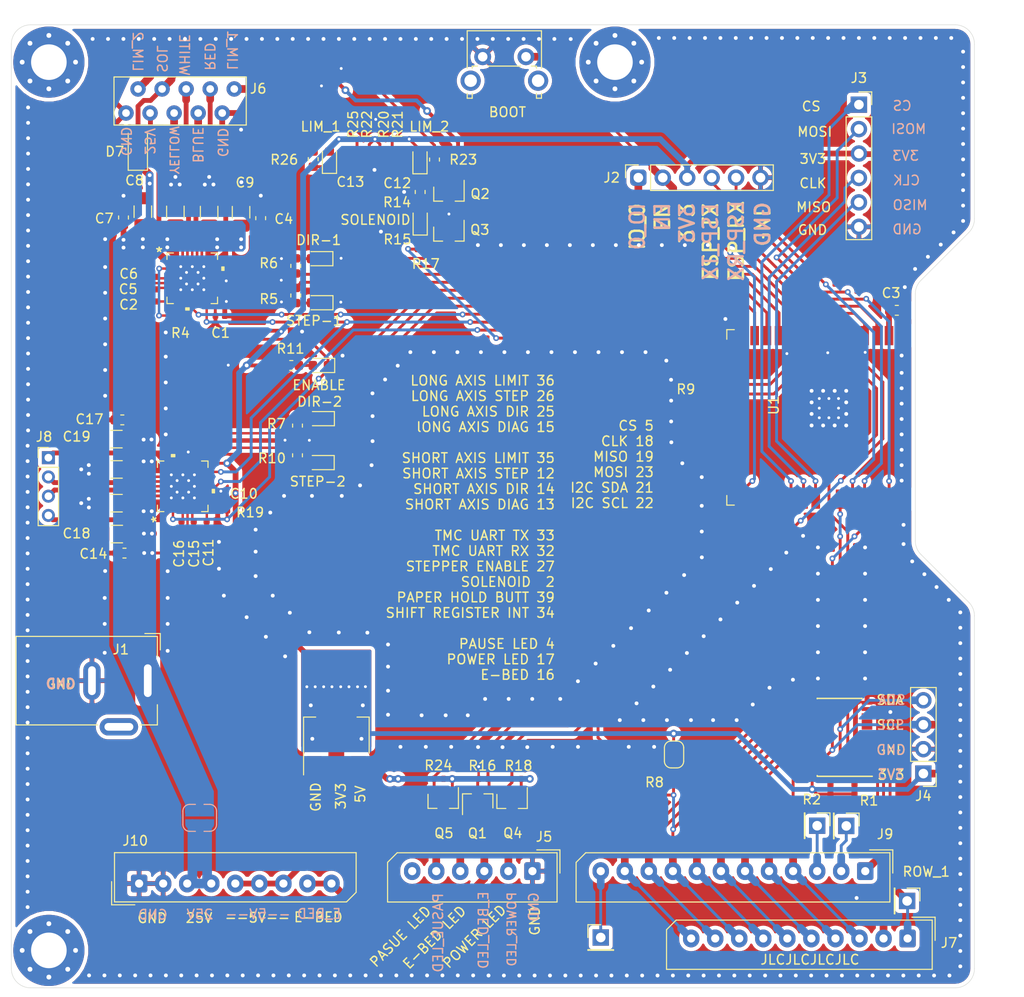
<source format=kicad_pcb>
(kicad_pcb (version 20171130) (host pcbnew 5.1.5+dfsg1-2build2)
  (layers (0 F.Cu signal) (31 B.Cu signal) (34 B.Paste user) (35 F.Paste user) (36 B.SilkS user) (37 F.SilkS user) (38 B.Mask user) (39 F.Mask user) (44 Edge.Cuts user))
  (net 0 "")
  (net 1 GND)
  (net 2 "Net-(IC1-Pad27)")
  (net 3 "Net-(IC1-Pad23)")
  (net 4 "Net-(IC1-Pad12)")
  (net 5 "Net-(C2-Pad2)")
  (net 6 "Net-(IC1-Pad17)")
  (net 7 "Net-(IC2-Pad27)")
  (net 8 "Net-(IC2-Pad23)")
  (net 9 "Net-(IC2-Pad17)")
  (net 10 "Net-(IC2-Pad12)")
  (net 11 +3V3)
  (net 12 SDA)
  (net 13 SCL)
  (net 14 DIR1)
  (net 15 STEP1)
  (net 16 DIR2)
  (net 17 STEP2)
  (net 18 STEP_SHORT_WHITE)
  (net 19 STEP_SHORT_YELLOW)
  (net 20 STEP_SHORT_RED)
  (net 21 STEP_SHORT_BLUE)
  (net 22 MOSI)
  (net 23 CS)
  (net 24 CLK)
  (net 25 MISO)
  (net 26 SHORT_AXIS_LIMIT_O)
  (net 27 LONG_AXIS_LIMIT_O)
  (net 28 STEP_LONG_BLUE)
  (net 29 STEP_LONG_YELLOW)
  (net 30 STEP_LONG_WHITE)
  (net 31 STEP_LONG_RED)
  (net 32 LONG_AXIS_LIMIT_I)
  (net 33 36V)
  (net 34 SHORT_AXIS_LIMIT_I)
  (net 35 IO_0)
  (net 36 PWM_SOLENOID)
  (net 37 "Net-(U2-Pad3)")
  (net 38 "Net-(U2-Pad2)")
  (net 39 PAPER_HOLD)
  (net 40 E_BED)
  (net 41 SOLENOID_O)
  (net 42 "Net-(U2-Pad11)")
  (net 43 "Net-(U2-Pad10)")
  (net 44 "Net-(U2-Pad9)")
  (net 45 "Net-(U2-Pad8)")
  (net 46 "Net-(U2-Pad7)")
  (net 47 "Net-(C5-Pad2)")
  (net 48 TX)
  (net 49 RX)
  (net 50 EN)
  (net 51 "Net-(U2-Pad21)")
  (net 52 "Net-(H1-Pad1)")
  (net 53 "Net-(H2-Pad1)")
  (net 54 ROW_2)
  (net 55 ROW_1)
  (net 56 PEN_8)
  (net 57 PEN_7)
  (net 58 ROW_3)
  (net 59 LEFT)
  (net 60 P2)
  (net 61 DOWN)
  (net 62 ENTER)
  (net 63 FAST)
  (net 64 INT)
  (net 65 "Net-(H4-Pad1)")
  (net 66 POWER_LED)
  (net 67 PAPER_HOLD_LED)
  (net 68 PAUSE_LED)
  (net 69 REPLOT_LED)
  (net 70 "Net-(D6-Pad2)")
  (net 71 "Net-(D8-Pad1)")
  (net 72 "Net-(D9-Pad1)")
  (net 73 POWER_LED_SIG)
  (net 74 PAUSE_LED_SIG)
  (net 75 STEP_EN)
  (net 76 "Net-(J10-Pad3)")
  (net 77 "Net-(C6-Pad1)")
  (net 78 "Net-(C6-Pad2)")
  (net 79 "Net-(C15-Pad2)")
  (net 80 "Net-(D3-Pad2)")
  (net 81 E_BED_SIG)
  (net 82 "Net-(D1-Pad2)")
  (net 83 "Net-(D2-Pad2)")
  (net 84 "Net-(D4-Pad2)")
  (net 85 "Net-(D5-Pad2)")
  (net 86 "Net-(C11-Pad2)")
  (net 87 "Net-(C16-Pad1)")
  (net 88 "Net-(C16-Pad2)")
  (net 89 "Net-(JP1-Pad1)")
  (net 90 TMC_UART)
  (net 91 SHORT_DIAG)
  (net 92 LONG_DIAG)
  (net 93 TMC_UART_RX)
  (module plotter_board:Molex_SPOX_5267-10A_1x10_P2.50mm_Vertical (layer F.Cu) (at 191.22 147.4 180)
    (fp_text reference J7 (at -4.31 -0.46) (layer F.SilkS))
    (fp_text value Control_buttons)
    (pad 10 thru_hole oval (at 22.5 0 180) (size 1.7 1.85) (drill 0.85) (layers *.Cu *.Mask) (net 56 PEN_8))
    (pad 9 thru_hole oval (at 20 0 180) (size 1.7 1.85) (drill 0.85) (layers *.Cu *.Mask) (net 57 PEN_7))
    (pad 8 thru_hole oval (at 17.5 0 180) (size 1.7 1.85) (drill 0.85) (layers *.Cu *.Mask) (net 39 PAPER_HOLD))
    (pad 7 thru_hole oval (at 15 0 180) (size 1.7 1.85) (drill 0.85) (layers *.Cu *.Mask) (net 59 LEFT))
    (pad 6 thru_hole oval (at 12.5 0 180) (size 1.7 1.85) (drill 0.85) (layers *.Cu *.Mask) (net 60 P2))
    (pad 5 thru_hole oval (at 10 0 180) (size 1.7 1.85) (drill 0.85) (layers *.Cu *.Mask) (net 61 DOWN))
    (pad 4 thru_hole oval (at 7.5 0 180) (size 1.7 1.85) (drill 0.85) (layers *.Cu *.Mask) (net 62 ENTER))
    (pad 3 thru_hole oval (at 5 0 180) (size 1.7 1.85) (drill 0.85) (layers *.Cu *.Mask) (net 63 FAST))
    (pad 2 thru_hole oval (at 2.5 0 180) (size 1.7 1.85) (drill 0.85) (layers *.Cu *.Mask) (net 54 ROW_2))
    (pad 1 thru_hole roundrect (at 0 0 180) (size 1.7 1.85) (drill 0.85) (layers *.Cu *.Mask) (roundrect_rratio 0.147059) (net 55 ROW_1))
  )
  (module plotter_board:Molex_SPOX_5267-12A_1x12_P2.50mm_Vertical (layer F.Cu) (at 186.82 140.4 180)
    (fp_text reference J9 (at -2.06 3.84) (layer F.SilkS))
    (fp_text value Pen_Buttons)
    (pad 12 thru_hole oval (at 27.5 0 180) (size 1.7 1.85) (drill 0.85) (layers *.Cu *.Mask) (net 53 "Net-(H2-Pad1)"))
    (pad 11 thru_hole oval (at 25 0 180) (size 1.7 1.85) (drill 0.85) (layers *.Cu *.Mask) (net 56 PEN_8))
    (pad 10 thru_hole oval (at 22.5 0 180) (size 1.7 1.85) (drill 0.85) (layers *.Cu *.Mask) (net 57 PEN_7))
    (pad 9 thru_hole oval (at 20 0 180) (size 1.7 1.85) (drill 0.85) (layers *.Cu *.Mask) (net 39 PAPER_HOLD))
    (pad 8 thru_hole oval (at 17.5 0 180) (size 1.7 1.85) (drill 0.85) (layers *.Cu *.Mask) (net 59 LEFT))
    (pad 7 thru_hole oval (at 15 0 180) (size 1.7 1.85) (drill 0.85) (layers *.Cu *.Mask) (net 60 P2))
    (pad 6 thru_hole oval (at 12.5 0 180) (size 1.7 1.85) (drill 0.85) (layers *.Cu *.Mask) (net 61 DOWN))
    (pad 5 thru_hole oval (at 10 0 180) (size 1.7 1.85) (drill 0.85) (layers *.Cu *.Mask) (net 62 ENTER))
    (pad 4 thru_hole oval (at 7.5 0 180) (size 1.7 1.85) (drill 0.85) (layers *.Cu *.Mask) (net 63 FAST))
    (pad 3 thru_hole oval (at 5 0 180) (size 1.7 1.85) (drill 0.85) (layers *.Cu *.Mask) (net 65 "Net-(H4-Pad1)"))
    (pad 2 thru_hole oval (at 2.5 0 180) (size 1.7 1.85) (drill 0.85) (layers *.Cu *.Mask) (net 52 "Net-(H1-Pad1)"))
    (pad 1 thru_hole roundrect (at 0 0 180) (size 1.7 1.85) (drill 0.85) (layers *.Cu *.Mask) (roundrect_rratio 0.147059) (net 58 ROW_3))
  )
  (module plotter_board:Molex_SPOX_5267-06A_1x06_P2.50mm_Vertical (layer F.Cu) (at 152.22 140.4 180)
    (fp_text reference J5 (at -1.21 3.57) (layer F.SilkS))
    (fp_text value LEDS)
    (pad 6 thru_hole oval (at 12.5 0 180) (size 1.7 1.85) (drill 0.85) (layers *.Cu *.Mask) (net 69 REPLOT_LED))
    (pad 5 thru_hole oval (at 10 0 180) (size 1.7 1.85) (drill 0.85) (layers *.Cu *.Mask) (net 68 PAUSE_LED))
    (pad 4 thru_hole oval (at 7.5 0 180) (size 1.7 1.85) (drill 0.85) (layers *.Cu *.Mask) (net 67 PAPER_HOLD_LED))
    (pad 3 thru_hole oval (at 5 0 180) (size 1.7 1.85) (drill 0.85) (layers *.Cu *.Mask) (net 40 E_BED))
    (pad 2 thru_hole oval (at 2.5 0 180) (size 1.7 1.85) (drill 0.85) (layers *.Cu *.Mask) (net 66 POWER_LED))
    (pad 1 thru_hole roundrect (at 0 0 180) (size 1.7 1.85) (drill 0.85) (layers *.Cu *.Mask) (roundrect_rratio 0.147059) (net 1 GND))
  )
  (module plotter_board:Molex_SPOX_5267-09A_1x09_P2.50mm_Vertical (layer F.Cu) (at 111.3326 141.68984)
    (fp_text reference J10 (at -0.4026 -4.44984) (layer F.SilkS))
    (fp_text value PSU)
    (pad 9 thru_hole oval (at 20 0) (size 1.7 1.85) (drill 0.85) (layers *.Cu *.Mask) (net 40 E_BED))
    (pad 8 thru_hole oval (at 17.5 0) (size 1.7 1.85) (drill 0.85) (layers *.Cu *.Mask) (net 40 E_BED))
    (pad 7 thru_hole oval (at 15 0) (size 1.7 1.85) (drill 0.85) (layers *.Cu *.Mask) (net 67 PAPER_HOLD_LED))
    (pad 6 thru_hole oval (at 12.5 0) (size 1.7 1.85) (drill 0.85) (layers *.Cu *.Mask) (net 67 PAPER_HOLD_LED))
    (pad 5 thru_hole oval (at 10 0) (size 1.7 1.85) (drill 0.85) (layers *.Cu *.Mask) (net 67 PAPER_HOLD_LED))
    (pad 4 thru_hole oval (at 7.5 0) (size 1.7 1.85) (drill 0.85) (layers *.Cu *.Mask) (net 76 "Net-(J10-Pad3)"))
    (pad 3 thru_hole oval (at 5 0) (size 1.7 1.85) (drill 0.85) (layers *.Cu *.Mask) (net 76 "Net-(J10-Pad3)"))
    (pad 2 thru_hole oval (at 2.5 0) (size 1.7 1.85) (drill 0.85) (layers *.Cu *.Mask) (net 1 GND))
    (pad 1 thru_hole roundrect (at 0 0) (size 1.7 1.85) (drill 0.85) (layers *.Cu *.Mask) (roundrect_rratio 0.147059) (net 1 GND))
  )
  (module plotter_board:TMC2209-LA (layer F.Cu) (at 116.8556 78.77)
    (fp_text reference IC1 hide)
    (fp_text value TMC2209 hide)
    (fp_text user * (at -3.44 -2.68) (layer F.SilkS))
    (fp_text user * (at -3.44 -2.68) (layer F.SilkS))
    (pad 29 smd rect (at 0 0) (size 3.3 3.3) (layers F.Cu F.Mask) (net 1 GND))
    (pad 28 smd rect (at -1.5 -2.4257) (size 0.254 0.762) (layers F.Cu F.Paste F.Mask) (net 33 36V))
    (pad 27 smd rect (at -1.000001 -2.4257) (size 0.254 0.762) (layers F.Cu F.Paste F.Mask) (net 2 "Net-(IC1-Pad27)"))
    (pad 26 smd rect (at -0.499999 -2.4257) (size 0.254 0.762) (layers F.Cu F.Paste F.Mask) (net 18 STEP_SHORT_WHITE))
    (pad 25 smd rect (at 0 -2.4257) (size 0.254 0.762) (layers F.Cu F.Paste F.Mask))
    (pad 24 smd rect (at 0.499999 -2.4257) (size 0.254 0.762) (layers F.Cu F.Paste F.Mask) (net 21 STEP_SHORT_BLUE))
    (pad 23 smd rect (at 1.000001 -2.4257) (size 0.254 0.762) (layers F.Cu F.Paste F.Mask) (net 3 "Net-(IC1-Pad23)"))
    (pad 22 smd rect (at 1.5 -2.4257) (size 0.254 0.762) (layers F.Cu F.Paste F.Mask) (net 33 36V))
    (pad 21 smd rect (at 2.4257 -1.5 90) (size 0.254 0.762) (layers F.Cu F.Paste F.Mask) (net 20 STEP_SHORT_RED))
    (pad 20 smd rect (at 2.4257 -1.000001 90) (size 0.254 0.762) (layers F.Cu F.Paste F.Mask))
    (pad 19 smd rect (at 2.4257 -0.499999 90) (size 0.254 0.762) (layers F.Cu F.Paste F.Mask) (net 14 DIR1))
    (pad 18 smd rect (at 2.4257 0 90) (size 0.254 0.762) (layers F.Cu F.Paste F.Mask) (net 1 GND))
    (pad 17 smd rect (at 2.4257 0.499999 90) (size 0.254 0.762) (layers F.Cu F.Paste F.Mask) (net 6 "Net-(IC1-Pad17)"))
    (pad 16 smd rect (at 2.4257 1.000001 90) (size 0.254 0.762) (layers F.Cu F.Paste F.Mask) (net 15 STEP1))
    (pad 15 smd rect (at 2.4257 1.5 90) (size 0.254 0.762) (layers F.Cu F.Paste F.Mask) (net 11 +3V3))
    (pad 14 smd rect (at 1.5 2.4257) (size 0.254 0.762) (layers F.Cu F.Paste F.Mask) (net 90 TMC_UART))
    (pad 13 smd rect (at 1.000001 2.4257) (size 0.254 0.762) (layers F.Cu F.Paste F.Mask) (net 1 GND))
    (pad 12 smd rect (at 0.499999 2.4257) (size 0.254 0.762) (layers F.Cu F.Paste F.Mask) (net 4 "Net-(IC1-Pad12)"))
    (pad 11 smd rect (at 0 2.4257) (size 0.254 0.762) (layers F.Cu F.Paste F.Mask) (net 91 SHORT_DIAG))
    (pad 10 smd rect (at -0.499999 2.4257) (size 0.254 0.762) (layers F.Cu F.Paste F.Mask) (net 11 +3V3))
    (pad 9 smd rect (at -1.000001 2.4257) (size 0.254 0.762) (layers F.Cu F.Paste F.Mask) (net 11 +3V3))
    (pad 8 smd rect (at -1.5 2.4257) (size 0.254 0.762) (layers F.Cu F.Paste F.Mask) (net 5 "Net-(C2-Pad2)"))
    (pad 7 smd rect (at -2.4257 1.5 90) (size 0.254 0.762) (layers F.Cu F.Paste F.Mask))
    (pad 6 smd rect (at -2.4257 1.000001 90) (size 0.254 0.762) (layers F.Cu F.Paste F.Mask) (net 47 "Net-(C5-Pad2)"))
    (pad 5 smd rect (at -2.4257 0.499999 90) (size 0.254 0.762) (layers F.Cu F.Paste F.Mask) (net 77 "Net-(C6-Pad1)"))
    (pad 4 smd rect (at -2.4257 0 90) (size 0.254 0.762) (layers F.Cu F.Paste F.Mask) (net 78 "Net-(C6-Pad2)"))
    (pad 3 smd rect (at -2.4257 -0.499999 90) (size 0.254 0.762) (layers F.Cu F.Paste F.Mask) (net 1 GND))
    (pad 2 smd rect (at -2.4257 -1.000001 90) (size 0.254 0.762) (layers F.Cu F.Paste F.Mask) (net 75 STEP_EN))
    (pad 1 smd rect (at -2.4257 -1.5 90) (size 0.254 0.762) (layers F.Cu F.Paste F.Mask) (net 19 STEP_SHORT_YELLOW))
  )
  (module plotter_board:TMC2209-LA (layer F.Cu) (at 115.865001 100.395001 90)
    (fp_text reference IC2 hide)
    (fp_text value TMC2209 hide)
    (fp_text user * (at -3.44 -2.68 90) (layer F.SilkS))
    (fp_text user * (at -3.44 -2.68 90) (layer F.SilkS))
    (pad 29 smd rect (at 0 0 90) (size 3.3 3.3) (layers F.Cu F.Mask) (net 1 GND))
    (pad 28 smd rect (at -1.5 -2.4257 90) (size 0.254 0.762) (layers F.Cu F.Paste F.Mask) (net 33 36V))
    (pad 27 smd rect (at -1.000001 -2.4257 90) (size 0.254 0.762) (layers F.Cu F.Paste F.Mask) (net 7 "Net-(IC2-Pad27)"))
    (pad 26 smd rect (at -0.499999 -2.4257 90) (size 0.254 0.762) (layers F.Cu F.Paste F.Mask) (net 30 STEP_LONG_WHITE))
    (pad 25 smd rect (at 0 -2.4257 90) (size 0.254 0.762) (layers F.Cu F.Paste F.Mask))
    (pad 24 smd rect (at 0.499999 -2.4257 90) (size 0.254 0.762) (layers F.Cu F.Paste F.Mask) (net 28 STEP_LONG_BLUE))
    (pad 23 smd rect (at 1.000001 -2.4257 90) (size 0.254 0.762) (layers F.Cu F.Paste F.Mask) (net 8 "Net-(IC2-Pad23)"))
    (pad 22 smd rect (at 1.5 -2.4257 90) (size 0.254 0.762) (layers F.Cu F.Paste F.Mask) (net 33 36V))
    (pad 21 smd rect (at 2.4257 -1.5 180) (size 0.254 0.762) (layers F.Cu F.Paste F.Mask) (net 31 STEP_LONG_RED))
    (pad 20 smd rect (at 2.4257 -1.000001 180) (size 0.254 0.762) (layers F.Cu F.Paste F.Mask))
    (pad 19 smd rect (at 2.4257 -0.499999 180) (size 0.254 0.762) (layers F.Cu F.Paste F.Mask) (net 16 DIR2))
    (pad 18 smd rect (at 2.4257 0 180) (size 0.254 0.762) (layers F.Cu F.Paste F.Mask) (net 1 GND))
    (pad 17 smd rect (at 2.4257 0.499999 180) (size 0.254 0.762) (layers F.Cu F.Paste F.Mask) (net 9 "Net-(IC2-Pad17)"))
    (pad 16 smd rect (at 2.4257 1.000001 180) (size 0.254 0.762) (layers F.Cu F.Paste F.Mask) (net 17 STEP2))
    (pad 15 smd rect (at 2.4257 1.5 180) (size 0.254 0.762) (layers F.Cu F.Paste F.Mask) (net 11 +3V3))
    (pad 14 smd rect (at 1.5 2.4257 90) (size 0.254 0.762) (layers F.Cu F.Paste F.Mask) (net 90 TMC_UART))
    (pad 13 smd rect (at 1.000001 2.4257 90) (size 0.254 0.762) (layers F.Cu F.Paste F.Mask) (net 1 GND))
    (pad 12 smd rect (at 0.499999 2.4257 90) (size 0.254 0.762) (layers F.Cu F.Paste F.Mask) (net 10 "Net-(IC2-Pad12)"))
    (pad 11 smd rect (at 0 2.4257 90) (size 0.254 0.762) (layers F.Cu F.Paste F.Mask) (net 92 LONG_DIAG))
    (pad 10 smd rect (at -0.499999 2.4257 90) (size 0.254 0.762) (layers F.Cu F.Paste F.Mask) (net 1 GND))
    (pad 9 smd rect (at -1.000001 2.4257 90) (size 0.254 0.762) (layers F.Cu F.Paste F.Mask) (net 11 +3V3))
    (pad 8 smd rect (at -1.5 2.4257 90) (size 0.254 0.762) (layers F.Cu F.Paste F.Mask) (net 86 "Net-(C11-Pad2)"))
    (pad 7 smd rect (at -2.4257 1.5 180) (size 0.254 0.762) (layers F.Cu F.Paste F.Mask))
    (pad 6 smd rect (at -2.4257 1.000001 180) (size 0.254 0.762) (layers F.Cu F.Paste F.Mask) (net 79 "Net-(C15-Pad2)"))
    (pad 5 smd rect (at -2.4257 0.499999 180) (size 0.254 0.762) (layers F.Cu F.Paste F.Mask) (net 87 "Net-(C16-Pad1)"))
    (pad 4 smd rect (at -2.4257 0 180) (size 0.254 0.762) (layers F.Cu F.Paste F.Mask) (net 88 "Net-(C16-Pad2)"))
    (pad 3 smd rect (at -2.4257 -0.499999 180) (size 0.254 0.762) (layers F.Cu F.Paste F.Mask) (net 1 GND))
    (pad 2 smd rect (at -2.4257 -1.000001 180) (size 0.254 0.762) (layers F.Cu F.Paste F.Mask) (net 75 STEP_EN))
    (pad 1 smd rect (at -2.4257 -1.5 180) (size 0.254 0.762) (layers F.Cu F.Paste F.Mask) (net 29 STEP_LONG_YELLOW))
  )
  (module plotter_board:pad_all (layer B.Cu) (at 128.17 117.4 270)
    (fp_text reference svg2mod hide)
    (fp_text value G*** hide)
    (fp_poly (pts (xy 13.041922 -4.405266) (xy 3.441004 -4.437423) (xy 3.320608 -4.342934) (xy 3.190561 -4.265464) (xy 3.052893 -4.204758) (xy 2.909638 -4.161069) (xy 3.005395 -3.744) (xy 3.183195 -3.866936) (xy 3.272349 -3.891574) (xy 3.354644 -3.88116) (xy 3.426272 -3.84179) (xy 3.476056 -3.77956) (xy 3.49663 -3.704122) (xy 3.484438 -3.625889) (xy 3.441004 -3.558325) (xy 3.320608 -3.464091) (xy 3.190561 -3.38662) (xy 3.052893 -3.325914) (xy 2.909638 -3.281972) (xy 2.762826 -3.255302) (xy 2.922846 -2.825786) (xy 3.005395 -2.86541) (xy 3.183195 -2.988347) (xy 3.272603 -3.012985) (xy 3.354898 -3.002571) (xy 3.426526 -2.963201) (xy 3.47631 -2.900717) (xy 3.49663 -2.825278) (xy 3.484438 -2.7473) (xy 3.441004 -2.67999) (xy 3.320608 -2.585501) (xy 3.190561 -2.508029) (xy 3.052893 -2.447322) (xy 2.909638 -2.40338) (xy 2.762826 -2.37671) (xy 2.922846 -1.947194) (xy 3.005395 -1.986819) (xy 3.183195 -2.110009) (xy 3.272603 -2.134647) (xy 3.354898 -2.123979) (xy 3.426526 -2.084609) (xy 3.47631 -2.022379) (xy 3.49663 -1.946686) (xy 3.484438 -1.868962) (xy 3.441004 -1.801398) (xy 3.320608 -1.706909) (xy 3.190561 -1.629439) (xy 3.052893 -1.568733) (xy 2.909638 -1.525045) (xy 2.922846 -1.068605) (xy 3.005395 -1.108483) (xy 3.183195 -1.23142) (xy 3.272603 -1.256058) (xy 3.354898 -1.245644) (xy 3.426526 -1.20602) (xy 3.47631 -1.143789) (xy 3.49663 -1.068097) (xy 3.484438 -0.990119) (xy 3.441004 -0.922808) (xy 3.320608 -0.828574) (xy 3.190561 -0.751104) (xy 3.052893 -0.690398) (xy 2.909638 -0.646455) (xy 2.762826 -0.619531) (xy 2.613983 -0.609879) (xy 2.4852 -0.615467) (xy 2.367598 -0.632231) (xy 2.252029 -0.660171) (xy 2.139507 -0.699542) (xy 2.039939 -0.745516) (xy 1.944689 -0.801142) (xy 1.755714 -0.949225) (xy 1.682562 -0.996469) (xy 1.573597 -1.046507) (xy 1.445327 -1.082575) (xy 1.342203 -1.097307) (xy 1.235777 -1.100355) (xy 1.135448 -1.091465) (xy 1.040198 -1.071907) (xy 0.95206 -1.042443) (xy 0.872813 -1.004089) (xy 0.709237 -0.880644) (xy 0.620083 -0.85753) (xy 0.53855 -0.868706) (xy 0.467684 -0.908584) (xy 0.418662 -0.970815) (xy 0.402406 -1.017043) (xy 0.398342 -1.055651) (xy 0.414344 -1.131851) (xy 0.452952 -1.189001) (xy 0.565219 -1.2873) (xy 0.700093 -1.370358) (xy 0.828363 -1.425476) (xy 0.96349 -1.464593) (xy 1.103444 -1.488469) (xy 1.256097 -1.497613) (xy 1.385891 -1.492279) (xy 1.515685 -1.474753) (xy 1.643192 -1.44478) (xy 1.757746 -1.40541) (xy 1.859092 -1.359436) (xy 1.955611 -1.30381) (xy 2.147889 -1.152933) (xy 2.231709 -1.099085) (xy 2.339658 -1.050571) (xy 2.453704 -1.019583) (xy 2.551499 -1.007137) (xy 2.650558 -1.006629) (xy 2.749364 -1.018059) (xy 2.837248 -1.038633) (xy 2.922846 -1.068605) (xy 2.909638 -1.525045) (xy 2.762826 -1.498121) (xy 2.613983 -1.488469) (xy 2.4852 -1.494057) (xy 2.367598 -1.510821) (xy 2.252029 -1.538761) (xy 2.139507 -1.578131) (xy 2.039939 -1.624105) (xy 1.944689 -1.679731) (xy 1.755714 -1.827814) (xy 1.682562 -1.875058) (xy 1.573597 -1.924842) (xy 1.445327 -1.961164) (xy 1.342203 -1.975896) (xy 1.235777 -1.978944) (xy 1.135448 -1.970054) (xy 1.040198 -1.950496) (xy 0.95206 -1.921032) (xy 0.872813 -1.882678) (xy 0.709237 -1.759234) (xy 0.620083 -1.735866) (xy 0.528898 -1.750852) (xy 0.460318 -1.793778) (xy 0.414344 -1.858294) (xy 0.398342 -1.93424) (xy 0.410534 -2.001043) (xy 0.452952 -2.067591) (xy 0.565219 -2.165889) (xy 0.700093 -2.248948) (xy 0.828363 -2.304066) (xy 0.96349 -2.343182) (xy 1.103444 -2.367058) (xy 1.256097 -2.376202) (xy 1.385891 -2.370868) (xy 1.515685 -2.353342) (xy 1.643192 -2.32337) (xy 1.757746 -2.284254) (xy 1.859092 -2.238279) (xy 1.955611 -2.182653) (xy 2.147889 -2.032031) (xy 2.231709 -1.978182) (xy 2.339658 -1.929414) (xy 2.453704 -1.898426) (xy 2.551499 -1.885726) (xy 2.650558 -1.885218) (xy 2.749364 -1.896648) (xy 2.837248 -1.917222) (xy 2.922846 -1.947194) (xy 2.762826 -2.37671) (xy 2.613983 -2.366804) (xy 2.4852 -2.372392) (xy 2.367598 -2.389156) (xy 2.252029 -2.417096) (xy 2.139507 -2.456466) (xy 2.039939 -2.502441) (xy 1.944689 -2.558069) (xy 1.755714 -2.706406) (xy 1.682562 -2.75365) (xy 1.573597 -2.803688) (xy 1.445327 -2.84001) (xy 1.342203 -2.854742) (xy 1.235777 -2.85779) (xy 1.135448 -2.8489) (xy 1.040198 -2.829342) (xy 0.95206 -2.799624) (xy 0.872813 -2.76127) (xy 0.709237 -2.637572) (xy 0.620083 -2.614203) (xy 0.538296 -2.625634) (xy 0.467684 -2.665512) (xy 0.414344 -2.736632) (xy 0.398088 -2.812578) (xy 0.414344 -2.888779) (xy 0.452952 -2.946183) (xy 0.565219 -3.044227) (xy 0.700093 -3.127539) (xy 0.828363 -3.182658) (xy 0.96349 -3.222028) (xy 1.103444 -3.245904) (xy 1.256097 -3.255048) (xy 1.385891 -3.249968) (xy 1.515685 -3.232442) (xy 1.643192 -3.202216) (xy 1.757746 -3.162846) (xy 1.859092 -3.116871) (xy 1.955611 -3.061245) (xy 2.147889 -2.910369) (xy 2.231709 -2.85652) (xy 2.339658 -2.808006) (xy 2.453704 -2.777018) (xy 2.551499 -2.764318) (xy 2.650558 -2.76381) (xy 2.749364 -2.77524) (xy 2.837248 -2.79556) (xy 2.922846 -2.825786) (xy 2.762826 -3.255302) (xy 2.613983 -3.24565) (xy 2.4852 -3.251238) (xy 2.367598 -3.268002) (xy 2.252029 -3.296196) (xy 2.139507 -3.335566) (xy 2.039939 -3.38154) (xy 1.944689 -3.437167) (xy 1.755714 -3.585249) (xy 1.682562 -3.632493) (xy 1.573597 -3.682532) (xy 1.445327 -3.7186) (xy 1.342203 -3.733332) (xy 1.235777 -3.73638) (xy 1.135448 -3.72749) (xy 1.040198 -3.707932) (xy 0.95206 -3.678468) (xy 0.872813 -3.640113) (xy 0.710507 -3.515653) (xy 0.662755 -3.497111) (xy 0.611701 -3.490253) (xy 0.530676 -3.503461) (xy 0.461334 -3.544609) (xy 0.413836 -3.607601) (xy 0.395548 -3.68304) (xy 0.409518 -3.75924) (xy 0.446094 -3.817406) (xy 0.557345 -3.916975) (xy 0.691203 -4.001557) (xy 0.818965 -4.057945) (xy 0.953838 -4.098331) (xy 1.103444 -4.124493) (xy 1.256097 -4.133637) (xy 1.385891 -4.128303) (xy 1.515685 -4.110777) (xy 1.643192 -4.080805) (xy 1.757746 -4.041435) (xy 1.859092 -3.995461) (xy 1.955611 -3.939835) (xy 2.147889 -3.788958) (xy 2.231709 -3.73511) (xy 2.339658 -3.686596) (xy 2.453704 -3.655353) (xy 2.551499 -3.642907) (xy 2.650558 -3.642145) (xy 2.749364 -3.653575) (xy 2.837248 -3.67415) (xy 2.922846 -3.704122) (xy 3.005395 -3.744) (xy 2.909638 -4.161069) (xy 2.762826 -4.134145) (xy 2.613983 -4.124493) (xy 2.4852 -4.130081) (xy 2.367598 -4.146845) (xy 2.252029 -4.174786) (xy 2.139507 -4.214156) (xy 2.039939 -4.26013) (xy 1.944689 -4.315756) (xy 1.755714 -4.463839) (xy 1.682562 -4.511083) (xy 1.573597 -4.560867) (xy 1.445327 -4.597189) (xy 1.342203 -4.611921) (xy 1.235777 -4.614715) (xy 1.135448 -4.606079) (xy 1.040198 -4.586521) (xy 0.95206 -4.557057) (xy 0.872813 -4.518449) (xy 0.709237 -4.395004) (xy 0.620083 -4.37189) (xy 0.538296 -4.383066) (xy 0.467684 -4.422944) (xy 0.418408 -4.485175) (xy 0.402152 -4.531403) (xy 0.398088 -4.570265) (xy 0.414344 -4.646211) (xy 0.452952 -4.703616) (xy 0.565219 -4.801914) (xy 0.700093 -4.884972) (xy 0.828363 -4.94009) (xy 0.96349 -4.979207) (xy 1.103444 -5.003083) (xy 1.256097 -5.012227) (xy 1.385891 -5.006893) (xy 1.515685 -4.989367) (xy 1.643192 -4.959395) (xy 1.757746 -4.920278) (xy 1.859092 -4.874304) (xy 1.955611 -4.818678) (xy 2.147889 -4.668055) (xy 2.231709 -4.613953) (xy 2.339658 -4.565439) (xy 2.453704 -4.534451) (xy 2.551499 -4.521751) (xy 2.650558 -4.521243) (xy 2.749364 -4.532673) (xy 2.837248 -4.553247) (xy 2.922846 -4.583219) (xy 3.005395 -4.622843) (xy 3.183195 -4.746034) (xy 3.272603 -4.770672) (xy 3.354898 -4.760004) (xy 3.426526 -4.720634) (xy 3.47631 -4.658149) (xy 3.49663 -4.582711) (xy 3.484438 -4.504733) (xy 3.441004 -4.437423) (xy 13.041922 -4.405266) (xy 13.009156 -4.43092) (xy 12.959118 -4.445906) (xy 10.370612 -4.460384) (xy 10.135409 -4.673135) (xy 3.441004 -5.316012) (xy 3.320608 -5.221524) (xy 3.190561 -5.144053) (xy 3.052893 -5.083347) (xy 2.909638 -5.039405) (xy 2.762826 -5.012481) (xy 2.613983 -5.002829) (xy 2.4852 -5.008417) (xy 2.367598 -5.025181) (xy 2.252029 -5.053121) (xy 2.139507 -5.092491) (xy 2.039939 -5.138465) (xy 1.944689 -5.194091) (xy 1.755714 -5.342174) (xy 1.682562 -5.389672) (xy 1.573597 -5.439456) (xy 1.445327 -5.475525) (xy 1.342203 -5.490257) (xy 1.235777 -5.493305) (xy 1.135448 -5.484415) (xy 1.040198 -5.464856) (xy 0.95206 -5.435392) (xy 0.872813 -5.397038) (xy 0.709237 -5.273594) (xy 0.620083 -5.25048) (xy 0.53855 -5.261656) (xy 0.467684 -5.301534) (xy 0.414344 -5.372654) (xy 0.398342 -5.448854) (xy 0.414344 -5.524801) (xy 0.452952 -5.582205) (xy 0.565219 -5.680249) (xy 0.700093 -5.763308) (xy 0.828363 -5.818426) (xy 0.96349 -5.857796) (xy 1.103444 -5.881418) (xy 1.256097 -5.890562) (xy 1.385891 -5.885482) (xy 1.515685 -5.867956) (xy 1.643192 -5.837984) (xy 1.757746 -5.798614) (xy 1.859092 -5.752894) (xy 1.955611 -5.697267) (xy 2.147889 -5.546391) (xy 2.231709 -5.492543) (xy 2.339658 -5.444028) (xy 2.453704 -5.41304) (xy 2.551499 -5.40034) (xy 2.650558 -5.399832) (xy 2.749364 -5.411262) (xy 2.837248 -5.431582) (xy 2.922846 -5.461808) (xy 3.005395 -5.501433) (xy 3.183195 -5.624369) (xy 3.272603 -5.649007) (xy 3.354898 -5.638593) (xy 3.426526 -5.599223) (xy 3.47631 -5.536739) (xy 3.49663 -5.4613) (xy 3.484438 -5.383322) (xy 3.441004 -5.316012) (xy 10.135409 -4.673135) (xy 10.134901 -7.161253) (xy 3.441004 -6.194347) (xy 3.320608 -6.100113) (xy 3.190561 -6.022643) (xy 3.052893 -5.961936) (xy 2.909638 -5.917994) (xy 2.762826 -5.89107) (xy 2.613983 -5.881418) (xy 2.4852 -5.887006) (xy 2.367598 -5.90377) (xy 2.252029 -5.93171) (xy 2.139507 -5.97108) (xy 2.039939 -6.017055) (xy 1.944689 -6.072681) (xy 1.755714 -6.220763) (xy 1.682562 -6.268262) (xy 1.573597 -6.318046) (xy 1.445327 -6.354622) (xy 1.342203 -6.369354) (xy 1.235777 -6.372402) (xy 1.135448 -6.363512) (xy 1.040198 -6.3437) (xy 0.95206 -6.314236) (xy 0.872813 -6.275628) (xy 0.709237 -6.152183) (xy 0.620083 -6.128815) (xy 0.528898 -6.143801) (xy 0.460318 -6.186727) (xy 0.414344 -6.251244) (xy 0.398342 -6.32719) (xy 0.410534 -6.394246) (xy 0.452952 -6.46054) (xy 0.565219 -6.558839) (xy 0.700093 -6.642151) (xy 0.828363 -6.697269) (xy 0.96349 -6.736639) (xy 1.103444 -6.760515) (xy 1.256097 -6.76966) (xy 1.385891 -6.764325) (xy 1.515685 -6.746799) (xy 1.643192 -6.716827) (xy 1.757746 -6.677457) (xy 1.859092 -6.631483) (xy 1.955611 -6.575603) (xy 2.147889 -6.42498) (xy 2.231709 -6.371132) (xy 2.339658 -6.322618) (xy 2.453704 -6.291376) (xy 2.551499 -6.27893) (xy 2.650558 -6.278168) (xy 2.749364 -6.289598) (xy 2.837248 -6.310172) (xy 2.922846 -6.340144) (xy 3.005395 -6.380022) (xy 3.183195 -6.502958) (xy 3.272603 -6.527597) (xy 3.354898 -6.517183) (xy 3.426526 -6.477558) (xy 3.47631 -6.415328) (xy 3.49663 -6.339636) (xy 3.484438 -6.261912) (xy 3.441004 -6.194347) (xy 10.134901 -7.161253) (xy 10.128297 -7.202401) (xy 10.108739 -7.238977) (xy 10.078259 -7.267171) (xy 10.040413 -7.286298) (xy 0.128595 -7.286298) (xy 0.088971 -7.280455) (xy 0.053157 -7.262421) (xy 0.024709 -7.234481) (xy 0.006675 -7.198667) (xy 0.000325 -7.159297) (xy 0 -0.151559) (xy 0.006858 -0.110665) (xy 0.026416 -0.074343) (xy 0.04826 -0.052245) (xy 0.084328 -0.032179) (xy 0.150702 -0.032536) (xy 1.228144 -0.03185) (xy 3.845357 -0.030707) (xy 7.079669 -0.030479) (xy 10.008409 -0.032536) (xy 10.049557 -0.039648) (xy 10.086133 -0.05946) (xy 10.108485 -0.081812) (xy 10.128297 -0.118642) (xy 10.135409 -2.589591) (xy 10.395504 -2.865004) (xy 12.947688 -2.856368) (xy 13.01449 -2.87491) (xy 13.056654 -2.91682) (xy 13.074942 -2.973462) (xy 13.07545 -4.31916) (xy 13.068592 -4.360562) (xy 13.041922 -4.405266)) (layer F.Cu) (width 0.052917))
    (fp_poly (pts (xy 10.510814 -7.177538) (xy 0.126133 -7.177538) (xy 0.126133 -0.139127) (xy 10.510814 -0.139127) (xy 10.510814 -7.177538)) (layer B.Cu) (width 0.252265))
  )
  (module MountingHole:MountingHole_3.7mm_Pad_Via (layer F.Cu) (at 101.95 148.64)
    (fp_text reference H7 hide)
    (fp_text value MountingHole)
    (pad 1 thru_hole circle (at 1.962221 -1.962221) (size 0.8 0.8) (drill 0.5) (layers *.Cu *.Mask))
    (pad 1 thru_hole circle (at 0 -2.775) (size 0.8 0.8) (drill 0.5) (layers *.Cu *.Mask))
    (pad 1 thru_hole circle (at -1.962221 -1.962221) (size 0.8 0.8) (drill 0.5) (layers *.Cu *.Mask))
    (pad 1 thru_hole circle (at -2.775 0) (size 0.8 0.8) (drill 0.5) (layers *.Cu *.Mask))
    (pad 1 thru_hole circle (at -1.962221 1.962221) (size 0.8 0.8) (drill 0.5) (layers *.Cu *.Mask))
    (pad 1 thru_hole circle (at 0 2.775) (size 0.8 0.8) (drill 0.5) (layers *.Cu *.Mask))
    (pad 1 thru_hole circle (at 1.962221 1.962221) (size 0.8 0.8) (drill 0.5) (layers *.Cu *.Mask))
    (pad 1 thru_hole circle (at 2.775 0) (size 0.8 0.8) (drill 0.5) (layers *.Cu *.Mask))
    (pad 1 thru_hole circle (at 0 0) (size 7.4 7.4) (drill 3.7) (layers *.Cu *.Mask))
  )
  (module MountingHole:MountingHole_3.7mm_Pad_Via (layer F.Cu) (at 160.8 56.3)
    (fp_text reference H6 hide)
    (fp_text value MountingHole)
    (pad 1 thru_hole circle (at 1.962221 -1.962221) (size 0.8 0.8) (drill 0.5) (layers *.Cu *.Mask))
    (pad 1 thru_hole circle (at 0 -2.775) (size 0.8 0.8) (drill 0.5) (layers *.Cu *.Mask))
    (pad 1 thru_hole circle (at -1.962221 -1.962221) (size 0.8 0.8) (drill 0.5) (layers *.Cu *.Mask))
    (pad 1 thru_hole circle (at -2.775 0) (size 0.8 0.8) (drill 0.5) (layers *.Cu *.Mask))
    (pad 1 thru_hole circle (at -1.962221 1.962221) (size 0.8 0.8) (drill 0.5) (layers *.Cu *.Mask))
    (pad 1 thru_hole circle (at 0 2.775) (size 0.8 0.8) (drill 0.5) (layers *.Cu *.Mask))
    (pad 1 thru_hole circle (at 1.962221 1.962221) (size 0.8 0.8) (drill 0.5) (layers *.Cu *.Mask))
    (pad 1 thru_hole circle (at 2.775 0) (size 0.8 0.8) (drill 0.5) (layers *.Cu *.Mask))
    (pad 1 thru_hole circle (at 0 0) (size 7.4 7.4) (drill 3.7) (layers *.Cu *.Mask))
  )
  (module MountingHole:MountingHole_3.7mm_Pad_Via (layer F.Cu) (at 101.95 56.3)
    (fp_text reference H5 hide)
    (fp_text value MountingHole)
    (pad 1 thru_hole circle (at 1.962221 -1.962221) (size 0.8 0.8) (drill 0.5) (layers *.Cu *.Mask))
    (pad 1 thru_hole circle (at 0 -2.775) (size 0.8 0.8) (drill 0.5) (layers *.Cu *.Mask))
    (pad 1 thru_hole circle (at -1.962221 -1.962221) (size 0.8 0.8) (drill 0.5) (layers *.Cu *.Mask))
    (pad 1 thru_hole circle (at -2.775 0) (size 0.8 0.8) (drill 0.5) (layers *.Cu *.Mask))
    (pad 1 thru_hole circle (at -1.962221 1.962221) (size 0.8 0.8) (drill 0.5) (layers *.Cu *.Mask))
    (pad 1 thru_hole circle (at 0 2.775) (size 0.8 0.8) (drill 0.5) (layers *.Cu *.Mask))
    (pad 1 thru_hole circle (at 1.962221 1.962221) (size 0.8 0.8) (drill 0.5) (layers *.Cu *.Mask))
    (pad 1 thru_hole circle (at 2.775 0) (size 0.8 0.8) (drill 0.5) (layers *.Cu *.Mask))
    (pad 1 thru_hole circle (at 0 0) (size 7.4 7.4) (drill 3.7) (layers *.Cu *.Mask))
  )
  (module Capacitor_SMD:C_0402_1005Metric (layer F.Cu) (at 112.75 81.18)
    (fp_text reference C2 (at -2.51 0.33 180) (layer F.SilkS))
    (fp_text value 4.7uF)
    (pad 1 smd roundrect (at -0.485 0) (size 0.59 0.64) (layers F.Cu F.Paste F.Mask) (net 1 GND))
    (pad 2 smd roundrect (at 0.485 0) (size 0.59 0.64) (layers F.Cu F.Paste F.Mask) (net 5 "Net-(C2-Pad2)"))
  )
  (module Capacitor_SMD:C_0402_1005Metric (layer F.Cu) (at 112.725 78.62)
    (fp_text reference C6 (at -2.475 -0.32 180) (layer F.SilkS))
    (fp_text value 22n)
    (pad 1 smd roundrect (at -0.485 0) (size 0.59 0.64) (layers F.Cu F.Paste F.Mask) (net 77 "Net-(C6-Pad1)"))
    (pad 2 smd roundrect (at 0.485 0) (size 0.59 0.64) (layers F.Cu F.Paste F.Mask) (net 78 "Net-(C6-Pad2)"))
  )
  (module Capacitor_SMD:C_0402_1005Metric (layer F.Cu) (at 119.75216 82.68168 180)
    (fp_text reference C1 (at -0.0508 -1.75768 180) (layer F.SilkS))
    (fp_text value 100n)
    (pad 1 smd roundrect (at -0.485 0 180) (size 0.59 0.64) (layers F.Cu F.Paste F.Mask) (net 1 GND))
    (pad 2 smd roundrect (at 0.485 0 180) (size 0.59 0.64) (layers F.Cu F.Paste F.Mask) (net 11 +3V3))
  )
  (module Capacitor_SMD:C_0402_1005Metric (layer F.Cu) (at 112.74 79.92)
    (fp_text reference C5 (at -2.54 -0.02 180) (layer F.SilkS))
    (fp_text value 100n)
    (pad 1 smd roundrect (at -0.485 0) (size 0.59 0.64) (layers F.Cu F.Paste F.Mask) (net 33 36V))
    (pad 2 smd roundrect (at 0.485 0) (size 0.59 0.64) (layers F.Cu F.Paste F.Mask) (net 47 "Net-(C5-Pad2)"))
  )
  (module Resistor_SMD:R_0402_1005Metric (layer F.Cu) (at 115.34 82.63 180)
    (fp_text reference R4 (at -0.29 -1.83 180) (layer F.SilkS))
    (fp_text value 22k)
    (pad 1 smd roundrect (at -0.485 0 180) (size 0.59 0.64) (layers F.Cu F.Paste F.Mask) (net 11 +3V3))
    (pad 2 smd roundrect (at 0.485 0 180) (size 0.59 0.64) (layers F.Cu F.Paste F.Mask) (net 75 STEP_EN))
  )
  (module Connector_PinHeader_2.00mm:PinHeader_1x04_P2.00mm_Vertical (layer F.Cu) (at 101.9 97.42)
    (fp_text reference J8 (at -0.45 -2.17) (layer F.SilkS))
    (fp_text value Stepper_short)
    (pad 4 thru_hole oval (at 0 6) (size 1.35 1.35) (drill 0.8) (layers *.Cu *.Mask) (net 29 STEP_LONG_YELLOW))
    (pad 3 thru_hole oval (at 0 4) (size 1.35 1.35) (drill 0.8) (layers *.Cu *.Mask) (net 30 STEP_LONG_WHITE))
    (pad 2 thru_hole oval (at 0 2) (size 1.35 1.35) (drill 0.8) (layers *.Cu *.Mask) (net 28 STEP_LONG_BLUE))
    (pad 1 thru_hole rect (at 0 0) (size 1.35 1.35) (drill 0.8) (layers *.Cu *.Mask) (net 31 STEP_LONG_RED))
  )
  (module Capacitor_SMD:C_0402_1005Metric (layer F.Cu) (at 118.35 104.56 90)
    (fp_text reference C11 (at -2.73 0.19 270) (layer F.SilkS))
    (fp_text value 4.7uF)
    (pad 1 smd roundrect (at -0.485 0 90) (size 0.59 0.64) (layers F.Cu F.Paste F.Mask) (net 1 GND))
    (pad 2 smd roundrect (at 0.485 0 90) (size 0.59 0.64) (layers F.Cu F.Paste F.Mask) (net 86 "Net-(C11-Pad2)"))
  )
  (module Capacitor_SMD:C_0402_1005Metric (layer F.Cu) (at 115.74 104.56 90)
    (fp_text reference C16 (at -2.84 -0.26 270) (layer F.SilkS))
    (fp_text value 22n)
    (pad 1 smd roundrect (at -0.485 0 90) (size 0.59 0.64) (layers F.Cu F.Paste F.Mask) (net 87 "Net-(C16-Pad1)"))
    (pad 2 smd roundrect (at 0.485 0 90) (size 0.59 0.64) (layers F.Cu F.Paste F.Mask) (net 88 "Net-(C16-Pad2)"))
  )
  (module Capacitor_SMD:C_1206_3216Metric (layer F.Cu) (at 109.01 105.36 180)
    (fp_text reference C18 (at 4.17732 0.06624) (layer F.SilkS))
    (fp_text value 10u)
    (pad 1 smd roundrect (at -1.4 0 180) (size 1.25 1.75) (layers F.Cu F.Paste F.Mask) (roundrect_rratio 0.2) (net 33 36V))
    (pad 2 smd roundrect (at 1.4 0 180) (size 1.25 1.75) (layers F.Cu F.Paste F.Mask) (roundrect_rratio 0.2) (net 1 GND))
  )
  (module Capacitor_SMD:C_1206_3216Metric (layer F.Cu) (at 108.97 95.49 180)
    (fp_text reference C19 (at 4.13 0.26) (layer F.SilkS))
    (fp_text value 10u)
    (pad 1 smd roundrect (at -1.4 0 180) (size 1.25 1.75) (layers F.Cu F.Paste F.Mask) (roundrect_rratio 0.2) (net 33 36V))
    (pad 2 smd roundrect (at 1.4 0 180) (size 1.25 1.75) (layers F.Cu F.Paste F.Mask) (roundrect_rratio 0.2) (net 1 GND))
  )
  (module Capacitor_SMD:C_0402_1005Metric (layer F.Cu) (at 119.5 102.44 90)
    (fp_text reference C10 (at 1.27 2.72) (layer F.SilkS))
    (fp_text value 100n)
    (pad 1 smd roundrect (at -0.485 0 90) (size 0.59 0.64) (layers F.Cu F.Paste F.Mask) (net 1 GND))
    (pad 2 smd roundrect (at 0.485 0 90) (size 0.59 0.64) (layers F.Cu F.Paste F.Mask) (net 11 +3V3))
  )
  (module Capacitor_SMD:C_0603_1608Metric (layer F.Cu) (at 109.81 107.34 180)
    (fp_text reference C14 (at 3.23 -0.07) (layer F.SilkS))
    (fp_text value 100n)
    (pad 1 smd roundrect (at -0.7875 0 180) (size 0.875 0.95) (layers F.Cu F.Paste F.Mask) (net 33 36V))
    (pad 2 smd roundrect (at 0.7875 0 180) (size 0.875 0.95) (layers F.Cu F.Paste F.Mask) (net 1 GND))
  )
  (module Capacitor_SMD:C_0402_1005Metric (layer F.Cu) (at 117.01 104.56 90)
    (fp_text reference C15 (at -2.85 0.03 270) (layer F.SilkS))
    (fp_text value 100n)
    (pad 1 smd roundrect (at -0.485 0 90) (size 0.59 0.64) (layers F.Cu F.Paste F.Mask) (net 33 36V))
    (pad 2 smd roundrect (at 0.485 0 90) (size 0.59 0.64) (layers F.Cu F.Paste F.Mask) (net 79 "Net-(C15-Pad2)"))
  )
  (module Capacitor_SMD:C_0603_1608Metric (layer F.Cu) (at 109.5825 93.49 180)
    (fp_text reference C17 (at 3.41 0.07) (layer F.SilkS))
    (fp_text value 100n)
    (pad 1 smd roundrect (at -0.7875 0 180) (size 0.875 0.95) (layers F.Cu F.Paste F.Mask) (net 33 36V))
    (pad 2 smd roundrect (at 0.7875 0 180) (size 0.875 0.95) (layers F.Cu F.Paste F.Mask) (net 1 GND))
  )
  (module Resistor_SMD:R_0402_1005Metric (layer F.Cu) (at 120.48 102.44 270)
    (fp_text reference R19 (at 0.67 -2.39) (layer F.SilkS))
    (fp_text value 22k)
    (pad 1 smd roundrect (at -0.485 0 270) (size 0.59 0.64) (layers F.Cu F.Paste F.Mask) (net 11 +3V3))
    (pad 2 smd roundrect (at 0.485 0 270) (size 0.59 0.64) (layers F.Cu F.Paste F.Mask) (net 75 STEP_EN))
  )
  (module Resistor_SMD:R_1206_3216Metric (layer F.Cu) (at 108.98 102.15)
    (fp_text reference R27 hide)
    (fp_text value 0R56)
    (pad 1 smd roundrect (at -1.4 0) (size 1.25 1.75) (layers F.Cu F.Paste F.Mask) (roundrect_rratio 0.2) (net 1 GND))
    (pad 2 smd roundrect (at 1.4 0) (size 1.25 1.75) (layers F.Cu F.Paste F.Mask) (roundrect_rratio 0.2) (net 7 "Net-(IC2-Pad27)"))
  )
  (module Resistor_SMD:R_1206_3216Metric (layer F.Cu) (at 108.98 98.64)
    (fp_text reference R28 hide)
    (fp_text value 0R56)
    (pad 1 smd roundrect (at -1.4 0) (size 1.25 1.75) (layers F.Cu F.Paste F.Mask) (roundrect_rratio 0.2) (net 1 GND))
    (pad 2 smd roundrect (at 1.4 0) (size 1.25 1.75) (layers F.Cu F.Paste F.Mask) (roundrect_rratio 0.2) (net 8 "Net-(IC2-Pad23)"))
  )
  (module Resistor_SMD:R_0402_1005Metric (layer F.Cu) (at 170.23 90.285 90)
    (fp_text reference R9 (at -0.025 -2.06 180) (layer F.SilkS))
    (fp_text value 4K7)
    (pad 2 smd roundrect (at 0.485 0 90) (size 0.59 0.64) (layers F.Cu F.Paste F.Mask) (net 90 TMC_UART))
    (pad 1 smd roundrect (at -0.485 0 90) (size 0.59 0.64) (layers F.Cu F.Paste F.Mask) (net 93 TMC_UART_RX))
  )
  (module Resistor_SMD:R_0402_1005Metric (layer F.Cu) (at 195.59 127.665 270)
    (fp_text reference R3 hide)
    (fp_text value 4K7)
    (pad 2 smd roundrect (at 0.485 0 270) (size 0.59 0.64) (layers F.Cu F.Paste F.Mask) (net 11 +3V3))
    (pad 1 smd roundrect (at -0.485 0 270) (size 0.59 0.64) (layers F.Cu F.Paste F.Mask) (net 13 SCL))
  )
  (module Connector_PinHeader_2.54mm:PinHeader_1x04_P2.54mm_Vertical (layer F.Cu) (at 192.86 130.26 180)
    (fp_text reference J4 (at 0 -2.33) (layer F.SilkS))
    (fp_text value OLED)
    (pad 4 thru_hole oval (at 0 7.62 180) (size 1.7 1.7) (drill 1) (layers *.Cu *.Mask) (net 12 SDA))
    (pad 3 thru_hole oval (at 0 5.08 180) (size 1.7 1.7) (drill 1) (layers *.Cu *.Mask) (net 13 SCL))
    (pad 2 thru_hole oval (at 0 2.54 180) (size 1.7 1.7) (drill 1) (layers *.Cu *.Mask) (net 1 GND))
    (pad 1 thru_hole rect (at 0 0 180) (size 1.7 1.7) (drill 1) (layers *.Cu *.Mask) (net 11 +3V3))
  )
  (module RF_Module:ESP32-WROOM-32 (layer F.Cu) (at 182.305 93.23 270)
    (fp_text reference U1 (at -1.25 4.995 270) (layer F.SilkS))
    (fp_text value ESP32-WROOM)
    (pad 38 smd rect (at 8.5 -8.255 270) (size 2 0.9) (layers F.Cu F.Paste F.Mask) (net 1 GND))
    (pad 37 smd rect (at 8.5 -6.985 270) (size 2 0.9) (layers F.Cu F.Paste F.Mask) (net 22 MOSI))
    (pad 36 smd rect (at 8.5 -5.715 270) (size 2 0.9) (layers F.Cu F.Paste F.Mask) (net 13 SCL))
    (pad 35 smd rect (at 8.5 -4.445 270) (size 2 0.9) (layers F.Cu F.Paste F.Mask) (net 49 RX))
    (pad 34 smd rect (at 8.5 -3.175 270) (size 2 0.9) (layers F.Cu F.Paste F.Mask) (net 48 TX))
    (pad 33 smd rect (at 8.5 -1.905 270) (size 2 0.9) (layers F.Cu F.Paste F.Mask) (net 12 SDA))
    (pad 31 smd rect (at 8.5 0.635 270) (size 2 0.9) (layers F.Cu F.Paste F.Mask) (net 25 MISO))
    (pad 30 smd rect (at 8.5 1.905 270) (size 2 0.9) (layers F.Cu F.Paste F.Mask) (net 24 CLK))
    (pad 29 smd rect (at 8.5 3.175 270) (size 2 0.9) (layers F.Cu F.Paste F.Mask) (net 23 CS))
    (pad 28 smd rect (at 8.5 4.445 270) (size 2 0.9) (layers F.Cu F.Paste F.Mask) (net 73 POWER_LED_SIG))
    (pad 27 smd rect (at 8.5 5.715 270) (size 2 0.9) (layers F.Cu F.Paste F.Mask) (net 81 E_BED_SIG))
    (pad 26 smd rect (at 8.5 6.985 270) (size 2 0.9) (layers F.Cu F.Paste F.Mask) (net 74 PAUSE_LED_SIG))
    (pad 25 smd rect (at 8.5 8.255 270) (size 2 0.9) (layers F.Cu F.Paste F.Mask) (net 35 IO_0))
    (pad 24 smd rect (at 5.715 9.255) (size 2 0.9) (layers F.Cu F.Paste F.Mask) (net 36 PWM_SOLENOID))
    (pad 23 smd rect (at 4.445 9.255) (size 2 0.9) (layers F.Cu F.Paste F.Mask) (net 92 LONG_DIAG))
    (pad 16 smd rect (at -4.445 9.255) (size 2 0.9) (layers F.Cu F.Paste F.Mask) (net 91 SHORT_DIAG))
    (pad 15 smd rect (at -5.715 9.255) (size 2 0.9) (layers F.Cu F.Paste F.Mask) (net 1 GND))
    (pad 14 smd rect (at -8.5 8.255 270) (size 2 0.9) (layers F.Cu F.Paste F.Mask) (net 17 STEP2))
    (pad 13 smd rect (at -8.5 6.985 270) (size 2 0.9) (layers F.Cu F.Paste F.Mask) (net 16 DIR2))
    (pad 12 smd rect (at -8.5 5.715 270) (size 2 0.9) (layers F.Cu F.Paste F.Mask) (net 75 STEP_EN))
    (pad 11 smd rect (at -8.5 4.445 270) (size 2 0.9) (layers F.Cu F.Paste F.Mask) (net 15 STEP1))
    (pad 10 smd rect (at -8.5 3.175 270) (size 2 0.9) (layers F.Cu F.Paste F.Mask) (net 14 DIR1))
    (pad 9 smd rect (at -8.5 1.905 270) (size 2 0.9) (layers F.Cu F.Paste F.Mask) (net 90 TMC_UART))
    (pad 8 smd rect (at -8.5 0.635 270) (size 2 0.9) (layers F.Cu F.Paste F.Mask) (net 93 TMC_UART_RX))
    (pad 7 smd rect (at -8.5 -0.635 270) (size 2 0.9) (layers F.Cu F.Paste F.Mask) (net 26 SHORT_AXIS_LIMIT_O))
    (pad 6 smd rect (at -8.5 -1.905 270) (size 2 0.9) (layers F.Cu F.Paste F.Mask) (net 64 INT))
    (pad 5 smd rect (at -8.5 -3.175 270) (size 2 0.9) (layers F.Cu F.Paste F.Mask) (net 39 PAPER_HOLD))
    (pad 4 smd rect (at -8.5 -4.445 270) (size 2 0.9) (layers F.Cu F.Paste F.Mask) (net 27 LONG_AXIS_LIMIT_O))
    (pad 3 smd rect (at -8.5 -5.715 270) (size 2 0.9) (layers F.Cu F.Paste F.Mask) (net 50 EN))
    (pad 2 smd rect (at -8.5 -6.985 270) (size 2 0.9) (layers F.Cu F.Paste F.Mask) (net 11 +3V3))
    (pad 1 smd rect (at -8.5 -8.255 270) (size 2 0.9) (layers F.Cu F.Paste F.Mask) (net 1 GND))
    (pad 39 smd rect (at -1 -0.755 270) (size 5 5) (layers F.Cu F.Paste F.Mask) (net 1 GND))
  )
  (module Connector_PinSocket_2.54mm:PinSocket_1x06_P2.54mm_Vertical (layer F.Cu) (at 163.23 68.31 90)
    (fp_text reference J2 (at 0 -2.77) (layer F.SilkS))
    (fp_text value USB_Serial)
    (pad 6 thru_hole oval (at 0 12.7 90) (size 1.7 1.7) (drill 1) (layers *.Cu *.Mask) (net 1 GND))
    (pad 5 thru_hole oval (at 0 10.16 90) (size 1.7 1.7) (drill 1) (layers *.Cu *.Mask) (net 48 TX))
    (pad 4 thru_hole oval (at 0 7.62 90) (size 1.7 1.7) (drill 1) (layers *.Cu *.Mask) (net 49 RX))
    (pad 3 thru_hole oval (at 0 5.08 90) (size 1.7 1.7) (drill 1) (layers *.Cu *.Mask) (net 11 +3V3))
    (pad 2 thru_hole oval (at 0 2.54 90) (size 1.7 1.7) (drill 1) (layers *.Cu *.Mask) (net 50 EN))
    (pad 1 thru_hole roundrect (at 0 0 90) (size 1.7 1.7) (drill 1) (layers *.Cu *.Mask) (net 35 IO_0))
  )
  (module Package_TO_SOT_SMD:SOT-223-3_TabPin2 (layer F.Cu) (at 131.838 126.294 90)
    (fp_text reference U3 hide)
    (fp_text value AZ1117-3.3)
    (pad 1 smd rect (at -3.15 -2.3 90) (size 2 1.5) (layers F.Cu F.Paste F.Mask) (net 1 GND))
    (pad 3 smd rect (at -3.15 2.3 90) (size 2 1.5) (layers F.Cu F.Paste F.Mask) (net 67 PAPER_HOLD_LED))
    (pad 2 smd rect (at -3.15 0 90) (size 2 1.5) (layers F.Cu F.Paste F.Mask) (net 11 +3V3))
    (pad 2 smd rect (at 3.15 0 90) (size 2 3.8) (layers F.Cu F.Paste F.Mask) (net 11 +3V3))
  )
  (module Jumper:SolderJumper-2_P1.3mm_Open_RoundedPad1.0x1.5mm (layer F.Cu) (at 166.942 128.27 90)
    (fp_text reference JP1 hide)
    (fp_text value TEST_JUMPER)
    (pad 2 smd custom (at 0.65 0 90) (size 1 0.5) (layers F.Cu F.Mask) (net 11 +3V3) (options (clearance outline) (anchor rect)) (primitives (gr_circle (center 0 0.25) (end 0.5 0.25) (width 0)) (gr_circle (center 0 -0.25) (end 0.5 -0.25) (width 0)) (gr_poly (pts (xy 0 -0.75) (xy -0.5 -0.75) (xy -0.5 0.75) (xy 0 0.75)) (width 0))))
    (pad 1 smd custom (at -0.65 0 90) (size 1 0.5) (layers F.Cu F.Mask) (net 89 "Net-(JP1-Pad1)") (options (clearance outline) (anchor rect)) (primitives (gr_circle (center 0 0.25) (end 0.5 0.25) (width 0)) (gr_circle (center 0 -0.25) (end 0.5 -0.25) (width 0)) (gr_poly (pts (xy 0 -0.75) (xy 0.5 -0.75) (xy 0.5 0.75) (xy 0 0.75)) (width 0))))
  )
  (module LED_SMD:LED_0603_1608Metric (layer F.Cu) (at 140.55 72.79 90)
    (fp_text reference D6 hide)
    (fp_text value LED_BLUE)
    (pad 2 smd roundrect (at 0.7875 0 90) (size 0.875 0.95) (layers F.Cu F.Paste F.Mask) (net 70 "Net-(D6-Pad2)"))
    (pad 1 smd roundrect (at -0.7875 0 90) (size 0.875 0.95) (layers F.Cu F.Paste F.Mask) (net 1 GND))
  )
  (module Resistor_SMD:R_0402_1005Metric (layer F.Cu) (at 140.755 75.74)
    (fp_text reference R17 (at 0.375 1.54) (layer F.SilkS))
    (fp_text value 10K)
    (pad 2 smd roundrect (at 0.485 0) (size 0.59 0.64) (layers F.Cu F.Paste F.Mask) (net 1 GND))
    (pad 1 smd roundrect (at -0.485 0) (size 0.59 0.64) (layers F.Cu F.Paste F.Mask) (net 36 PWM_SOLENOID))
  )
  (module Package_TO_SOT_SMD:SOT-23 (layer F.Cu) (at 143.534999 74.145001 270)
    (fp_text reference Q3 (at -0.415001 -3.215001) (layer F.SilkS))
    (fp_text value 2N7002)
    (pad 3 smd rect (at 1 0 270) (size 0.9 0.8) (layers F.Cu F.Paste F.Mask) (net 1 GND))
    (pad 2 smd rect (at -1 0.95 270) (size 0.9 0.8) (layers F.Cu F.Paste F.Mask) (net 36 PWM_SOLENOID))
    (pad 1 smd rect (at -1 -0.95 270) (size 0.9 0.8) (layers F.Cu F.Paste F.Mask) (net 41 SOLENOID_O))
  )
  (module Resistor_SMD:R_0402_1005Metric (layer F.Cu) (at 140.755 74.78 180)
    (fp_text reference R15 (at 2.565 0.05) (layer F.SilkS))
    (fp_text value 10K)
    (pad 2 smd roundrect (at 0.485 0 180) (size 0.59 0.64) (layers F.Cu F.Paste F.Mask) (net 1 GND))
    (pad 1 smd roundrect (at -0.485 0 180) (size 0.59 0.64) (layers F.Cu F.Paste F.Mask) (net 36 PWM_SOLENOID))
  )
  (module Package_TO_SOT_SMD:SOT-23 (layer F.Cu) (at 143.54 69.99 270)
    (fp_text reference Q2 (at 0.01 -3.24) (layer F.SilkS))
    (fp_text value 2N7002)
    (pad 3 smd rect (at 1 0 270) (size 0.9 0.8) (layers F.Cu F.Paste F.Mask) (net 1 GND))
    (pad 2 smd rect (at -1 0.95 270) (size 0.9 0.8) (layers F.Cu F.Paste F.Mask) (net 36 PWM_SOLENOID))
    (pad 1 smd rect (at -1 -0.95 270) (size 0.9 0.8) (layers F.Cu F.Paste F.Mask) (net 41 SOLENOID_O))
  )
  (module Resistor_SMD:R_0603_1608Metric (layer F.Cu) (at 140.55 69.8 90)
    (fp_text reference R14 (at -1.07 -2.4) (layer F.SilkS))
    (fp_text value 2K2)
    (pad 2 smd roundrect (at 0.7875 0 90) (size 0.875 0.95) (layers F.Cu F.Paste F.Mask) (net 36 PWM_SOLENOID))
    (pad 1 smd roundrect (at -0.7875 0 90) (size 0.875 0.95) (layers F.Cu F.Paste F.Mask) (net 70 "Net-(D6-Pad2)"))
  )
  (module Resistor_SMD:R_1206_3216Metric (layer F.Cu) (at 115.1 71.87 270)
    (fp_text reference R12 hide)
    (fp_text value 0R56)
    (pad 2 smd roundrect (at 1.4 0 270) (size 1.25 1.75) (layers F.Cu F.Paste F.Mask) (roundrect_rratio 0.2) (net 2 "Net-(IC1-Pad27)"))
    (pad 1 smd roundrect (at -1.4 0 270) (size 1.25 1.75) (layers F.Cu F.Paste F.Mask) (roundrect_rratio 0.2) (net 1 GND))
  )
  (module Jumper:SolderJumper-2_P1.3mm_Open_RoundedPad1.0x1.5mm (layer B.Cu) (at 116.884 134.862 270)
    (fp_text reference JP2 hide)
    (fp_text value Test_Jumper)
    (pad 2 smd custom (at 0.65 0 270) (size 1 0.5) (layers B.Cu B.Mask) (net 76 "Net-(J10-Pad3)") (options (clearance outline) (anchor rect)) (primitives (gr_circle (center 0 -0.25) (end 0.5 -0.25) (width 0)) (gr_circle (center 0 0.25) (end 0.5 0.25) (width 0)) (gr_poly (pts (xy 0 0.75) (xy -0.5 0.75) (xy -0.5 -0.75) (xy 0 -0.75)) (width 0))))
    (pad 1 smd custom (at -0.65 0 270) (size 1 0.5) (layers B.Cu B.Mask) (net 33 36V) (options (clearance outline) (anchor rect)) (primitives (gr_circle (center 0 -0.25) (end 0.5 -0.25) (width 0)) (gr_circle (center 0 0.25) (end 0.5 0.25) (width 0)) (gr_poly (pts (xy 0 0.75) (xy 0.5 0.75) (xy 0.5 -0.75) (xy 0 -0.75)) (width 0))))
  )
  (module Resistor_SMD:R_0402_1005Metric (layer F.Cu) (at 133.985 65.9 270)
    (fp_text reference R25 (at -3.13 0.405 270) (layer F.SilkS))
    (fp_text value 120R)
    (pad 2 smd roundrect (at 0.485 0 270) (size 0.59 0.64) (layers F.Cu F.Paste F.Mask) (net 26 SHORT_AXIS_LIMIT_O))
    (pad 1 smd roundrect (at -0.485 0 270) (size 0.59 0.64) (layers F.Cu F.Paste F.Mask) (net 34 SHORT_AXIS_LIMIT_I))
  )
  (module Resistor_SMD:R_0402_1005Metric (layer F.Cu) (at 137.64 65.9 90)
    (fp_text reference R21 (at 3.12 0.57 270) (layer F.SilkS))
    (fp_text value 120R)
    (pad 2 smd roundrect (at 0.485 0 90) (size 0.59 0.64) (layers F.Cu F.Paste F.Mask) (net 32 LONG_AXIS_LIMIT_I))
    (pad 1 smd roundrect (at -0.485 0 90) (size 0.59 0.64) (layers F.Cu F.Paste F.Mask) (net 27 LONG_AXIS_LIMIT_O))
  )
  (module Resistor_SMD:R_0402_1005Metric (layer F.Cu) (at 166.89 131.04 270)
    (fp_text reference R8 (at 0.132 1.98 180) (layer F.SilkS))
    (fp_text value 22K)
    (pad 2 smd roundrect (at 0.485 0 270) (size 0.59 0.64) (layers F.Cu F.Paste F.Mask) (net 39 PAPER_HOLD))
    (pad 1 smd roundrect (at -0.485 0 270) (size 0.59 0.64) (layers F.Cu F.Paste F.Mask) (net 89 "Net-(JP1-Pad1)"))
  )
  (module Capacitor_SMD:C_1206_3216Metric (layer F.Cu) (at 121.93 71.9 90)
    (fp_text reference C9 (at 3.08 0.41 180) (layer F.SilkS))
    (fp_text value 10u)
    (pad 2 smd roundrect (at 1.4 0 90) (size 1.25 1.75) (layers F.Cu F.Paste F.Mask) (roundrect_rratio 0.2) (net 1 GND))
    (pad 1 smd roundrect (at -1.4 0 90) (size 1.25 1.75) (layers F.Cu F.Paste F.Mask) (roundrect_rratio 0.2) (net 33 36V))
  )
  (module Capacitor_SMD:C_0603_1608Metric (layer F.Cu) (at 190.1 82.1 180)
    (fp_text reference C3 (at 0.59 1.8) (layer F.SilkS))
    (fp_text value 22UF)
    (pad 2 smd roundrect (at 0.7875 0 180) (size 0.875 0.95) (layers F.Cu F.Paste F.Mask) (net 11 +3V3))
    (pad 1 smd roundrect (at -0.7875 0 180) (size 0.875 0.95) (layers F.Cu F.Paste F.Mask) (net 1 GND))
  )
  (module Jumper:SolderJumper-2_P1.3mm_Open_RoundedPad1.0x1.5mm (layer B.Cu) (at 118.37864 134.862 270)
    (fp_text reference JP3 hide)
    (fp_text value Test_Jumper)
    (pad 2 smd custom (at 0.65 0 270) (size 1 0.5) (layers B.Cu B.Mask) (net 76 "Net-(J10-Pad3)") (options (clearance outline) (anchor rect)) (primitives (gr_circle (center 0 -0.25) (end 0.5 -0.25) (width 0)) (gr_circle (center 0 0.25) (end 0.5 0.25) (width 0)) (gr_poly (pts (xy 0 0.75) (xy -0.5 0.75) (xy -0.5 -0.75) (xy 0 -0.75)) (width 0))))
    (pad 1 smd custom (at -0.65 0 270) (size 1 0.5) (layers B.Cu B.Mask) (net 33 36V) (options (clearance outline) (anchor rect)) (primitives (gr_circle (center 0 -0.25) (end 0.5 -0.25) (width 0)) (gr_circle (center 0 0.25) (end 0.5 0.25) (width 0)) (gr_poly (pts (xy 0 0.75) (xy 0.5 0.75) (xy 0.5 -0.75) (xy 0 -0.75)) (width 0))))
  )
  (module Connector_PinSocket_2.54mm:PinSocket_1x06_P2.54mm_Vertical (layer F.Cu) (at 186.16 60.72)
    (fp_text reference J3 (at 0 -2.77) (layer F.SilkS))
    (fp_text value SD_Card)
    (pad 6 thru_hole oval (at 0 12.7) (size 1.7 1.7) (drill 1) (layers *.Cu *.Mask) (net 1 GND))
    (pad 5 thru_hole oval (at 0 10.16) (size 1.7 1.7) (drill 1) (layers *.Cu *.Mask) (net 25 MISO))
    (pad 4 thru_hole oval (at 0 7.62) (size 1.7 1.7) (drill 1) (layers *.Cu *.Mask) (net 24 CLK))
    (pad 3 thru_hole oval (at 0 5.08) (size 1.7 1.7) (drill 1) (layers *.Cu *.Mask) (net 11 +3V3))
    (pad 2 thru_hole oval (at 0 2.54) (size 1.7 1.7) (drill 1) (layers *.Cu *.Mask) (net 22 MOSI))
    (pad 1 thru_hole rect (at 0 0) (size 1.7 1.7) (drill 1) (layers *.Cu *.Mask) (net 23 CS))
  )
  (module Button_Switch_THT:SW_Tactile_SPST_Angled_PTS645Vx58-2LFS (layer F.Cu) (at 147.05 55.74)
    (fp_text reference Boot1 hide)
    (fp_text value SW_Push)
    (pad "" thru_hole circle (at -1.25 2.49) (size 2.1 2.1) (drill 1.3) (layers *.Cu *.Mask))
    (pad 1 thru_hole circle (at 0 0) (size 1.75 1.75) (drill 0.99) (layers *.Cu *.Mask) (net 1 GND))
    (pad 2 thru_hole circle (at 4.5 0) (size 1.75 1.75) (drill 0.99) (layers *.Cu *.Mask) (net 50 EN))
    (pad "" thru_hole circle (at 5.76 2.49) (size 2.1 2.1) (drill 1.3) (layers *.Cu *.Mask))
  )
  (module Diode_SMD:D_SOD-123F (layer F.Cu) (at 111.2 65.34 90)
    (fp_text reference D7 (at -0.26 -2.4) (layer F.SilkS))
    (fp_text value D)
    (pad 2 smd rect (at 1.4 0 90) (size 1.1 1.1) (layers F.Cu F.Paste F.Mask) (net 41 SOLENOID_O))
    (pad 1 smd rect (at -1.4 0 90) (size 1.1 1.1) (layers F.Cu F.Paste F.Mask) (net 33 36V))
  )
  (module Capacitor_SMD:C_1206_3216Metric (layer F.Cu) (at 111.7182 71.8454 90)
    (fp_text reference C8 (at 3.2454 -0.8582 180) (layer F.SilkS))
    (fp_text value 10u)
    (pad 2 smd roundrect (at 1.4 0 90) (size 1.25 1.75) (layers F.Cu F.Paste F.Mask) (roundrect_rratio 0.2) (net 1 GND))
    (pad 1 smd roundrect (at -1.4 0 90) (size 1.25 1.75) (layers F.Cu F.Paste F.Mask) (roundrect_rratio 0.2) (net 33 36V))
  )
  (module Resistor_SMD:R_0402_1005Metric (layer F.Cu) (at 183.2 131.9 270)
    (fp_text reference R2 (at 1.05 1.94 180) (layer F.SilkS))
    (fp_text value 4K7)
    (pad 2 smd roundrect (at 0.485 0 270) (size 0.59 0.64) (layers F.Cu F.Paste F.Mask) (net 11 +3V3))
    (pad 1 smd roundrect (at -0.485 0 270) (size 0.59 0.64) (layers F.Cu F.Paste F.Mask) (net 12 SDA))
  )
  (module Connector_PinHeader_2.54mm:PinHeader_1x01_P2.54mm_Vertical (layer F.Cu) (at 181.82 135.68 270)
    (fp_text reference H4 hide)
    (fp_text value Test_pad hide)
    (pad 1 thru_hole rect (at 0 0 270) (size 1.7 1.7) (drill 1) (layers *.Cu *.Mask) (net 65 "Net-(H4-Pad1)"))
  )
  (module Package_SO:TSSOP-24_4.4x7.8mm_P0.65mm (layer F.Cu) (at 184.15 126.47 180)
    (fp_text reference U2 hide)
    (fp_text value PCA9539PW)
    (pad 24 smd rect (at 2.85 -3.575 180) (size 1.1 0.4) (layers F.Cu F.Paste F.Mask) (net 11 +3V3))
    (pad 23 smd rect (at 2.85 -2.925 180) (size 1.1 0.4) (layers F.Cu F.Paste F.Mask) (net 12 SDA))
    (pad 22 smd rect (at 2.85 -2.275 180) (size 1.1 0.4) (layers F.Cu F.Paste F.Mask) (net 13 SCL))
    (pad 21 smd rect (at 2.85 -1.625 180) (size 1.1 0.4) (layers F.Cu F.Paste F.Mask) (net 51 "Net-(U2-Pad21)"))
    (pad 20 smd rect (at 2.85 -0.975 180) (size 1.1 0.4) (layers F.Cu F.Paste F.Mask) (net 63 FAST))
    (pad 19 smd rect (at 2.85 -0.325 180) (size 1.1 0.4) (layers F.Cu F.Paste F.Mask) (net 62 ENTER))
    (pad 18 smd rect (at 2.85 0.325 180) (size 1.1 0.4) (layers F.Cu F.Paste F.Mask) (net 61 DOWN))
    (pad 17 smd rect (at 2.85 0.975 180) (size 1.1 0.4) (layers F.Cu F.Paste F.Mask) (net 60 P2))
    (pad 16 smd rect (at 2.85 1.625 180) (size 1.1 0.4) (layers F.Cu F.Paste F.Mask) (net 59 LEFT))
    (pad 15 smd rect (at 2.85 2.275 180) (size 1.1 0.4) (layers F.Cu F.Paste F.Mask) (net 39 PAPER_HOLD))
    (pad 14 smd rect (at 2.85 2.925 180) (size 1.1 0.4) (layers F.Cu F.Paste F.Mask) (net 57 PEN_7))
    (pad 13 smd rect (at 2.85 3.575 180) (size 1.1 0.4) (layers F.Cu F.Paste F.Mask) (net 56 PEN_8))
    (pad 12 smd rect (at -2.85 3.575 180) (size 1.1 0.4) (layers F.Cu F.Paste F.Mask) (net 1 GND))
    (pad 11 smd rect (at -2.85 2.925 180) (size 1.1 0.4) (layers F.Cu F.Paste F.Mask) (net 42 "Net-(U2-Pad11)"))
    (pad 10 smd rect (at -2.85 2.275 180) (size 1.1 0.4) (layers F.Cu F.Paste F.Mask) (net 43 "Net-(U2-Pad10)"))
    (pad 9 smd rect (at -2.85 1.625 180) (size 1.1 0.4) (layers F.Cu F.Paste F.Mask) (net 44 "Net-(U2-Pad9)"))
    (pad 8 smd rect (at -2.85 0.975 180) (size 1.1 0.4) (layers F.Cu F.Paste F.Mask) (net 45 "Net-(U2-Pad8)"))
    (pad 7 smd rect (at -2.85 0.325 180) (size 1.1 0.4) (layers F.Cu F.Paste F.Mask) (net 46 "Net-(U2-Pad7)"))
    (pad 6 smd rect (at -2.85 -0.325 180) (size 1.1 0.4) (layers F.Cu F.Paste F.Mask) (net 55 ROW_1))
    (pad 5 smd rect (at -2.85 -0.975 180) (size 1.1 0.4) (layers F.Cu F.Paste F.Mask) (net 54 ROW_2))
    (pad 4 smd rect (at -2.85 -1.625 180) (size 1.1 0.4) (layers F.Cu F.Paste F.Mask) (net 58 ROW_3))
    (pad 3 smd rect (at -2.85 -2.275 180) (size 1.1 0.4) (layers F.Cu F.Paste F.Mask) (net 37 "Net-(U2-Pad3)"))
    (pad 2 smd rect (at -2.85 -2.925 180) (size 1.1 0.4) (layers F.Cu F.Paste F.Mask) (net 38 "Net-(U2-Pad2)"))
    (pad 1 smd rect (at -2.85 -3.575 180) (size 1.1 0.4) (layers F.Cu F.Paste F.Mask) (net 64 INT))
  )
  (module plotter_board:Ribbon_1.25mm_FFC_10pin (layer F.Cu) (at 117.57 60.34 180)
    (fp_text reference J6 (at -6.14 1.28) (layer F.SilkS))
    (fp_text value Stepper_ribbon)
    (pad 9 thru_hole circle (at 6.35 1.25 180) (size 1.6 1.6) (drill 0.8) (layers *.Cu *.Mask) (net 32 LONG_AXIS_LIMIT_I))
    (pad 10 thru_hole circle (at 7.6 -1.25 180) (size 1.6 1.6) (drill 0.8) (layers *.Cu *.Mask) (net 1 GND))
    (pad 7 thru_hole circle (at 3.85 1.25 180) (size 1.6 1.6) (drill 0.8) (layers *.Cu *.Mask) (net 41 SOLENOID_O))
    (pad 8 thru_hole circle (at 5.1 -1.25 180) (size 1.6 1.6) (drill 0.8) (layers *.Cu *.Mask) (net 33 36V))
    (pad 5 thru_hole circle (at 1.35 1.25 180) (size 1.6 1.6) (drill 0.8) (layers *.Cu *.Mask) (net 18 STEP_SHORT_WHITE))
    (pad 6 thru_hole circle (at 2.6 -1.25 180) (size 1.6 1.6) (drill 0.8) (layers *.Cu *.Mask) (net 19 STEP_SHORT_YELLOW))
    (pad 3 thru_hole circle (at -1.15 1.25 180) (size 1.6 1.6) (drill 0.8) (layers *.Cu *.Mask) (net 20 STEP_SHORT_RED))
    (pad 4 thru_hole circle (at 0.1 -1.25 180) (size 1.6 1.6) (drill 0.8) (layers *.Cu *.Mask) (net 21 STEP_SHORT_BLUE))
    (pad 1 thru_hole circle (at -3.65 1.25 180) (size 1.6 1.6) (drill 0.8) (layers *.Cu *.Mask) (net 34 SHORT_AXIS_LIMIT_I))
    (pad 2 thru_hole circle (at -2.4 -1.25 180) (size 1.6 1.6) (drill 0.8) (layers *.Cu *.Mask) (net 1 GND))
  )
  (module Resistor_SMD:R_0603_1608Metric (layer F.Cu) (at 129.43 66.38 270)
    (fp_text reference R26 (at 0.06 3.01) (layer F.SilkS))
    (fp_text value 2K2)
    (pad 2 smd roundrect (at 0.7875 0 270) (size 0.875 0.95) (layers F.Cu F.Paste F.Mask) (net 72 "Net-(D9-Pad1)"))
    (pad 1 smd roundrect (at -0.7875 0 270) (size 0.875 0.95) (layers F.Cu F.Paste F.Mask) (net 34 SHORT_AXIS_LIMIT_I))
  )
  (module Resistor_SMD:R_0603_1608Metric (layer F.Cu) (at 142.04 66.4275 270)
    (fp_text reference R23 (at 0.0125 -2.99) (layer F.SilkS))
    (fp_text value 2K2)
    (pad 2 smd roundrect (at 0.7875 0 270) (size 0.875 0.95) (layers F.Cu F.Paste F.Mask) (net 71 "Net-(D8-Pad1)"))
    (pad 1 smd roundrect (at -0.7875 0 270) (size 0.875 0.95) (layers F.Cu F.Paste F.Mask) (net 32 LONG_AXIS_LIMIT_I))
  )
  (module LED_SMD:LED_0603_1608Metric (layer F.Cu) (at 131.12 66.38 90)
    (fp_text reference D9 hide)
    (fp_text value LED_RED)
    (pad 2 smd roundrect (at 0.7875 0 90) (size 0.875 0.95) (layers F.Cu F.Paste F.Mask) (net 11 +3V3))
    (pad 1 smd roundrect (at -0.7875 0 90) (size 0.875 0.95) (layers F.Cu F.Paste F.Mask) (net 72 "Net-(D9-Pad1)"))
  )
  (module LED_SMD:LED_0603_1608Metric (layer F.Cu) (at 140.53 66.42 90)
    (fp_text reference D8 hide)
    (fp_text value LED_RED)
    (pad 2 smd roundrect (at 0.7875 0 90) (size 0.875 0.95) (layers F.Cu F.Paste F.Mask) (net 11 +3V3))
    (pad 1 smd roundrect (at -0.7875 0 90) (size 0.875 0.95) (layers F.Cu F.Paste F.Mask) (net 71 "Net-(D8-Pad1)"))
  )
  (module Connector_BarrelJack:BarrelJack_Wuerth_6941xx301002 (layer F.Cu) (at 112.23 120.6 270)
    (fp_text reference J1 (at -3.24 2.8) (layer F.SilkS))
    (fp_text value Extenal_power)
    (pad 1 thru_hole rect (at 0 0 270) (size 4.4 1.8) (drill oval 3.4 0.8) (layers *.Cu *.Mask) (net 33 36V))
    (pad 2 thru_hole oval (at 0 5.8 270) (size 4 1.8) (drill oval 3 0.8) (layers *.Cu *.Mask) (net 1 GND))
    (pad 3 thru_hole oval (at 4.8 3) (size 4 1.8) (drill oval 3 0.8) (layers *.Cu *.Mask))
  )
  (module Resistor_SMD:R_0603_1608Metric (layer F.Cu) (at 127.7976 97.17 270)
    (fp_text reference R10 (at 0.31 2.6576) (layer F.SilkS))
    (fp_text value 1k)
    (pad 2 smd roundrect (at 0.7875 0 270) (size 0.875 0.95) (layers F.Cu F.Paste F.Mask) (net 80 "Net-(D3-Pad2)"))
    (pad 1 smd roundrect (at -0.7875 0 270) (size 0.875 0.95) (layers F.Cu F.Paste F.Mask) (net 17 STEP2))
  )
  (module Resistor_SMD:R_0603_1608Metric (layer F.Cu) (at 127.7976 94.0825 90)
    (fp_text reference R7 (at 0.1825 -2.1976) (layer F.SilkS))
    (fp_text value 2K2)
    (pad 2 smd roundrect (at 0.7875 0 90) (size 0.875 0.95) (layers F.Cu F.Paste F.Mask) (net 83 "Net-(D2-Pad2)"))
    (pad 1 smd roundrect (at -0.7875 0 90) (size 0.875 0.95) (layers F.Cu F.Paste F.Mask) (net 16 DIR2))
  )
  (module Resistor_SMD:R_0603_1608Metric (layer F.Cu) (at 127.6151 77.4825 90)
    (fp_text reference R6 (at 0.2825 -2.8051) (layer F.SilkS))
    (fp_text value 2K2)
    (pad 2 smd roundrect (at 0.7875 0 90) (size 0.875 0.95) (layers F.Cu F.Paste F.Mask) (net 85 "Net-(D5-Pad2)"))
    (pad 1 smd roundrect (at -0.7875 0 90) (size 0.875 0.95) (layers F.Cu F.Paste F.Mask) (net 14 DIR1))
  )
  (module Resistor_SMD:R_0603_1608Metric (layer F.Cu) (at 127.15 87.83)
    (fp_text reference R11 (at -0.07 -1.74) (layer F.SilkS))
    (fp_text value 2K2)
    (pad 2 smd roundrect (at 0.7875 0) (size 0.875 0.95) (layers F.Cu F.Paste F.Mask) (net 82 "Net-(D1-Pad2)"))
    (pad 1 smd roundrect (at -0.7875 0) (size 0.875 0.95) (layers F.Cu F.Paste F.Mask) (net 11 +3V3))
  )
  (module Resistor_SMD:R_0603_1608Metric (layer F.Cu) (at 127.6151 80.5575 270)
    (fp_text reference R5 (at 0.3725 2.7951) (layer F.SilkS))
    (fp_text value 1k)
    (pad 2 smd roundrect (at 0.7875 0 270) (size 0.875 0.95) (layers F.Cu F.Paste F.Mask) (net 84 "Net-(D4-Pad2)"))
    (pad 1 smd roundrect (at -0.7875 0 270) (size 0.875 0.95) (layers F.Cu F.Paste F.Mask) (net 15 STEP1))
  )
  (module LED_SMD:LED_0603_1608Metric (layer F.Cu) (at 130.1775 87.8325 180)
    (fp_text reference D1 hide)
    (fp_text value LED_GREEN)
    (pad 2 smd roundrect (at 0.7875 0 180) (size 0.875 0.95) (layers F.Cu F.Paste F.Mask) (net 82 "Net-(D1-Pad2)"))
    (pad 1 smd roundrect (at -0.7875 0 180) (size 0.875 0.95) (layers F.Cu F.Paste F.Mask) (net 75 STEP_EN))
  )
  (module Resistor_SMD:R_0402_1005Metric (layer F.Cu) (at 185.7 131.885 90)
    (fp_text reference R1 (at -1.185 1.51 180) (layer F.SilkS))
    (fp_text value 4K7)
    (pad 2 smd roundrect (at 0.485 0 90) (size 0.59 0.64) (layers F.Cu F.Paste F.Mask) (net 64 INT))
    (pad 1 smd roundrect (at -0.485 0 90) (size 0.59 0.64) (layers F.Cu F.Paste F.Mask) (net 11 +3V3))
  )
  (module Resistor_SMD:R_0402_1005Metric (layer F.Cu) (at 142.49 130.8 180)
    (fp_text reference R24 (at 0.05 1.39) (layer F.SilkS))
    (fp_text value 10K)
    (pad 2 smd roundrect (at 0.485 0 180) (size 0.59 0.64) (layers F.Cu F.Paste F.Mask) (net 74 PAUSE_LED_SIG))
    (pad 1 smd roundrect (at -0.485 0 180) (size 0.59 0.64) (layers F.Cu F.Paste F.Mask) (net 67 PAPER_HOLD_LED))
  )
  (module Resistor_SMD:R_0402_1005Metric (layer F.Cu) (at 150.57 130.81 180)
    (fp_text reference R18 (at -0.2 1.37) (layer F.SilkS))
    (fp_text value 10K)
    (pad 2 smd roundrect (at 0.485 0 180) (size 0.59 0.64) (layers F.Cu F.Paste F.Mask) (net 73 POWER_LED_SIG))
    (pad 1 smd roundrect (at -0.485 0 180) (size 0.59 0.64) (layers F.Cu F.Paste F.Mask) (net 67 PAPER_HOLD_LED))
  )
  (module Package_TO_SOT_SMD:SOT-23 (layer F.Cu) (at 142.945001 133.115001 270)
    (fp_text reference Q5 (at 3.344999 -0.074999) (layer F.SilkS))
    (fp_text value AO3401A)
    (pad 3 smd rect (at 1 0 270) (size 0.9 0.8) (layers F.Cu F.Paste F.Mask) (net 68 PAUSE_LED))
    (pad 2 smd rect (at -1 0.95 270) (size 0.9 0.8) (layers F.Cu F.Paste F.Mask) (net 74 PAUSE_LED_SIG))
    (pad 1 smd rect (at -1 -0.95 270) (size 0.9 0.8) (layers F.Cu F.Paste F.Mask) (net 67 PAPER_HOLD_LED))
  )
  (module Package_TO_SOT_SMD:SOT-23 (layer F.Cu) (at 150.104999 133.125001 270)
    (fp_text reference Q4 (at 3.324999 -0.075001) (layer F.SilkS))
    (fp_text value AO3401A)
    (pad 3 smd rect (at 1 0 270) (size 0.9 0.8) (layers F.Cu F.Paste F.Mask) (net 66 POWER_LED))
    (pad 2 smd rect (at -1 0.95 270) (size 0.9 0.8) (layers F.Cu F.Paste F.Mask) (net 73 POWER_LED_SIG))
    (pad 1 smd rect (at -1 -0.95 270) (size 0.9 0.8) (layers F.Cu F.Paste F.Mask) (net 67 PAPER_HOLD_LED))
  )
  (module Resistor_SMD:R_0402_1005Metric (layer F.Cu) (at 147.115 130.81 180)
    (fp_text reference R16 (at 0.095 1.37) (layer F.SilkS))
    (fp_text value 10K)
    (pad 2 smd roundrect (at 0.485 0 180) (size 0.59 0.64) (layers F.Cu F.Paste F.Mask) (net 1 GND))
    (pad 1 smd roundrect (at -0.485 0 180) (size 0.59 0.64) (layers F.Cu F.Paste F.Mask) (net 81 E_BED_SIG))
  )
  (module Package_TO_SOT_SMD:SOT-23 (layer F.Cu) (at 146.53 133.125001 90)
    (fp_text reference Q1 (at -3.344999 -0.03) (layer F.SilkS))
    (fp_text value AO3400A)
    (pad 3 smd rect (at 1 0 90) (size 0.9 0.8) (layers F.Cu F.Paste F.Mask) (net 1 GND))
    (pad 2 smd rect (at -1 0.95 90) (size 0.9 0.8) (layers F.Cu F.Paste F.Mask) (net 81 E_BED_SIG))
    (pad 1 smd rect (at -1 -0.95 90) (size 0.9 0.8) (layers F.Cu F.Paste F.Mask) (net 40 E_BED))
  )
  (module LED_SMD:LED_0603_1608Metric (layer F.Cu) (at 130 81.31 180)
    (fp_text reference D4 hide)
    (fp_text value LED_YELLOW)
    (pad 2 smd roundrect (at 0.7875 0 180) (size 0.875 0.95) (layers F.Cu F.Paste F.Mask) (net 84 "Net-(D4-Pad2)"))
    (pad 1 smd roundrect (at -0.7875 0 180) (size 0.875 0.95) (layers F.Cu F.Paste F.Mask) (net 1 GND))
  )
  (module LED_SMD:LED_0603_1608Metric (layer F.Cu) (at 129.99 76.73 180)
    (fp_text reference D5 hide)
    (fp_text value LED_RED)
    (pad 2 smd roundrect (at 0.7875 0 180) (size 0.875 0.95) (layers F.Cu F.Paste F.Mask) (net 85 "Net-(D5-Pad2)"))
    (pad 1 smd roundrect (at -0.7875 0 180) (size 0.875 0.95) (layers F.Cu F.Paste F.Mask) (net 1 GND))
  )
  (module LED_SMD:LED_0603_1608Metric (layer F.Cu) (at 130.1476 93.36 180)
    (fp_text reference D2 hide)
    (fp_text value LED_RED)
    (pad 2 smd roundrect (at 0.7875 0 180) (size 0.875 0.95) (layers F.Cu F.Paste F.Mask) (net 83 "Net-(D2-Pad2)"))
    (pad 1 smd roundrect (at -0.7875 0 180) (size 0.875 0.95) (layers F.Cu F.Paste F.Mask) (net 1 GND))
  )
  (module LED_SMD:LED_0603_1608Metric (layer F.Cu) (at 130.1276 97.93 180)
    (fp_text reference D3 hide)
    (fp_text value LED_YELLOW)
    (pad 2 smd roundrect (at 0.7875 0 180) (size 0.875 0.95) (layers F.Cu F.Paste F.Mask) (net 80 "Net-(D3-Pad2)"))
    (pad 1 smd roundrect (at -0.7875 0 180) (size 0.875 0.95) (layers F.Cu F.Paste F.Mask) (net 1 GND))
  )
  (module Connector_PinHeader_2.54mm:PinHeader_1x01_P2.54mm_Vertical (layer F.Cu) (at 191.17 143.5 270)
    (fp_text reference H3 hide)
    (fp_text value Test_pad)
    (pad 1 thru_hole rect (at 0 0 270) (size 1.7 1.7) (drill 1) (layers *.Cu *.Mask) (net 55 ROW_1))
  )
  (module Connector_PinHeader_2.54mm:PinHeader_1x01_P2.54mm_Vertical (layer F.Cu) (at 159.32 147.3)
    (fp_text reference H2 hide)
    (fp_text value Test_pad)
    (pad 1 thru_hole rect (at 0 0) (size 1.7 1.7) (drill 1) (layers *.Cu *.Mask) (net 53 "Net-(H2-Pad1)"))
  )
  (module Connector_PinHeader_2.54mm:PinHeader_1x01_P2.54mm_Vertical (layer F.Cu) (at 184.85 135.7 270)
    (fp_text reference H1 hide)
    (fp_text value Test_pad)
    (pad 1 thru_hole rect (at 0 0 270) (size 1.7 1.7) (drill 1) (layers *.Cu *.Mask) (net 52 "Net-(H1-Pad1)"))
  )
  (module Resistor_SMD:R_0402_1005Metric (layer F.Cu) (at 135.26 65.9 270)
    (fp_text reference R22 (at -3.120001 0.246665 270) (layer F.SilkS))
    (fp_text value 10K)
    (pad 2 smd roundrect (at 0.485 0 270) (size 0.59 0.64) (layers F.Cu F.Paste F.Mask) (net 26 SHORT_AXIS_LIMIT_O))
    (pad 1 smd roundrect (at -0.485 0 270) (size 0.59 0.64) (layers F.Cu F.Paste F.Mask) (net 11 +3V3))
  )
  (module Resistor_SMD:R_0402_1005Metric (layer F.Cu) (at 136.36 65.89 270)
    (fp_text reference R20 (at -3.110001 -0.41 270) (layer F.SilkS))
    (fp_text value 10K)
    (pad 2 smd roundrect (at 0.485 0 270) (size 0.59 0.64) (layers F.Cu F.Paste F.Mask) (net 27 LONG_AXIS_LIMIT_O))
    (pad 1 smd roundrect (at -0.485 0 270) (size 0.59 0.64) (layers F.Cu F.Paste F.Mask) (net 11 +3V3))
  )
  (module Capacitor_SMD:C_0402_1005Metric (layer F.Cu) (at 132.67 66.885 270)
    (fp_text reference C13 (at 1.865 -0.63) (layer F.SilkS))
    (fp_text value 100nf)
    (pad 2 smd roundrect (at 0.485 0 270) (size 0.59 0.64) (layers F.Cu F.Paste F.Mask) (net 1 GND))
    (pad 1 smd roundrect (at -0.485 0 270) (size 0.59 0.64) (layers F.Cu F.Paste F.Mask) (net 26 SHORT_AXIS_LIMIT_O))
  )
  (module Capacitor_SMD:C_0402_1005Metric (layer F.Cu) (at 138.86 66.88 270)
    (fp_text reference C12 (at 2 0.69) (layer F.SilkS))
    (fp_text value 100nF)
    (pad 2 smd roundrect (at 0.485 0 270) (size 0.59 0.64) (layers F.Cu F.Paste F.Mask) (net 1 GND))
    (pad 1 smd roundrect (at -0.485 0 270) (size 0.59 0.64) (layers F.Cu F.Paste F.Mask) (net 27 LONG_AXIS_LIMIT_O))
  )
  (module Capacitor_SMD:C_0603_1608Metric (layer F.Cu) (at 109.71 72.45 90)
    (fp_text reference C7 (at -0.1 -2) (layer F.SilkS))
    (fp_text value 100n)
    (pad 2 smd roundrect (at 0.7875 0 90) (size 0.875 0.95) (layers F.Cu F.Paste F.Mask) (net 1 GND))
    (pad 1 smd roundrect (at -0.7875 0 90) (size 0.875 0.95) (layers F.Cu F.Paste F.Mask) (net 33 36V))
  )
  (module Capacitor_SMD:C_0603_1608Metric (layer F.Cu) (at 123.97 72.52 90)
    (fp_text reference C4 (at -0.0875 2.4) (layer F.SilkS))
    (fp_text value 100n)
    (pad 2 smd roundrect (at 0.7875 0 90) (size 0.875 0.95) (layers F.Cu F.Paste F.Mask) (net 1 GND))
    (pad 1 smd roundrect (at -0.7875 0 90) (size 0.875 0.95) (layers F.Cu F.Paste F.Mask) (net 33 36V))
  )
  (module Resistor_SMD:R_1206_3216Metric (layer F.Cu) (at 118.61 71.89 270)
    (fp_text reference R13 hide)
    (fp_text value 0R56)
    (pad 2 smd roundrect (at 1.4 0 270) (size 1.25 1.75) (layers F.Cu F.Paste F.Mask) (roundrect_rratio 0.2) (net 3 "Net-(IC1-Pad23)"))
    (pad 1 smd roundrect (at -1.4 0 270) (size 1.25 1.75) (layers F.Cu F.Paste F.Mask) (roundrect_rratio 0.2) (net 1 GND))
  )
  (gr_arc (start 196.17 72.595786) (end 198.17 72.595786) (angle 45) (layer Edge.Cuts) (width 0.05))
  (gr_arc (start 196.17 113.864214) (end 198.17 113.864214) (angle -45) (layer Edge.Cuts) (width 0.05))
  (gr_line (start 198.17 72.595786) (end 198.17 54.42) (layer Edge.Cuts) (width 0.05))
  (gr_line (start 192.61 78.98) (end 197.584214 74.01) (layer Edge.Cuts) (width 0.05))
  (gr_line (start 192.61 107.48) (end 197.584214 112.45) (layer Edge.Cuts) (width 0.05))
  (gr_line (start 192.024214 80.394214) (end 192.024214 106.065786) (layer Edge.Cuts) (width 0.05))
  (gr_arc (start 194.024214 80.394214) (end 192.024214 80.394214) (angle 45) (layer Edge.Cuts) (width 0.05))
  (gr_arc (start 194.024214 106.065786) (end 192.024214 106.065786) (angle -45) (layer Edge.Cuts) (width 0.05))
  (gr_text SCL (at 189.5 125.2) (layer B.SilkS) (effects (font (size 1 1)) (justify mirror)))
  (gr_text SDA (at 189.6 122.6) (layer B.SilkS) (effects (font (size 1 1)) (justify mirror)))
  (gr_text 3V3 (at 189.5 130.3) (layer B.SilkS) (effects (font (size 1 1)) (justify mirror)))
  (gr_text GND (at 189.5 127.8) (layer B.SilkS) (effects (font (size 1 1)) (justify mirror)))
  (gr_text 3V3 (at 189.5 130.4) (layer F.SilkS) (effects (font (size 1 1))))
  (gr_text GND (at 189.5 127.8) (layer F.SilkS) (effects (font (size 1 1))))
  (gr_text SCL (at 189.4 125.2) (layer F.SilkS) (effects (font (size 1 1))))
  (gr_text SDA (at 189.4 122.6) (layer F.SilkS) (effects (font (size 1 1))))
  (gr_text DIR-2 (at 130.1 91.6) (layer F.SilkS) (effects (font (size 1 1))))
  (gr_text GND (at 129.7 132.7 90) (layer F.SilkS) (effects (font (size 1 1))))
  (gr_text 3V3 (at 132.3 132.6 90) (layer F.SilkS) (effects (font (size 1 1))))
  (gr_arc (start 196.17 54.42) (end 198.17 54.42) (angle -90) (layer Edge.Cuts) (width 0.05))
  (gr_arc (start 100.05 54.42) (end 100.05 52.42) (angle -90) (layer Edge.Cuts) (width 0.05))
  (gr_line (start 198.17 150.53) (end 198.17 113.864214) (layer Edge.Cuts) (width 0.05))
  (gr_line (start 196.17 52.42) (end 100.05 52.42) (layer Edge.Cuts) (width 0.05))
  (gr_line (start 100.05 152.53) (end 196.17 152.53) (layer Edge.Cuts) (width 0.05))
  (gr_line (start 98.05 54.42) (end 98.05 150.53) (layer Edge.Cuts) (width 0.05))
  (gr_arc (start 196.17 150.53) (end 196.17 152.53) (angle -90) (layer Edge.Cuts) (width 0.05))
  (gr_arc (start 100.05 150.53) (end 98.05 150.53) (angle -90) (layer Edge.Cuts) (width 0.05))
  (gr_text JLCJLCJLCJLC (at 181.069995 149.599994) (layer F.SilkS) (effects (font (size 1 1))))
  (gr_text "CS 5\nCLK 18\nMISO 19\nMOSI 23\nI2C SDA 21\nI2C SCL 22" (at 164.93 98.12) (layer F.SilkS) (effects (font (size 1 1)) (justify right)))
  (gr_text "LONG AXIS LIMIT 36\nLONG AXIS STEP 26\nLONG AXIS DIR 25\nlONG AXIS DIAG 15\n\nSHORT AXIS LIMIT 35\nSHORT AXIS STEP 12\nSHORT AXIS DIR 14\nSHORT AXIS DIAG 13\n\nTMC UART TX 33\nTMC UART RX 32\nSTEPPER ENABLE 27\nSOLENOID  2\nPAPER HOLD BUTT 39\nSHIFT REGISTER INT 34\n\nPAUSE LED 4\nPOWER LED 17\nE-BED 16" (at 154.64 104.7) (layer F.SilkS) (effects (font (size 1 1)) (justify right)))
  (gr_text BOOT (at 149.619996 61.500002) (layer F.SilkS) (effects (font (size 1 1))))
  (gr_text 5V (at 134.33 132.4 90) (layer F.SilkS) (effects (font (size 1 1))))
  (gr_text GND (at 103.199999 120.950001) (layer F.SilkS) (effects (font (size 1 1) (thickness 0.2))))
  (gr_text LIM_1 (at 121 55.05 270) (layer B.SilkS) (effects (font (size 1 1)) (justify mirror)))
  (gr_text GND (at 109.97 64.54 270) (layer B.SilkS) (effects (font (size 1 1)) (justify mirror)))
  (gr_text GND (at 120.01 64.65 270) (layer B.SilkS) (effects (font (size 1 1)) (justify mirror)))
  (gr_text 25V (at 112.43 64.54 270) (layer B.SilkS) (effects (font (size 1 1)) (justify mirror)))
  (gr_text LIM_2 (at 111.18 55.2 270) (layer B.SilkS) (effects (font (size 1 1)) (justify mirror)))
  (gr_text SOL (at 113.7 55.97 270) (layer B.SilkS) (effects (font (size 1 1)) (justify mirror)))
  (gr_text WHITE (at 116.02 55.55 270) (layer B.SilkS) (effects (font (size 1 1)) (justify mirror)))
  (gr_text RED (at 118.66 55.72 270) (layer B.SilkS) (effects (font (size 1 1)) (justify mirror)))
  (gr_text YELLOW (at 114.97 65.43 270) (layer B.SilkS) (effects (font (size 0.9 0.9)) (justify mirror)))
  (gr_text BLUE (at 117.42 64.9 270) (layer B.SilkS) (effects (font (size 1 1)) (justify mirror)))
  (gr_text GND (at 181.34 73.75) (layer F.SilkS) (effects (font (size 1 1))))
  (gr_text MISO (at 181.46 71.38) (layer F.SilkS) (effects (font (size 1 1))))
  (gr_text CLK (at 181.38 68.89) (layer F.SilkS) (effects (font (size 1 1))))
  (gr_text 3V3 (at 181.38 66.36) (layer F.SilkS) (effects (font (size 1 1))))
  (gr_text MOSI (at 181.57 63.54) (layer F.SilkS) (effects (font (size 1 1))))
  (gr_text CS (at 181.2 60.9) (layer F.SilkS) (effects (font (size 1 1))))
  (gr_text ROW_1 (at 193.16 140.46) (layer F.SilkS) (effects (font (size 1 1))))
  (gr_text GND (at 152.47 145.57 90) (layer F.SilkS) (effects (font (size 1 1))))
  (gr_text "POWER LED" (at 146.2 147.2 45) (layer F.SilkS) (effects (font (size 1 1))))
  (gr_text "E-BED LED" (at 142.04 147.29 45) (layer F.SilkS) (effects (font (size 1 1))))
  (gr_text "PASUE LED" (at 138.5 147.2 45) (layer F.SilkS) (effects (font (size 1 1))))
  (gr_text E-BED (at 129.96 145.189994) (layer F.SilkS) (effects (font (size 1 1))))
  (gr_text --5V-- (at 123.619997 145.240008) (layer F.SilkS) (effects (font (size 1 1))))
  (gr_text 25V (at 117.56 145.269996) (layer F.SilkS) (effects (font (size 1 1))))
  (gr_text GND (at 112.680001 145.290004) (layer F.SilkS) (effects (font (size 1 1))))
  (gr_text GND (at 176.170005 73.16 90) (layer F.SilkS) (effects (font (size 1.5 1.5) (thickness 0.25))))
  (gr_text IO_0 (at 163.139998 73.399997 90) (layer F.SilkS) (effects (font (size 1.5 1.5) (thickness 0.25))))
  (gr_text EN (at 165.740004 72.410001 90) (layer F.SilkS) (effects (font (size 1.5 1.5) (thickness 0.25))))
  (gr_text 3V3 (at 168.300006 73.049999 90) (layer F.SilkS) (effects (font (size 1.5 1.5) (thickness 0.25))))
  (gr_text ESP_TX (at 170.750002 74.969998 90) (layer F.SilkS) (effects (font (size 1.5 1.5) (thickness 0.25))))
  (gr_text ESP_RX (at 173.419994 74.9 90) (layer F.SilkS) (effects (font (size 1.5 1.5) (thickness 0.25))))
  (gr_text GND (at 103.170004 120.920005) (layer B.SilkS) (effects (font (size 1 1) (thickness 0.2)) (justify mirror)))
  (gr_text SOLENOID (at 135.9 72.69) (layer F.SilkS) (effects (font (size 1 1))))
  (gr_text LIM_2 (at 141.5 63) (layer F.SilkS) (effects (font (size 1 1))))
  (gr_text LIM_1 (at 130.2 63) (layer F.SilkS) (effects (font (size 1 1))))
  (gr_text ENABLE (at 130.04 89.88) (layer F.SilkS) (effects (font (size 1 1))))
  (gr_text STEP-1 (at 129.51 83.18) (layer F.SilkS) (effects (font (size 1 1))))
  (gr_text DIR-1 (at 130 74.8) (layer F.SilkS) (effects (font (size 1 1))))
  (gr_text STEP-2 (at 129.9 99.9) (layer F.SilkS) (effects (font (size 1 1))))
  (gr_text GND (at 152.36 144.13 90) (layer B.SilkS) (effects (font (size 1 1)) (justify mirror)))
  (gr_text POWER_LED (at 150.08 146.44 90) (layer B.SilkS) (effects (font (size 0.9 0.9)) (justify mirror)))
  (gr_text E_BED_LED (at 147.13 146.54 90) (layer B.SilkS) (effects (font (size 1 1)) (justify mirror)))
  (gr_text PASUE_LED (at 142.42 146.81 90) (layer B.SilkS) (effects (font (size 1 1)) (justify mirror)))
  (gr_text E_BED (at 130.042599 144.839837) (layer B.SilkS) (effects (font (size 1 1)) (justify mirror)))
  (gr_text --5V-- (at 123.6926 144.86984) (layer B.SilkS) (effects (font (size 1 1)) (justify mirror)))
  (gr_text 25V (at 117.652602 144.899847) (layer B.SilkS) (effects (font (size 1 1)) (justify mirror)))
  (gr_text GND (at 112.7626 144.929835) (layer B.SilkS) (effects (font (size 1 1)) (justify mirror)))
  (gr_text IO_0 (at 163.130002 73.390001 90) (layer B.SilkS) (effects (font (size 1.5 1.5) (thickness 0.25)) (justify mirror)))
  (gr_text EN (at 165.719996 72.389999 90) (layer B.SilkS) (effects (font (size 1.5 1.5) (thickness 0.25)) (justify mirror)))
  (gr_text 3V3 (at 168.289994 73.040001 90) (layer B.SilkS) (effects (font (size 1.5 1.5) (thickness 0.25)) (justify mirror)))
  (gr_text ESP_TX (at 170.729995 74.969998 90) (layer B.SilkS) (effects (font (size 1.5 1.5) (thickness 0.25)) (justify mirror)))
  (gr_text ESP_RX (at 173.400003 74.88 90) (layer B.SilkS) (effects (font (size 1.5 1.5) (thickness 0.25)) (justify mirror)))
  (gr_text GND (at 176.149994 73.139997 90) (layer B.SilkS) (effects (font (size 1.5 1.5) (thickness 0.25)) (justify mirror)))
  (gr_text GND (at 191.169999 73.679999) (layer B.SilkS) (effects (font (size 1 1)) (justify mirror)))
  (gr_text MISO (at 191.48 71.16) (layer B.SilkS) (effects (font (size 1 1)) (justify mirror)))
  (gr_text CLK (at 191.11 68.59) (layer B.SilkS) (effects (font (size 1 1)) (justify mirror)))
  (gr_text 3V3 (at 191.01 66.03) (layer B.SilkS) (effects (font (size 1 1)) (justify mirror)))
  (gr_text MOSI (at 191.34 63.25) (layer B.SilkS) (effects (font (size 1 1)) (justify mirror)))
  (gr_text CS (at 190.66 60.84) (layer B.SilkS) (effects (font (size 1 1)) (justify mirror)))
  (via (at 120.142 111.76) (size 0.8) (drill 0.4) (layers F.Cu B.Cu) (net 1))
  (segment (start 118.37 106.1202) (end 118.58904 106.33924) (width 0.3) (layer F.Cu) (net 1))
  (segment (start 118.37 104.89) (end 118.37 106.1202) (width 0.3) (layer F.Cu) (net 1))
  (segment (start 115.365002 101.679118) (end 115.36832 101.6758) (width 0.25) (layer F.Cu) (net 1))
  (segment (start 115.365002 102.744501) (end 115.365002 101.679118) (width 0.25) (layer F.Cu) (net 1))
  (via (at 105.3144 102.145) (size 0.8) (drill 0.4) (layers F.Cu B.Cu) (net 1))
  (via (at 115.88 99.2) (size 0.6) (drill 0.3) (layers F.Cu B.Cu) (net 1))
  (via (at 116.48 99.8) (size 0.6) (drill 0.3) (layers F.Cu B.Cu) (net 1))
  (via (at 115.28 99.8) (size 0.6) (drill 0.3) (layers F.Cu B.Cu) (net 1))
  (via (at 117.08 100.4) (size 0.6) (drill 0.3) (layers F.Cu B.Cu) (net 1))
  (via (at 117.08 101.6) (size 0.6) (drill 0.3) (layers F.Cu B.Cu) (net 1))
  (via (at 114.68 99.2) (size 0.6) (drill 0.3) (layers F.Cu B.Cu) (net 1))
  (via (at 117.08 99.2) (size 0.6) (drill 0.3) (layers F.Cu B.Cu) (net 1))
  (via (at 114.68 101.6) (size 0.6) (drill 0.3) (layers F.Cu B.Cu) (net 1))
  (via (at 116.48 101) (size 0.6) (drill 0.3) (layers F.Cu B.Cu) (net 1))
  (via (at 115.28 101) (size 0.6) (drill 0.3) (layers F.Cu B.Cu) (net 1))
  (via (at 115.88 101.6) (size 0.6) (drill 0.3) (layers F.Cu B.Cu) (net 1))
  (via (at 106.11 102.6) (size 0.8) (drill 0.4) (layers F.Cu B.Cu) (net 1))
  (via (at 106.1 101.7) (size 0.8) (drill 0.4) (layers F.Cu B.Cu) (net 1))
  (via (at 106.1 98.19) (size 0.8) (drill 0.4) (layers F.Cu B.Cu) (net 1))
  (via (at 105.3144 98.635) (size 0.8) (drill 0.4) (layers F.Cu B.Cu) (net 1))
  (via (at 114.68 100.4) (size 0.6) (drill 0.3) (layers F.Cu B.Cu) (net 1))
  (segment (start 117.275 99.395) (end 117.08 99.2) (width 0.25) (layer F.Cu) (net 1))
  (segment (start 118.290701 99.395) (end 117.275 99.395) (width 0.25) (layer F.Cu) (net 1))
  (segment (start 118.219501 100.9) (end 119.83 100.9) (width 0.25) (layer F.Cu) (net 1))
  (segment (start 118.214501 100.895) (end 118.219501 100.9) (width 0.25) (layer F.Cu) (net 1))
  (via (at 119.83 100.9) (size 0.6) (drill 0.3) (layers F.Cu B.Cu) (net 1))
  (segment (start 114.5061 78.270001) (end 115.55608 78.270001) (width 0.25) (layer F.Cu) (net 1))
  (via (at 118.06 78.76) (size 0.6) (drill 0.3) (layers F.Cu B.Cu) (net 1))
  (via (at 115.66 77.56) (size 0.6) (drill 0.3) (layers F.Cu B.Cu) (net 1))
  (via (at 115.66 78.76) (size 0.6) (drill 0.3) (layers F.Cu B.Cu) (net 1))
  (via (at 115.66 79.96) (size 0.6) (drill 0.3) (layers F.Cu B.Cu) (net 1))
  (via (at 116.86 77.56) (size 0.6) (drill 0.3) (layers F.Cu B.Cu) (net 1))
  (via (at 116.26 78.16) (size 0.6) (drill 0.3) (layers F.Cu B.Cu) (net 1))
  (via (at 116.86 79.96) (size 0.6) (drill 0.3) (layers F.Cu B.Cu) (net 1))
  (via (at 118.06 77.56) (size 0.6) (drill 0.3) (layers F.Cu B.Cu) (net 1))
  (via (at 118.06 79.96) (size 0.6) (drill 0.3) (layers F.Cu B.Cu) (net 1))
  (via (at 116.26 79.36) (size 0.6) (drill 0.3) (layers F.Cu B.Cu) (net 1))
  (via (at 117.46 79.36) (size 0.6) (drill 0.3) (layers F.Cu B.Cu) (net 1))
  (via (at 117.46 78.16) (size 0.6) (drill 0.3) (layers F.Cu B.Cu) (net 1))
  (segment (start 117.855601 80.164399) (end 118.06 79.96) (width 0.25) (layer F.Cu) (net 1))
  (segment (start 117.855601 81.1957) (end 117.855601 80.164399) (width 0.25) (layer F.Cu) (net 1))
  (via (at 135.93 62.25) (size 0.6) (drill 0.3) (layers F.Cu B.Cu) (net 1))
  (via (at 163.282625 75.32) (size 0.8) (drill 0.4) (layers F.Cu B.Cu) (net 1))
  (via (at 160.89225 75.32) (size 0.8) (drill 0.4) (layers F.Cu B.Cu) (net 1))
  (via (at 158.501875 75.32) (size 0.8) (drill 0.4) (layers F.Cu B.Cu) (net 1))
  (via (at 148.940375 75.32) (size 0.8) (drill 0.4) (layers F.Cu B.Cu) (net 1))
  (via (at 126.4 101.392) (size 0.8) (drill 0.4) (layers F.Cu B.Cu) (net 1))
  (via (at 149.75 122.5) (size 0.8) (drill 0.4) (layers F.Cu B.Cu) (net 1))
  (segment (start 146.53 130.82) (end 146.63 130.72) (width 0.3) (layer F.Cu) (net 1))
  (segment (start 146.53 132.12) (end 146.53 130.82) (width 0.3) (layer F.Cu) (net 1))
  (segment (start 181.78 93.53) (end 179.59 93.53) (width 0.5) (layer F.Cu) (net 1))
  (segment (start 181.78 95.6) (end 181.77 95.61) (width 0.5) (layer F.Cu) (net 1))
  (segment (start 181.78 93.53) (end 181.78 95.6) (width 0.5) (layer F.Cu) (net 1))
  (segment (start 184.28 93.53) (end 184.28 95.62) (width 0.5) (layer F.Cu) (net 1))
  (segment (start 181.73 91.03) (end 179.61 91.03) (width 0.5) (layer F.Cu) (net 1))
  (segment (start 109.97 61.59) (end 108.98 60.6) (width 0.5) (layer F.Cu) (net 1))
  (via (at 182.04 93.27) (size 0.6) (drill 0.3) (layers F.Cu B.Cu) (net 1))
  (via (at 181.24 94.07) (size 0.8) (drill 0.4) (layers F.Cu B.Cu) (net 1))
  (via (at 120.39 79.04) (size 0.6) (drill 0.3) (layers F.Cu B.Cu) (net 1))
  (via (at 182.44 94.07) (size 0.8) (drill 0.4) (layers F.Cu B.Cu) (net 1))
  (via (at 183.64 94.07) (size 0.8) (drill 0.4) (layers F.Cu B.Cu) (net 1))
  (via (at 184.84 94.07) (size 0.8) (drill 0.4) (layers F.Cu B.Cu) (net 1))
  (via (at 181.24 92.87) (size 0.8) (drill 0.4) (layers F.Cu B.Cu) (net 1))
  (via (at 184.84 92.87) (size 0.8) (drill 0.4) (layers F.Cu B.Cu) (net 1))
  (via (at 181.24 91.67) (size 0.8) (drill 0.4) (layers F.Cu B.Cu) (net 1))
  (via (at 184.84 91.67) (size 0.8) (drill 0.4) (layers F.Cu B.Cu) (net 1))
  (via (at 181.24 90.47) (size 0.8) (drill 0.4) (layers F.Cu B.Cu) (net 1))
  (via (at 182.44 90.47) (size 0.8) (drill 0.4) (layers F.Cu B.Cu) (net 1))
  (via (at 183.64 90.47) (size 0.8) (drill 0.4) (layers F.Cu B.Cu) (net 1))
  (via (at 184.84 90.47) (size 0.8) (drill 0.4) (layers F.Cu B.Cu) (net 1))
  (via (at 184.04 93.27) (size 0.6) (drill 0.3) (layers F.Cu B.Cu) (net 1))
  (via (at 182.04 91.27) (size 0.6) (drill 0.3) (layers F.Cu B.Cu) (net 1))
  (via (at 184.04 91.27) (size 0.6) (drill 0.3) (layers F.Cu B.Cu) (net 1))
  (via (at 185.92 143.19) (size 0.8) (drill 0.4) (layers F.Cu B.Cu) (net 1))
  (via (at 183.04 93.27) (size 0.6) (drill 0.3) (layers F.Cu B.Cu) (net 1))
  (via (at 182.04 92.27) (size 0.6) (drill 0.3) (layers F.Cu B.Cu) (net 1))
  (via (at 184.04 92.27) (size 0.6) (drill 0.3) (layers F.Cu B.Cu) (net 1))
  (via (at 183.04 91.27) (size 0.6) (drill 0.3) (layers F.Cu B.Cu) (net 1))
  (via (at 115.55 69.02) (size 0.8) (drill 0.4) (layers F.Cu B.Cu) (net 1))
  (via (at 115.105 68.2344) (size 0.8) (drill 0.4) (layers F.Cu B.Cu) (net 1))
  (via (at 118.615 68.2344) (size 0.8) (drill 0.4) (layers F.Cu B.Cu) (net 1))
  (via (at 114.65 69.03) (size 0.8) (drill 0.4) (layers F.Cu B.Cu) (net 1))
  (via (at 118.16 69.03) (size 0.8) (drill 0.4) (layers F.Cu B.Cu) (net 1))
  (via (at 119.06 69.02) (size 0.8) (drill 0.4) (layers F.Cu B.Cu) (net 1))
  (via (at 146.55 75.32) (size 0.8) (drill 0.4) (layers F.Cu B.Cu) (net 1))
  (via (at 143.54 72.09) (size 0.6) (drill 0.3) (layers F.Cu B.Cu) (net 1))
  (segment (start 143.54 70.98) (end 143.54 75.14) (width 0.3) (layer F.Cu) (net 1))
  (via (at 120.6 87.8) (size 0.6) (drill 0.3) (layers F.Cu B.Cu) (net 1))
  (via (at 130.29 58.77) (size 0.6) (drill 0.3) (layers F.Cu B.Cu) (net 1))
  (via (at 196.7 113.5) (size 0.8) (drill 0.4) (layers F.Cu B.Cu) (net 1))
  (via (at 196.7 115.1) (size 0.8) (drill 0.4) (layers F.Cu B.Cu) (net 1))
  (via (at 196.7 116.7) (size 0.8) (drill 0.4) (layers F.Cu B.Cu) (net 1))
  (via (at 196.7 118.3) (size 0.8) (drill 0.4) (layers F.Cu B.Cu) (net 1))
  (via (at 196.7 119.9) (size 0.8) (drill 0.4) (layers F.Cu B.Cu) (net 1))
  (via (at 196.7 121.5) (size 0.8) (drill 0.4) (layers F.Cu B.Cu) (net 1))
  (via (at 196.7 123.1) (size 0.8) (drill 0.4) (layers F.Cu B.Cu) (net 1))
  (via (at 196.7 124.7) (size 0.8) (drill 0.4) (layers F.Cu B.Cu) (net 1))
  (via (at 196.7 126.3) (size 0.8) (drill 0.4) (layers F.Cu B.Cu) (net 1))
  (via (at 196.7 127.9) (size 0.8) (drill 0.4) (layers F.Cu B.Cu) (net 1))
  (via (at 196.7 129.5) (size 0.8) (drill 0.4) (layers F.Cu B.Cu) (net 1))
  (via (at 196.7 131.1) (size 0.8) (drill 0.4) (layers F.Cu B.Cu) (net 1))
  (via (at 196.7 132.7) (size 0.8) (drill 0.4) (layers F.Cu B.Cu) (net 1))
  (segment (start 187.85 122.895) (end 187.855 122.9) (width 0.3) (layer F.Cu) (net 1))
  (segment (start 187 122.895) (end 187.85 122.895) (width 0.3) (layer F.Cu) (net 1))
  (segment (start 187.855 122.9) (end 188.5 122.9) (width 0.3) (layer F.Cu) (net 1))
  (via (at 196.7 134.3) (size 0.8) (drill 0.4) (layers F.Cu B.Cu) (net 1))
  (via (at 196.7 135.9) (size 0.8) (drill 0.4) (layers F.Cu B.Cu) (net 1))
  (via (at 196.7 137.5) (size 0.8) (drill 0.4) (layers F.Cu B.Cu) (net 1))
  (via (at 196.7 139.1) (size 0.8) (drill 0.4) (layers F.Cu B.Cu) (net 1))
  (via (at 196.7 140.7) (size 0.8) (drill 0.4) (layers F.Cu B.Cu) (net 1))
  (via (at 196.7 142.3) (size 0.8) (drill 0.4) (layers F.Cu B.Cu) (net 1))
  (via (at 196.7 143.9) (size 0.8) (drill 0.4) (layers F.Cu B.Cu) (net 1))
  (via (at 196.7 145.5) (size 0.8) (drill 0.4) (layers F.Cu B.Cu) (net 1))
  (via (at 196.7 147.1) (size 0.8) (drill 0.4) (layers F.Cu B.Cu) (net 1))
  (via (at 196.7 148.7) (size 0.8) (drill 0.4) (layers F.Cu B.Cu) (net 1))
  (via (at 196.7 150.3) (size 0.8) (drill 0.4) (layers F.Cu B.Cu) (net 1))
  (via (at 126.5 95.6) (size 0.6) (drill 0.3) (layers F.Cu B.Cu) (net 1))
  (via (at 181.195674 151.25) (size 0.8) (drill 0.4) (layers F.Cu B.Cu) (net 1))
  (via (at 182.792816 151.25) (size 0.8) (drill 0.4) (layers F.Cu B.Cu) (net 1))
  (via (at 190.778526 151.25) (size 0.8) (drill 0.4) (layers F.Cu B.Cu) (net 1))
  (via (at 184.389958 151.25) (size 0.8) (drill 0.4) (layers F.Cu B.Cu) (net 1))
  (via (at 189.181384 151.25) (size 0.8) (drill 0.4) (layers F.Cu B.Cu) (net 1))
  (via (at 192.375668 151.25) (size 0.8) (drill 0.4) (layers F.Cu B.Cu) (net 1))
  (via (at 193.97281 151.25) (size 0.8) (drill 0.4) (layers F.Cu B.Cu) (net 1))
  (via (at 185.9871 151.25) (size 0.8) (drill 0.4) (layers F.Cu B.Cu) (net 1))
  (via (at 179.598532 151.25) (size 0.8) (drill 0.4) (layers F.Cu B.Cu) (net 1))
  (via (at 187.584242 151.25) (size 0.8) (drill 0.4) (layers F.Cu B.Cu) (net 1))
  (via (at 158.835686 151.25) (size 0.8) (drill 0.4) (layers F.Cu B.Cu) (net 1))
  (via (at 154.04426 151.25) (size 0.8) (drill 0.4) (layers F.Cu B.Cu) (net 1))
  (via (at 155.641402 151.25) (size 0.8) (drill 0.4) (layers F.Cu B.Cu) (net 1))
  (via (at 152.447118 151.25) (size 0.8) (drill 0.4) (layers F.Cu B.Cu) (net 1))
  (via (at 147.655692 151.25) (size 0.8) (drill 0.4) (layers F.Cu B.Cu) (net 1))
  (via (at 163.627112 151.25) (size 0.8) (drill 0.4) (layers F.Cu B.Cu) (net 1))
  (via (at 165.224254 151.25) (size 0.8) (drill 0.4) (layers F.Cu B.Cu) (net 1))
  (via (at 173.209964 151.25) (size 0.8) (drill 0.4) (layers F.Cu B.Cu) (net 1))
  (via (at 174.807106 151.25) (size 0.8) (drill 0.4) (layers F.Cu B.Cu) (net 1))
  (via (at 166.821396 151.25) (size 0.8) (drill 0.4) (layers F.Cu B.Cu) (net 1))
  (via (at 168.418538 151.25) (size 0.8) (drill 0.4) (layers F.Cu B.Cu) (net 1))
  (via (at 162.02997 151.25) (size 0.8) (drill 0.4) (layers F.Cu B.Cu) (net 1))
  (via (at 157.238544 151.25) (size 0.8) (drill 0.4) (layers F.Cu B.Cu) (net 1))
  (via (at 150.849976 151.25) (size 0.8) (drill 0.4) (layers F.Cu B.Cu) (net 1))
  (via (at 195.57 151.25) (size 0.8) (drill 0.4) (layers F.Cu B.Cu) (net 1))
  (via (at 176.404248 151.25) (size 0.8) (drill 0.4) (layers F.Cu B.Cu) (net 1))
  (via (at 178.00139 151.25) (size 0.8) (drill 0.4) (layers F.Cu B.Cu) (net 1))
  (via (at 160.432828 151.25) (size 0.8) (drill 0.4) (layers F.Cu B.Cu) (net 1))
  (via (at 149.252834 151.25) (size 0.8) (drill 0.4) (layers F.Cu B.Cu) (net 1))
  (via (at 170.01568 151.25) (size 0.8) (drill 0.4) (layers F.Cu B.Cu) (net 1))
  (via (at 171.612822 151.25) (size 0.8) (drill 0.4) (layers F.Cu B.Cu) (net 1))
  (via (at 138.07284 151.24) (size 0.8) (drill 0.4) (layers F.Cu B.Cu) (net 1))
  (via (at 107.727142 151.24) (size 0.8) (drill 0.4) (layers F.Cu B.Cu) (net 1))
  (via (at 126.892846 151.24) (size 0.8) (drill 0.4) (layers F.Cu B.Cu) (net 1))
  (via (at 130.08713 151.24) (size 0.8) (drill 0.4) (layers F.Cu B.Cu) (net 1))
  (via (at 110.921426 151.24) (size 0.8) (drill 0.4) (layers F.Cu B.Cu) (net 1))
  (via (at 142.864266 151.24) (size 0.8) (drill 0.4) (layers F.Cu B.Cu) (net 1))
  (via (at 117.309994 151.24) (size 0.8) (drill 0.4) (layers F.Cu B.Cu) (net 1))
  (via (at 122.10142 151.24) (size 0.8) (drill 0.4) (layers F.Cu B.Cu) (net 1))
  (via (at 125.295704 151.24) (size 0.8) (drill 0.4) (layers F.Cu B.Cu) (net 1))
  (via (at 131.684272 151.24) (size 0.8) (drill 0.4) (layers F.Cu B.Cu) (net 1))
  (via (at 139.669982 151.24) (size 0.8) (drill 0.4) (layers F.Cu B.Cu) (net 1))
  (via (at 123.698562 151.24) (size 0.8) (drill 0.4) (layers F.Cu B.Cu) (net 1))
  (via (at 114.11571 151.24) (size 0.8) (drill 0.4) (layers F.Cu B.Cu) (net 1))
  (via (at 120.504278 151.24) (size 0.8) (drill 0.4) (layers F.Cu B.Cu) (net 1))
  (via (at 136.475698 151.24) (size 0.8) (drill 0.4) (layers F.Cu B.Cu) (net 1))
  (via (at 118.907136 151.24) (size 0.8) (drill 0.4) (layers F.Cu B.Cu) (net 1))
  (via (at 109.324284 151.24) (size 0.8) (drill 0.4) (layers F.Cu B.Cu) (net 1))
  (via (at 146.05855 151.24) (size 0.8) (drill 0.4) (layers F.Cu B.Cu) (net 1))
  (via (at 106.13 151.24) (size 0.8) (drill 0.4) (layers F.Cu B.Cu) (net 1))
  (via (at 141.267124 151.24) (size 0.8) (drill 0.4) (layers F.Cu B.Cu) (net 1))
  (via (at 115.712852 151.24) (size 0.8) (drill 0.4) (layers F.Cu B.Cu) (net 1))
  (via (at 134.878556 151.24) (size 0.8) (drill 0.4) (layers F.Cu B.Cu) (net 1))
  (via (at 128.489988 151.24) (size 0.8) (drill 0.4) (layers F.Cu B.Cu) (net 1))
  (via (at 99.74 142.541303) (size 0.8) (drill 0.4) (layers F.Cu B.Cu) (net 1))
  (via (at 99.74 140.94265) (size 0.8) (drill 0.4) (layers F.Cu B.Cu) (net 1))
  (via (at 99.74 139.343997) (size 0.8) (drill 0.4) (layers F.Cu B.Cu) (net 1))
  (via (at 99.74 137.745344) (size 0.8) (drill 0.4) (layers F.Cu B.Cu) (net 1))
  (via (at 99.79 92.98306) (size 0.8) (drill 0.4) (layers F.Cu B.Cu) (net 1))
  (via (at 99.79 89.785754) (size 0.8) (drill 0.4) (layers F.Cu B.Cu) (net 1))
  (via (at 99.79 91.384407) (size 0.8) (drill 0.4) (layers F.Cu B.Cu) (net 1))
  (via (at 99.79 88.187101) (size 0.8) (drill 0.4) (layers F.Cu B.Cu) (net 1))
  (via (at 112.518568 151.24) (size 0.8) (drill 0.4) (layers F.Cu B.Cu) (net 1))
  (via (at 144.461408 151.24) (size 0.8) (drill 0.4) (layers F.Cu B.Cu) (net 1))
  (via (at 133.281414 151.24) (size 0.8) (drill 0.4) (layers F.Cu B.Cu) (net 1))
  (via (at 99.74 118.561508) (size 0.8) (drill 0.4) (layers F.Cu B.Cu) (net 1))
  (via (at 99.74 115.364202) (size 0.8) (drill 0.4) (layers F.Cu B.Cu) (net 1))
  (via (at 99.74 120.160161) (size 0.8) (drill 0.4) (layers F.Cu B.Cu) (net 1))
  (via (at 99.74 144.14) (size 0.8) (drill 0.4) (layers F.Cu B.Cu) (net 1))
  (via (at 99.74 123.357467) (size 0.8) (drill 0.4) (layers F.Cu B.Cu) (net 1))
  (via (at 99.74 99.377672) (size 0.8) (drill 0.4) (layers F.Cu B.Cu) (net 1))
  (via (at 99.74 97.779019) (size 0.8) (drill 0.4) (layers F.Cu B.Cu) (net 1))
  (via (at 99.74 132.949385) (size 0.8) (drill 0.4) (layers F.Cu B.Cu) (net 1))
  (via (at 99.74 113.765549) (size 0.8) (drill 0.4) (layers F.Cu B.Cu) (net 1))
  (via (at 99.74 134.548038) (size 0.8) (drill 0.4) (layers F.Cu B.Cu) (net 1))
  (via (at 99.74 124.95612) (size 0.8) (drill 0.4) (layers F.Cu B.Cu) (net 1))
  (via (at 99.74 107.370937) (size 0.8) (drill 0.4) (layers F.Cu B.Cu) (net 1))
  (via (at 99.74 108.96959) (size 0.8) (drill 0.4) (layers F.Cu B.Cu) (net 1))
  (via (at 99.74 100.976325) (size 0.8) (drill 0.4) (layers F.Cu B.Cu) (net 1))
  (via (at 99.74 136.146691) (size 0.8) (drill 0.4) (layers F.Cu B.Cu) (net 1))
  (via (at 99.74 96.180366) (size 0.8) (drill 0.4) (layers F.Cu B.Cu) (net 1))
  (via (at 99.74 116.962855) (size 0.8) (drill 0.4) (layers F.Cu B.Cu) (net 1))
  (via (at 99.74 129.752079) (size 0.8) (drill 0.4) (layers F.Cu B.Cu) (net 1))
  (via (at 99.74 104.173631) (size 0.8) (drill 0.4) (layers F.Cu B.Cu) (net 1))
  (via (at 99.74 131.350732) (size 0.8) (drill 0.4) (layers F.Cu B.Cu) (net 1))
  (via (at 99.74 102.574978) (size 0.8) (drill 0.4) (layers F.Cu B.Cu) (net 1))
  (via (at 99.74 128.153426) (size 0.8) (drill 0.4) (layers F.Cu B.Cu) (net 1))
  (via (at 99.74 112.166896) (size 0.8) (drill 0.4) (layers F.Cu B.Cu) (net 1))
  (via (at 99.74 121.758814) (size 0.8) (drill 0.4) (layers F.Cu B.Cu) (net 1))
  (via (at 99.74 105.772284) (size 0.8) (drill 0.4) (layers F.Cu B.Cu) (net 1))
  (via (at 99.74 110.568243) (size 0.8) (drill 0.4) (layers F.Cu B.Cu) (net 1))
  (via (at 99.74 126.554773) (size 0.8) (drill 0.4) (layers F.Cu B.Cu) (net 1))
  (via (at 99.79 65.805959) (size 0.8) (drill 0.4) (layers F.Cu B.Cu) (net 1))
  (via (at 99.79 76.99653) (size 0.8) (drill 0.4) (layers F.Cu B.Cu) (net 1))
  (via (at 99.79 72.200571) (size 0.8) (drill 0.4) (layers F.Cu B.Cu) (net 1))
  (via (at 99.79 70.601918) (size 0.8) (drill 0.4) (layers F.Cu B.Cu) (net 1))
  (via (at 99.79 81.792489) (size 0.8) (drill 0.4) (layers F.Cu B.Cu) (net 1))
  (via (at 99.79 69.003265) (size 0.8) (drill 0.4) (layers F.Cu B.Cu) (net 1))
  (via (at 99.79 67.404612) (size 0.8) (drill 0.4) (layers F.Cu B.Cu) (net 1))
  (via (at 99.79 75.397877) (size 0.8) (drill 0.4) (layers F.Cu B.Cu) (net 1))
  (via (at 99.79 84.989795) (size 0.8) (drill 0.4) (layers F.Cu B.Cu) (net 1))
  (via (at 99.79 86.588448) (size 0.8) (drill 0.4) (layers F.Cu B.Cu) (net 1))
  (via (at 99.79 78.595183) (size 0.8) (drill 0.4) (layers F.Cu B.Cu) (net 1))
  (via (at 99.79 62.608653) (size 0.8) (drill 0.4) (layers F.Cu B.Cu) (net 1))
  (via (at 99.79 80.193836) (size 0.8) (drill 0.4) (layers F.Cu B.Cu) (net 1))
  (via (at 152.9 53.89) (size 0.8) (drill 0.4) (layers F.Cu B.Cu) (net 1))
  (via (at 117.7 53.89) (size 0.8) (drill 0.4) (layers F.Cu B.Cu) (net 1))
  (via (at 114.5 53.89) (size 0.8) (drill 0.4) (layers F.Cu B.Cu) (net 1))
  (via (at 116.1 53.89) (size 0.8) (drill 0.4) (layers F.Cu B.Cu) (net 1))
  (via (at 176.56 53.79) (size 0.8) (drill 0.4) (layers F.Cu B.Cu) (net 1))
  (via (at 174.96 53.79) (size 0.8) (drill 0.4) (layers F.Cu B.Cu) (net 1))
  (via (at 173.36 53.79) (size 0.8) (drill 0.4) (layers F.Cu B.Cu) (net 1))
  (via (at 196.99 69.61) (size 0.8) (drill 0.4) (layers F.Cu B.Cu) (net 1))
  (via (at 196.99 68.01) (size 0.8) (drill 0.4) (layers F.Cu B.Cu) (net 1))
  (via (at 196.99 66.41) (size 0.8) (drill 0.4) (layers F.Cu B.Cu) (net 1))
  (via (at 99.79 83.391142) (size 0.8) (drill 0.4) (layers F.Cu B.Cu) (net 1))
  (via (at 99.79 61.01) (size 0.8) (drill 0.4) (layers F.Cu B.Cu) (net 1))
  (via (at 99.79 94.581713) (size 0.8) (drill 0.4) (layers F.Cu B.Cu) (net 1))
  (via (at 99.79 73.799224) (size 0.8) (drill 0.4) (layers F.Cu B.Cu) (net 1))
  (via (at 99.79 64.207306) (size 0.8) (drill 0.4) (layers F.Cu B.Cu) (net 1))
  (via (at 138.5 53.89) (size 0.8) (drill 0.4) (layers F.Cu B.Cu) (net 1))
  (via (at 122.5 53.89) (size 0.8) (drill 0.4) (layers F.Cu B.Cu) (net 1))
  (via (at 111.3 53.89) (size 0.8) (drill 0.4) (layers F.Cu B.Cu) (net 1))
  (via (at 135.3 53.89) (size 0.8) (drill 0.4) (layers F.Cu B.Cu) (net 1))
  (via (at 144.9 53.89) (size 0.8) (drill 0.4) (layers F.Cu B.Cu) (net 1))
  (via (at 128.9 53.89) (size 0.8) (drill 0.4) (layers F.Cu B.Cu) (net 1))
  (via (at 141.7 53.89) (size 0.8) (drill 0.4) (layers F.Cu B.Cu) (net 1))
  (via (at 133.7 53.89) (size 0.8) (drill 0.4) (layers F.Cu B.Cu) (net 1))
  (via (at 124.1 53.89) (size 0.8) (drill 0.4) (layers F.Cu B.Cu) (net 1))
  (via (at 146.5 53.89) (size 0.8) (drill 0.4) (layers F.Cu B.Cu) (net 1))
  (via (at 106.5 53.89) (size 0.8) (drill 0.4) (layers F.Cu B.Cu) (net 1))
  (via (at 143.3 53.89) (size 0.8) (drill 0.4) (layers F.Cu B.Cu) (net 1))
  (via (at 120.9 53.89) (size 0.8) (drill 0.4) (layers F.Cu B.Cu) (net 1))
  (via (at 136.9 53.89) (size 0.8) (drill 0.4) (layers F.Cu B.Cu) (net 1))
  (via (at 130.5 53.89) (size 0.8) (drill 0.4) (layers F.Cu B.Cu) (net 1))
  (via (at 109.7 53.89) (size 0.8) (drill 0.4) (layers F.Cu B.Cu) (net 1))
  (via (at 140.1 53.89) (size 0.8) (drill 0.4) (layers F.Cu B.Cu) (net 1))
  (via (at 132.1 53.89) (size 0.8) (drill 0.4) (layers F.Cu B.Cu) (net 1))
  (via (at 119.3 53.89) (size 0.8) (drill 0.4) (layers F.Cu B.Cu) (net 1))
  (via (at 112.9 53.89) (size 0.8) (drill 0.4) (layers F.Cu B.Cu) (net 1))
  (via (at 108.1 53.89) (size 0.8) (drill 0.4) (layers F.Cu B.Cu) (net 1))
  (via (at 127.3 53.89) (size 0.8) (drill 0.4) (layers F.Cu B.Cu) (net 1))
  (via (at 125.7 53.89) (size 0.8) (drill 0.4) (layers F.Cu B.Cu) (net 1))
  (via (at 154.5 53.89) (size 0.8) (drill 0.4) (layers F.Cu B.Cu) (net 1))
  (via (at 165.36 53.79) (size 0.8) (drill 0.4) (layers F.Cu B.Cu) (net 1))
  (via (at 187.76 53.79) (size 0.8) (drill 0.4) (layers F.Cu B.Cu) (net 1))
  (via (at 171.76 53.79) (size 0.8) (drill 0.4) (layers F.Cu B.Cu) (net 1))
  (via (at 166.96 53.79) (size 0.8) (drill 0.4) (layers F.Cu B.Cu) (net 1))
  (via (at 192.56 53.79) (size 0.8) (drill 0.4) (layers F.Cu B.Cu) (net 1))
  (via (at 170.16 53.79) (size 0.8) (drill 0.4) (layers F.Cu B.Cu) (net 1))
  (via (at 190.96 53.79) (size 0.8) (drill 0.4) (layers F.Cu B.Cu) (net 1))
  (via (at 178.16 53.79) (size 0.8) (drill 0.4) (layers F.Cu B.Cu) (net 1))
  (via (at 182.96 53.79) (size 0.8) (drill 0.4) (layers F.Cu B.Cu) (net 1))
  (via (at 186.16 53.79) (size 0.8) (drill 0.4) (layers F.Cu B.Cu) (net 1))
  (via (at 184.56 53.79) (size 0.8) (drill 0.4) (layers F.Cu B.Cu) (net 1))
  (via (at 189.36 53.79) (size 0.8) (drill 0.4) (layers F.Cu B.Cu) (net 1))
  (via (at 168.56 53.79) (size 0.8) (drill 0.4) (layers F.Cu B.Cu) (net 1))
  (via (at 194.16 53.79) (size 0.8) (drill 0.4) (layers F.Cu B.Cu) (net 1))
  (via (at 179.76 53.79) (size 0.8) (drill 0.4) (layers F.Cu B.Cu) (net 1))
  (via (at 195.76 53.79) (size 0.8) (drill 0.4) (layers F.Cu B.Cu) (net 1))
  (via (at 181.36 53.79) (size 0.8) (drill 0.4) (layers F.Cu B.Cu) (net 1))
  (via (at 196.99 61.61) (size 0.8) (drill 0.4) (layers F.Cu B.Cu) (net 1))
  (via (at 196.99 58.41) (size 0.8) (drill 0.4) (layers F.Cu B.Cu) (net 1))
  (via (at 196.99 56.81) (size 0.8) (drill 0.4) (layers F.Cu B.Cu) (net 1))
  (via (at 196.99 72.81) (size 0.8) (drill 0.4) (layers F.Cu B.Cu) (net 1))
  (via (at 196.99 63.21) (size 0.8) (drill 0.4) (layers F.Cu B.Cu) (net 1))
  (via (at 196.99 71.21) (size 0.8) (drill 0.4) (layers F.Cu B.Cu) (net 1))
  (via (at 196.99 60.01) (size 0.8) (drill 0.4) (layers F.Cu B.Cu) (net 1))
  (via (at 196.99 55.21) (size 0.8) (drill 0.4) (layers F.Cu B.Cu) (net 1))
  (via (at 196.99 64.81) (size 0.8) (drill 0.4) (layers F.Cu B.Cu) (net 1))
  (via (at 146.63 129.54) (size 0.6) (drill 0.3) (layers F.Cu B.Cu) (net 1))
  (segment (start 146.63 130.72) (end 146.63 129.54) (width 0.25) (layer F.Cu) (net 1))
  (via (at 121.96 68.78) (size 0.8) (drill 0.4) (layers F.Cu B.Cu) (net 1))
  (via (at 109.71 70.19) (size 0.8) (drill 0.4) (layers F.Cu B.Cu) (net 1))
  (via (at 123.98 70.18) (size 0.8) (drill 0.4) (layers F.Cu B.Cu) (net 1))
  (via (at 129.03 95.61) (size 0.6) (drill 0.3) (layers F.Cu B.Cu) (net 1))
  (via (at 144.41909 86.45) (size 0.8) (drill 0.4) (layers F.Cu B.Cu) (net 1))
  (via (at 135.6 93.1) (size 0.8) (drill 0.4) (layers F.Cu B.Cu) (net 1))
  (via (at 136.903333 89.293332) (size 0.8) (drill 0.4) (layers F.Cu B.Cu) (net 1))
  (via (at 135.59 90.73) (size 0.8) (drill 0.4) (layers F.Cu B.Cu) (net 1))
  (via (at 139.53 86.45) (size 0.8) (drill 0.4) (layers F.Cu B.Cu) (net 1))
  (via (at 152.2 122.5) (size 0.8) (drill 0.4) (layers F.Cu B.Cu) (net 1))
  (via (at 147.3 122.5) (size 0.8) (drill 0.4) (layers F.Cu B.Cu) (net 1))
  (via (at 145.5 124.2) (size 0.8) (drill 0.4) (layers F.Cu B.Cu) (net 1))
  (via (at 143.2 124.2) (size 0.8) (drill 0.4) (layers F.Cu B.Cu) (net 1))
  (via (at 137.21 124.14) (size 0.8) (drill 0.4) (layers F.Cu B.Cu) (net 1))
  (via (at 137.21 121.64) (size 0.8) (drill 0.4) (layers F.Cu B.Cu) (net 1))
  (via (at 137.21 119.14) (size 0.8) (drill 0.4) (layers F.Cu B.Cu) (net 1))
  (via (at 137.21 116.84) (size 0.8) (drill 0.4) (layers F.Cu B.Cu) (net 1))
  (via (at 135.06 115.61) (size 0.8) (drill 0.4) (layers F.Cu B.Cu) (net 1))
  (via (at 129.03 115.57) (size 0.8) (drill 0.4) (layers F.Cu B.Cu) (net 1))
  (via (at 127 113.538) (size 0.8) (drill 0.4) (layers F.Cu B.Cu) (net 1))
  (via (at 123.444 109.728) (size 0.8) (drill 0.4) (layers F.Cu B.Cu) (net 1))
  (via (at 123.444 107.188) (size 0.8) (drill 0.4) (layers F.Cu B.Cu) (net 1))
  (via (at 123.444 104.902) (size 0.8) (drill 0.4) (layers F.Cu B.Cu) (net 1))
  (via (at 124.968 103.124) (size 0.8) (drill 0.4) (layers F.Cu B.Cu) (net 1))
  (via (at 129.3 101.392) (size 0.8) (drill 0.4) (layers F.Cu B.Cu) (net 1))
  (via (at 132.4 101.392) (size 0.8) (drill 0.4) (layers F.Cu B.Cu) (net 1))
  (via (at 134.3 100.3) (size 0.8) (drill 0.4) (layers F.Cu B.Cu) (net 1))
  (via (at 135.5 98.2) (size 0.8) (drill 0.4) (layers F.Cu B.Cu) (net 1))
  (via (at 135.6 95.7) (size 0.8) (drill 0.4) (layers F.Cu B.Cu) (net 1))
  (via (at 107.8 90.98333) (size 0.8) (drill 0.4) (layers F.Cu B.Cu) (net 1))
  (via (at 107.8 88.306664) (size 0.8) (drill 0.4) (layers F.Cu B.Cu) (net 1))
  (via (at 107.8 85.629998) (size 0.8) (drill 0.4) (layers F.Cu B.Cu) (net 1))
  (via (at 107.8 82.953332) (size 0.8) (drill 0.4) (layers F.Cu B.Cu) (net 1))
  (via (at 107.8 80.276666) (size 0.8) (drill 0.4) (layers F.Cu B.Cu) (net 1))
  (via (at 107.8 77.6) (size 0.8) (drill 0.4) (layers F.Cu B.Cu) (net 1))
  (via (at 107.754 112) (size 0.8) (drill 0.4) (layers F.Cu B.Cu) (net 1))
  (via (at 107.754 114.7) (size 0.8) (drill 0.4) (layers F.Cu B.Cu) (net 1))
  (via (at 140.7 124.2) (size 0.8) (drill 0.4) (layers F.Cu B.Cu) (net 1))
  (via (at 156.959 127.48) (size 0.8) (drill 0.4) (layers F.Cu B.Cu) (net 1))
  (via (at 154.322 127.48) (size 0.8) (drill 0.4) (layers F.Cu B.Cu) (net 1))
  (via (at 138.5 127.48) (size 0.8) (drill 0.4) (layers F.Cu B.Cu) (net 1))
  (via (at 143.774 127.48) (size 0.8) (drill 0.4) (layers F.Cu B.Cu) (net 1))
  (via (at 141.137 127.48) (size 0.8) (drill 0.4) (layers F.Cu B.Cu) (net 1))
  (via (at 156.2 53.9) (size 0.8) (drill 0.4) (layers F.Cu B.Cu) (net 1))
  (via (at 114.3 112) (size 0.8) (drill 0.4) (layers F.Cu B.Cu) (net 1))
  (via (at 114.3 114.7) (size 0.8) (drill 0.4) (layers F.Cu B.Cu) (net 1))
  (via (at 107.8 74.7) (size 0.8) (drill 0.4) (layers F.Cu B.Cu) (net 1))
  (via (at 107.754 117.7) (size 0.8) (drill 0.4) (layers F.Cu B.Cu) (net 1))
  (via (at 114.3 117.5) (size 0.8) (drill 0.4) (layers F.Cu B.Cu) (net 1))
  (via (at 149.7 53.89) (size 0.8) (drill 0.4) (layers F.Cu B.Cu) (net 1))
  (via (at 151.3 53.89) (size 0.8) (drill 0.4) (layers F.Cu B.Cu) (net 1))
  (via (at 148.1 53.89) (size 0.8) (drill 0.4) (layers F.Cu B.Cu) (net 1))
  (via (at 106.11 99.09) (size 0.8) (drill 0.4) (layers F.Cu B.Cu) (net 1))
  (via (at 114.1 89.6) (size 0.8) (drill 0.4) (layers F.Cu B.Cu) (net 1))
  (via (at 114.1 86.915) (size 0.8) (drill 0.4) (layers F.Cu B.Cu) (net 1))
  (via (at 156.1115 75.32) (size 0.8) (drill 0.4) (layers F.Cu B.Cu) (net 1))
  (via (at 153.721125 75.32) (size 0.8) (drill 0.4) (layers F.Cu B.Cu) (net 1))
  (via (at 151.33075 75.32) (size 0.8) (drill 0.4) (layers F.Cu B.Cu) (net 1))
  (segment (start 119.97 61.59) (end 119.97 62.98) (width 0.6) (layer F.Cu) (net 1))
  (segment (start 119.97 61.59) (end 121.56 61.59) (width 0.6) (layer F.Cu) (net 1))
  (segment (start 109.159999 62.420001) (end 109.159999 62.389999) (width 0.5) (layer F.Cu) (net 1))
  (segment (start 108.87 62.69) (end 108.87 62.71) (width 0.5) (layer F.Cu) (net 1))
  (segment (start 108.87 62.71) (end 109.159999 62.420001) (width 0.5) (layer F.Cu) (net 1))
  (segment (start 109.97 61.59) (end 108.87 62.69) (width 0.5) (layer F.Cu) (net 1))
  (via (at 132.34 56.96) (size 0.6) (drill 0.3) (layers F.Cu B.Cu) (net 1))
  (via (at 172.28 83) (size 0.8) (drill 0.4) (layers F.Cu B.Cu) (net 1))
  (via (at 189.43 123.86) (size 0.8) (drill 0.4) (layers F.Cu B.Cu) (net 1))
  (via (at 192 77.8) (size 0.8) (drill 0.4) (layers F.Cu B.Cu) (net 1))
  (via (at 193.333333 76.533332) (size 0.8) (drill 0.4) (layers F.Cu B.Cu) (net 1))
  (via (at 194.666666 75.266666) (size 0.8) (drill 0.4) (layers F.Cu B.Cu) (net 1))
  (via (at 196 74) (size 0.8) (drill 0.4) (layers F.Cu B.Cu) (net 1))
  (via (at 194.233332 110.866667) (size 0.8) (drill 0.4) (layers F.Cu B.Cu) (net 1))
  (via (at 195.5 112.2) (size 0.8) (drill 0.4) (layers F.Cu B.Cu) (net 1))
  (via (at 191.7 108.2) (size 0.8) (drill 0.4) (layers F.Cu B.Cu) (net 1))
  (via (at 192.966666 109.533334) (size 0.8) (drill 0.4) (layers F.Cu B.Cu) (net 1))
  (via (at 190.8 106.4) (size 0.8) (drill 0.4) (layers F.Cu B.Cu) (net 1))
  (via (at 190.8 104.4) (size 0.8) (drill 0.4) (layers F.Cu B.Cu) (net 1))
  (via (at 190.93 79.69) (size 0.8) (drill 0.4) (layers F.Cu B.Cu) (net 1))
  (via (at 190.6 88.6) (size 0.8) (drill 0.4) (layers F.Cu B.Cu) (net 1))
  (via (at 190.6 90.2) (size 0.8) (drill 0.4) (layers F.Cu B.Cu) (net 1))
  (via (at 190.6 91.8) (size 0.8) (drill 0.4) (layers F.Cu B.Cu) (net 1))
  (via (at 190.6 93.4) (size 0.8) (drill 0.4) (layers F.Cu B.Cu) (net 1))
  (via (at 190.6 95) (size 0.8) (drill 0.4) (layers F.Cu B.Cu) (net 1))
  (via (at 190.6 96.6) (size 0.8) (drill 0.4) (layers F.Cu B.Cu) (net 1))
  (via (at 190.6 98.2) (size 0.8) (drill 0.4) (layers F.Cu B.Cu) (net 1))
  (via (at 190.6 99.8) (size 0.8) (drill 0.4) (layers F.Cu B.Cu) (net 1))
  (via (at 190.6 86.8) (size 0.8) (drill 0.4) (layers F.Cu B.Cu) (net 1))
  (via (at 156.641815 86.45) (size 0.8) (drill 0.4) (layers F.Cu B.Cu) (net 1))
  (via (at 154.19727 86.45) (size 0.8) (drill 0.4) (layers F.Cu B.Cu) (net 1))
  (via (at 151.752725 86.45) (size 0.8) (drill 0.4) (layers F.Cu B.Cu) (net 1))
  (via (at 149.30818 86.45) (size 0.8) (drill 0.4) (layers F.Cu B.Cu) (net 1))
  (via (at 146.863635 86.45) (size 0.8) (drill 0.4) (layers F.Cu B.Cu) (net 1))
  (via (at 161.530905 86.45) (size 0.8) (drill 0.4) (layers F.Cu B.Cu) (net 1))
  (via (at 166.14 87.33) (size 0.8) (drill 0.4) (layers F.Cu B.Cu) (net 1))
  (via (at 159.08636 86.45) (size 0.8) (drill 0.4) (layers F.Cu B.Cu) (net 1))
  (via (at 163.97545 86.45) (size 0.8) (drill 0.4) (layers F.Cu B.Cu) (net 1))
  (via (at 169.82 99.44) (size 0.8) (drill 0.4) (layers F.Cu B.Cu) (net 1))
  (via (at 166.64 91.486666) (size 0.8) (drill 0.4) (layers F.Cu B.Cu) (net 1))
  (via (at 167.8 98) (size 0.8) (drill 0.4) (layers F.Cu B.Cu) (net 1))
  (via (at 166.64 93.653332) (size 0.8) (drill 0.4) (layers F.Cu B.Cu) (net 1))
  (via (at 166.63 89.32) (size 0.8) (drill 0.4) (layers F.Cu B.Cu) (net 1))
  (via (at 156.95 120.66) (size 0.8) (drill 0.4) (layers F.Cu B.Cu) (net 1))
  (via (at 155.11 122.5) (size 0.8) (drill 0.4) (layers F.Cu B.Cu) (net 1))
  (via (at 158.79 118.82) (size 0.8) (drill 0.4) (layers F.Cu B.Cu) (net 1))
  (via (at 166.15 111.46) (size 0.8) (drill 0.4) (layers F.Cu B.Cu) (net 1))
  (via (at 160.63 116.98) (size 0.8) (drill 0.4) (layers F.Cu B.Cu) (net 1))
  (via (at 164.31 113.3) (size 0.8) (drill 0.4) (layers F.Cu B.Cu) (net 1))
  (via (at 162.47 115.14) (size 0.8) (drill 0.4) (layers F.Cu B.Cu) (net 1))
  (via (at 169.82 102.421666) (size 0.8) (drill 0.4) (layers F.Cu B.Cu) (net 1))
  (via (at 167.99 109.62) (size 0.8) (drill 0.4) (layers F.Cu B.Cu) (net 1))
  (via (at 169.82 105.095277) (size 0.8) (drill 0.4) (layers F.Cu B.Cu) (net 1))
  (via (at 169.83 107.78) (size 0.8) (drill 0.4) (layers F.Cu B.Cu) (net 1))
  (via (at 162.233 127.48) (size 0.8) (drill 0.4) (layers F.Cu B.Cu) (net 1))
  (via (at 164.87 127.48) (size 0.8) (drill 0.4) (layers F.Cu B.Cu) (net 1))
  (via (at 168.063375 75.32) (size 0.8) (drill 0.4) (layers F.Cu B.Cu) (net 1))
  (via (at 165.673 75.32) (size 0.8) (drill 0.4) (layers F.Cu B.Cu) (net 1))
  (via (at 141.974545 86.45) (size 0.8) (drill 0.4) (layers F.Cu B.Cu) (net 1))
  (via (at 166.2 124.7) (size 0.8) (drill 0.4) (layers F.Cu B.Cu) (net 1))
  (via (at 161.3 124.7) (size 0.8) (drill 0.4) (layers F.Cu B.Cu) (net 1))
  (via (at 163.75 124.7) (size 0.8) (drill 0.4) (layers F.Cu B.Cu) (net 1))
  (via (at 168.7 124.7) (size 0.8) (drill 0.4) (layers F.Cu B.Cu) (net 1))
  (via (at 173.45 124.7) (size 0.8) (drill 0.4) (layers F.Cu B.Cu) (net 1))
  (via (at 171 124.7) (size 0.8) (drill 0.4) (layers F.Cu B.Cu) (net 1))
  (via (at 164.788888 121.211108) (size 0.8) (drill 0.4) (layers F.Cu B.Cu) (net 1))
  (via (at 170.02222 115.977776) (size 0.8) (drill 0.4) (layers F.Cu B.Cu) (net 1))
  (via (at 171.766664 114.233332) (size 0.8) (drill 0.4) (layers F.Cu B.Cu) (net 1))
  (via (at 163.044444 122.955552) (size 0.8) (drill 0.4) (layers F.Cu B.Cu) (net 1))
  (via (at 175.255552 110.744444) (size 0.8) (drill 0.4) (layers F.Cu B.Cu) (net 1))
  (via (at 177 109) (size 0.8) (drill 0.4) (layers F.Cu B.Cu) (net 1))
  (via (at 168.277776 117.72222) (size 0.8) (drill 0.4) (layers F.Cu B.Cu) (net 1))
  (via (at 173.511108 112.488888) (size 0.8) (drill 0.4) (layers F.Cu B.Cu) (net 1))
  (via (at 166.533332 119.466664) (size 0.8) (drill 0.4) (layers F.Cu B.Cu) (net 1))
  (via (at 178.611108 107.288888) (size 0.8) (drill 0.4) (layers F.Cu B.Cu) (net 1))
  (via (at 180.355552 105.544444) (size 0.8) (drill 0.4) (layers F.Cu B.Cu) (net 1))
  (via (at 181.9 109.475) (size 0.8) (drill 0.4) (layers F.Cu B.Cu) (net 1))
  (via (at 181.9 106.75) (size 0.8) (drill 0.4) (layers F.Cu B.Cu) (net 1))
  (via (at 181.9 120.375) (size 0.8) (drill 0.4) (layers F.Cu B.Cu) (net 1))
  (via (at 181.9 112.2) (size 0.8) (drill 0.4) (layers F.Cu B.Cu) (net 1))
  (via (at 181.9 114.925) (size 0.8) (drill 0.4) (layers F.Cu B.Cu) (net 1))
  (via (at 181.9 117.65) (size 0.8) (drill 0.4) (layers F.Cu B.Cu) (net 1))
  (via (at 175.12222 123.077776) (size 0.8) (drill 0.4) (layers F.Cu B.Cu) (net 1))
  (via (at 179.3 120.5) (size 0.8) (drill 0.4) (layers F.Cu B.Cu) (net 1))
  (via (at 176.866664 121.333332) (size 0.8) (drill 0.4) (layers F.Cu B.Cu) (net 1))
  (via (at 186.8 114.925) (size 0.8) (drill 0.4) (layers F.Cu B.Cu) (net 1))
  (via (at 186.8 106.75) (size 0.8) (drill 0.4) (layers F.Cu B.Cu) (net 1))
  (via (at 186.8 109.475) (size 0.8) (drill 0.4) (layers F.Cu B.Cu) (net 1))
  (via (at 186.8 120.375) (size 0.8) (drill 0.4) (layers F.Cu B.Cu) (net 1))
  (via (at 186.8 117.65) (size 0.8) (drill 0.4) (layers F.Cu B.Cu) (net 1))
  (via (at 186.8 112.2) (size 0.8) (drill 0.4) (layers F.Cu B.Cu) (net 1))
  (via (at 170.45375 75.32) (size 0.8) (drill 0.4) (layers F.Cu B.Cu) (net 1))
  (via (at 146.57 127.5) (size 0.8) (drill 0.4) (layers F.Cu B.Cu) (net 1))
  (via (at 149.11 127.51) (size 0.8) (drill 0.4) (layers F.Cu B.Cu) (net 1))
  (via (at 151.685 127.51) (size 0.8) (drill 0.4) (layers F.Cu B.Cu) (net 1))
  (segment (start 181.73 91.03) (end 181.73 89.3) (width 0.5) (layer F.Cu) (net 1))
  (segment (start 184.23 91.03) (end 184.23 89.3) (width 0.5) (layer F.Cu) (net 1))
  (via (at 114.1 84.4) (size 0.8) (drill 0.4) (layers F.Cu B.Cu) (net 1))
  (via (at 138.88 69.79) (size 0.8) (drill 0.4) (layers F.Cu B.Cu) (net 1))
  (segment (start 140.27 73.8575) (end 140.55 73.5775) (width 0.3) (layer F.Cu) (net 1))
  (segment (start 140.27 74.78) (end 140.27 73.8575) (width 0.3) (layer F.Cu) (net 1))
  (via (at 138.216666 87.856666) (size 0.8) (drill 0.4) (layers F.Cu B.Cu) (net 1))
  (via (at 178.67 86.6) (size 0.6) (drill 0.3) (layers F.Cu B.Cu) (net 1))
  (segment (start 116.373302 96.83) (end 116.44 96.83) (width 0.25) (layer F.Cu) (net 1))
  (segment (start 115.865001 97.338301) (end 116.373302 96.83) (width 0.25) (layer F.Cu) (net 1))
  (via (at 116.44 96.83) (size 0.6) (drill 0.3) (layers F.Cu B.Cu) (net 1))
  (segment (start 115.865001 97.969301) (end 115.865001 97.338301) (width 0.25) (layer F.Cu) (net 1))
  (via (at 126.51 118.07) (size 0.8) (drill 0.4) (layers F.Cu B.Cu) (net 1))
  (via (at 124.51 116.036666) (size 0.8) (drill 0.4) (layers F.Cu B.Cu) (net 1))
  (via (at 122.51 114.003333) (size 0.8) (drill 0.4) (layers F.Cu B.Cu) (net 1))
  (via (at 132.09 115.59) (size 0.8) (drill 0.4) (layers F.Cu B.Cu) (net 1))
  (via (at 125.222 111.76) (size 0.8) (drill 0.4) (layers F.Cu B.Cu) (net 1))
  (via (at 119.634 108.966) (size 0.8) (drill 0.4) (layers F.Cu B.Cu) (net 1))
  (via (at 119.634 106.172) (size 0.8) (drill 0.4) (layers F.Cu B.Cu) (net 1))
  (via (at 114.3 109.22) (size 0.8) (drill 0.4) (layers F.Cu B.Cu) (net 1))
  (via (at 107.8 109.2) (size 0.8) (drill 0.4) (layers F.Cu B.Cu) (net 1))
  (via (at 114.1 95) (size 0.8) (drill 0.4) (layers F.Cu B.Cu) (net 1))
  (via (at 114.1 92.3) (size 0.8) (drill 0.4) (layers F.Cu B.Cu) (net 1))
  (via (at 135.8 67.5) (size 0.8) (drill 0.4) (layers F.Cu B.Cu) (net 1))
  (via (at 136.47 73.92) (size 0.8) (drill 0.4) (layers F.Cu B.Cu) (net 1))
  (via (at 186.81 86.47) (size 0.6) (drill 0.3) (layers F.Cu B.Cu) (net 1))
  (via (at 182.92 86.51) (size 0.6) (drill 0.3) (layers F.Cu B.Cu) (net 1))
  (via (at 120.4 81.18) (size 0.6) (drill 0.3) (layers F.Cu B.Cu) (net 1))
  (via (at 126.13 81.23) (size 0.6) (drill 0.3) (layers F.Cu B.Cu) (net 1))
  (via (at 126.11 78.97) (size 0.6) (drill 0.3) (layers F.Cu B.Cu) (net 1))
  (via (at 126.13 76.72) (size 0.6) (drill 0.3) (layers F.Cu B.Cu) (net 1))
  (via (at 166.66 95.82) (size 0.8) (drill 0.4) (layers F.Cu B.Cu) (net 1))
  (via (at 132.3 81.25) (size 0.6) (drill 0.3) (layers F.Cu B.Cu) (net 1))
  (via (at 132.48 86.81) (size 0.8) (drill 0.4) (layers F.Cu B.Cu) (net 1))
  (via (at 128.27 84.31) (size 0.8) (drill 0.4) (layers F.Cu B.Cu) (net 1))
  (via (at 132.33 76.69) (size 0.6) (drill 0.3) (layers F.Cu B.Cu) (net 1))
  (segment (start 120.12 78.77) (end 119.2813 78.77) (width 0.25) (layer F.Cu) (net 1))
  (segment (start 120.39 79.04) (end 120.12 78.77) (width 0.25) (layer F.Cu) (net 1))
  (via (at 121.93 63.32) (size 0.8) (drill 0.4) (layers F.Cu B.Cu) (net 1))
  (segment (start 115.855599 74.108099) (end 115.1 73.3525) (width 0.25) (layer F.Cu) (net 2))
  (segment (start 115.855599 76.4205) (end 115.855599 74.108099) (width 0.25) (layer F.Cu) (net 2))
  (segment (start 117.855601 74.106899) (end 118.61 73.3525) (width 0.25) (layer F.Cu) (net 3))
  (segment (start 117.855601 76.4205) (end 117.855601 74.106899) (width 0.25) (layer F.Cu) (net 3))
  (segment (start 115.3456 81.18) (end 113.2 81.18) (width 0.25) (layer F.Cu) (net 5))
  (segment (start 111.197498 101.395002) (end 110.4425 102.15) (width 0.25) (layer F.Cu) (net 7))
  (segment (start 113.515501 101.395002) (end 111.197498 101.395002) (width 0.25) (layer F.Cu) (net 7))
  (segment (start 111.1975 99.395) (end 110.4425 98.64) (width 0.25) (layer F.Cu) (net 8))
  (segment (start 113.515501 99.395) (end 111.1975 99.395) (width 0.25) (layer F.Cu) (net 8))
  (segment (start 119.25 80.31) (end 119.23 80.29) (width 0.25) (layer F.Cu) (net 11))
  (segment (start 119.25 82.70784) (end 119.25 80.31) (width 0.3) (layer F.Cu) (net 11))
  (segment (start 119.2594 82.71724) (end 119.25 82.70784) (width 0.25) (layer F.Cu) (net 11))
  (segment (start 116.3556 81.8544) (end 116.21 82) (width 0.25) (layer F.Cu) (net 11))
  (segment (start 116.21 82) (end 115.86 82) (width 0.25) (layer F.Cu) (net 11))
  (segment (start 116.3556 81.18) (end 116.3556 81.8544) (width 0.25) (layer F.Cu) (net 11))
  (segment (start 115.85 81.2844) (end 115.86 81.2744) (width 0.25) (layer F.Cu) (net 11))
  (segment (start 115.85 82.63) (end 115.85 81.2844) (width 0.25) (layer F.Cu) (net 11))
  (segment (start 120.055736 97.999999) (end 120.48 97.999999) (width 0.3) (layer F.Cu) (net 11))
  (segment (start 117.410504 97.999998) (end 120.055736 97.999999) (width 0.3) (layer F.Cu) (net 11))
  (via (at 120.48 97.999999) (size 0.8) (drill 0.4) (layers F.Cu B.Cu) (net 11))
  (segment (start 118.894998 101.395001) (end 118.365001 101.395001) (width 0.25) (layer F.Cu) (net 11))
  (segment (start 119.459997 101.96) (end 118.894998 101.395001) (width 0.25) (layer F.Cu) (net 11))
  (segment (start 119.5 101.96) (end 119.459997 101.96) (width 0.25) (layer F.Cu) (net 11))
  (segment (start 119.5 101.96) (end 120.45 101.96) (width 0.3) (layer F.Cu) (net 11))
  (segment (start 136.36 65.405) (end 136.36 64.82) (width 0.3) (layer F.Cu) (net 11))
  (segment (start 135.26 64.85) (end 135.8 64.31) (width 0.3) (layer F.Cu) (net 11))
  (segment (start 135.26 65.415) (end 135.26 64.85) (width 0.3) (layer F.Cu) (net 11))
  (segment (start 140.53 65.42) (end 139.41 64.3) (width 0.3) (layer F.Cu) (net 11))
  (segment (start 140.53 65.6325) (end 140.53 65.42) (width 0.3) (layer F.Cu) (net 11))
  (segment (start 166.9 127.6) (end 166.9 126.11) (width 0.3) (layer F.Cu) (net 11))
  (segment (start 139.4 64.31) (end 135.85 64.31) (width 0.6) (layer B.Cu) (net 11))
  (segment (start 139.41 64.3) (end 139.4 64.31) (width 0.3) (layer B.Cu) (net 11))
  (via (at 139.41 64.3) (size 0.6) (drill 0.3) (layers F.Cu B.Cu) (net 11))
  (via (at 132.1 64.31) (size 0.6) (drill 0.3) (layers F.Cu B.Cu) (net 11))
  (via (at 135.85 64.31) (size 0.6) (drill 0.3) (layers F.Cu B.Cu) (net 11))
  (segment (start 181.3 130.045) (end 181.3 131.9) (width 0.3) (layer F.Cu) (net 11))
  (segment (start 181.785 132.385) (end 183.2 132.385) (width 0.3) (layer F.Cu) (net 11))
  (segment (start 181.3 131.9) (end 181.785 132.385) (width 0.3) (layer F.Cu) (net 11))
  (segment (start 183.215 132.37) (end 183.2 132.385) (width 0.3) (layer F.Cu) (net 11))
  (segment (start 185.7 132.37) (end 183.215 132.37) (width 0.3) (layer F.Cu) (net 11))
  (via (at 181.3 131.9) (size 0.8) (drill 0.4) (layers F.Cu B.Cu) (net 11))
  (segment (start 126.3625 87.83) (end 122.51 87.83) (width 0.4) (layer F.Cu) (net 11))
  (via (at 122.51 87.83) (size 0.8) (drill 0.4) (layers F.Cu B.Cu) (net 11))
  (segment (start 122.51 87.83) (end 122.51 87.84) (width 0.4) (layer B.Cu) (net 11))
  (via (at 166.9 126.1) (size 0.8) (drill 0.4) (layers F.Cu B.Cu) (net 11))
  (segment (start 131.12 65.28) (end 132.09 64.31) (width 0.3) (layer F.Cu) (net 11))
  (segment (start 131.12 65.5925) (end 131.12 65.28) (width 0.3) (layer F.Cu) (net 11))
  (segment (start 179.32 131.9) (end 173.52 126.1) (width 0.5) (layer B.Cu) (net 11))
  (segment (start 181.3 131.9) (end 179.32 131.9) (width 0.5) (layer B.Cu) (net 11))
  (segment (start 173.46 126.1) (end 166.9 126.1) (width 0.5) (layer B.Cu) (net 11))
  (segment (start 168.31 67.09) (end 168.31 68.31) (width 0.6) (layer F.Cu) (net 11))
  (segment (start 169.6 65.8) (end 168.31 67.09) (width 0.6) (layer F.Cu) (net 11))
  (segment (start 186.16 65.8) (end 169.6 65.8) (width 0.6) (layer F.Cu) (net 11))
  (segment (start 165.502081 64.3) (end 139.41 64.3) (width 0.6) (layer B.Cu) (net 11))
  (segment (start 168.31 67.107919) (end 165.502081 64.3) (width 0.6) (layer B.Cu) (net 11))
  (segment (start 168.31 68.31) (end 168.31 67.107919) (width 0.6) (layer B.Cu) (net 11))
  (segment (start 132.1 64.31) (end 135.85 64.31) (width 0.6) (layer B.Cu) (net 11))
  (segment (start 136.36 64.82) (end 135.85 64.31) (width 0.3) (layer F.Cu) (net 11))
  (segment (start 189.29 84.73) (end 189.29 82.1775) (width 0.6) (layer F.Cu) (net 11))
  (segment (start 187.76 65.86) (end 186.14 65.86) (width 0.6) (layer F.Cu) (net 11))
  (segment (start 189.3 67.4) (end 187.76 65.86) (width 0.6) (layer F.Cu) (net 11))
  (segment (start 189.3 81.925) (end 189.3 67.4) (width 0.6) (layer F.Cu) (net 11))
  (segment (start 192.86 130.26) (end 192.86 130.24) (width 0.5) (layer B.Cu) (net 11))
  (segment (start 195.59 128.15) (end 195.59 129.71) (width 0.3) (layer F.Cu) (net 11))
  (segment (start 195.04 130.26) (end 192.86 130.26) (width 0.3) (layer F.Cu) (net 11))
  (segment (start 195.59 129.71) (end 195.04 130.26) (width 0.3) (layer F.Cu) (net 11))
  (segment (start 192.86 130.26) (end 194 130.26) (width 0.8) (layer F.Cu) (net 11))
  (segment (start 191.22 131.9) (end 192.86 130.26) (width 0.5) (layer B.Cu) (net 11))
  (segment (start 181.3 131.9) (end 191.2 131.9) (width 0.5) (layer B.Cu) (net 11))
  (segment (start 131.838 129.444) (end 131.838 128.194) (width 0.25) (layer F.Cu) (net 11))
  (segment (start 173.52 126.1) (end 134.992 126.1) (width 0.5) (layer B.Cu) (net 11))
  (segment (start 131.838 128.194) (end 130.288 126.644) (width 0.25) (layer F.Cu) (net 11))
  (segment (start 134.992 126.1) (end 134.448 126.644) (width 0.4) (layer B.Cu) (net 11))
  (segment (start 130.288 126.644) (end 129.338 126.644) (width 0.25) (layer F.Cu) (net 11))
  (via (at 129.178 123.164) (size 0.8) (drill 0.4) (layers F.Cu B.Cu) (net 11))
  (via (at 134.588 123.164) (size 0.8) (drill 0.4) (layers F.Cu B.Cu) (net 11))
  (via (at 129.338 126.644) (size 0.8) (drill 0.4) (layers F.Cu B.Cu) (net 11))
  (via (at 134.448 126.644) (size 0.8) (drill 0.4) (layers F.Cu B.Cu) (net 11))
  (via (at 129.638 121.234) (size 0.6) (drill 0.3) (layers F.Cu B.Cu) (net 11))
  (via (at 130.518 121.234) (size 0.6) (drill 0.3) (layers F.Cu B.Cu) (net 11))
  (via (at 128.768 121.234) (size 0.6) (drill 0.3) (layers F.Cu B.Cu) (net 11))
  (via (at 131.378 121.234) (size 0.6) (drill 0.3) (layers F.Cu B.Cu) (net 11))
  (via (at 132.288 121.234) (size 0.6) (drill 0.3) (layers F.Cu B.Cu) (net 11))
  (via (at 133.148 121.234) (size 0.6) (drill 0.3) (layers F.Cu B.Cu) (net 11))
  (via (at 134.858 121.224) (size 0.6) (drill 0.3) (layers F.Cu B.Cu) (net 11))
  (via (at 134.038 121.234) (size 0.6) (drill 0.3) (layers F.Cu B.Cu) (net 11))
  (segment (start 122.51 87.83) (end 122.51 87.81) (width 0.4) (layer F.Cu) (net 11))
  (via (at 126.1 84.3) (size 0.6) (drill 0.3) (layers F.Cu B.Cu) (net 11))
  (segment (start 121.73 96.749999) (end 120.48 97.999999) (width 0.6) (layer B.Cu) (net 11))
  (segment (start 121.73 88.62) (end 121.73 96.749999) (width 0.6) (layer B.Cu) (net 11))
  (segment (start 122.51 87.84) (end 121.73 88.62) (width 0.6) (layer B.Cu) (net 11))
  (via (at 121.36 101.11) (size 0.6) (drill 0.3) (layers F.Cu B.Cu) (net 11))
  (segment (start 120.515 101.955) (end 121.36 101.11) (width 0.4) (layer F.Cu) (net 11))
  (segment (start 120.48 101.955) (end 120.515 101.955) (width 0.4) (layer F.Cu) (net 11))
  (segment (start 121.36 98.879999) (end 120.48 97.999999) (width 0.6) (layer F.Cu) (net 11))
  (segment (start 121.36 101.11) (end 121.36 98.879999) (width 0.6) (layer F.Cu) (net 11))
  (segment (start 121.37 101.12) (end 121.37 110.5) (width 0.6) (layer F.Cu) (net 11))
  (segment (start 121.36 101.11) (end 121.37 101.12) (width 0.6) (layer F.Cu) (net 11))
  (segment (start 128.6 117.73) (end 121.370001 110.500001) (width 0.6) (layer F.Cu) (net 11))
  (segment (start 128.6 117.78) (end 128.6 117.73) (width 0.6) (layer B.Cu) (net 11))
  (segment (start 119.27216 82.68168) (end 119.27216 83.389844) (width 0.4) (layer F.Cu) (net 11))
  (segment (start 117.6 84.38) (end 115.85 82.63) (width 0.4) (layer F.Cu) (net 11))
  (segment (start 119.27216 83.389844) (end 118.282004 84.38) (width 0.4) (layer F.Cu) (net 11))
  (segment (start 118.282004 84.38) (end 117.6 84.38) (width 0.4) (layer F.Cu) (net 11))
  (segment (start 132.08 64.31) (end 132.1 64.31) (width 0.6) (layer B.Cu) (net 11))
  (segment (start 128.38 68.01) (end 132.08 64.31) (width 0.6) (layer B.Cu) (net 11))
  (segment (start 128.38 81.96) (end 128.38 68.01) (width 0.6) (layer B.Cu) (net 11))
  (segment (start 122.51 87.83) (end 128.38 81.96) (width 0.6) (layer B.Cu) (net 11))
  (segment (start 120.06548 84.22) (end 119.26716 83.42168) (width 0.4) (layer F.Cu) (net 11))
  (segment (start 126.02 84.22) (end 120.06548 84.22) (width 0.4) (layer F.Cu) (net 11))
  (segment (start 126.1 84.3) (end 126.02 84.22) (width 0.4) (layer F.Cu) (net 11))
  (segment (start 183.2 131.415) (end 183.2 129.400008) (width 0.3) (layer F.Cu) (net 12))
  (segment (start 183.2 129.400008) (end 183.200008 129.4) (width 0.3) (layer F.Cu) (net 12))
  (segment (start 182.155 129.4) (end 183.200008 129.4) (width 0.3) (layer F.Cu) (net 12))
  (segment (start 182.15 129.395) (end 182.155 129.4) (width 0.3) (layer F.Cu) (net 12))
  (segment (start 181.3 129.395) (end 182.15 129.395) (width 0.3) (layer F.Cu) (net 12))
  (segment (start 184.21 101.73) (end 184.21 103.29) (width 0.3) (layer F.Cu) (net 12))
  (via (at 184.21 103.29) (size 0.6) (drill 0.3) (layers F.Cu B.Cu) (net 12))
  (via (at 184.21 105.6) (size 0.6) (drill 0.3) (layers F.Cu B.Cu) (net 12))
  (segment (start 184.21 103.29) (end 184.21 105.6) (width 0.3) (layer B.Cu) (net 12))
  (segment (start 192.86 122.64) (end 191.64 122.64) (width 0.8) (layer B.Cu) (net 12))
  (via (at 184.21 125.64) (size 0.6) (drill 0.3) (layers F.Cu B.Cu) (net 12))
  (segment (start 183.200008 129.4) (end 184.21 128.390008) (width 0.3) (layer F.Cu) (net 12))
  (segment (start 184.21 128.390008) (end 184.21 125.64) (width 0.3) (layer F.Cu) (net 12))
  (segment (start 184.21 125.64) (end 184.21 105.6) (width 0.3) (layer F.Cu) (net 12))
  (segment (start 187.21 122.64) (end 184.21 125.64) (width 0.3) (layer B.Cu) (net 12))
  (segment (start 191.5 122.64) (end 187.21 122.64) (width 0.3) (layer B.Cu) (net 12))
  (segment (start 181.3 128.745) (end 182.455 128.745) (width 0.3) (layer F.Cu) (net 13))
  (segment (start 182.455 128.745) (end 183.395 127.805) (width 0.3) (layer F.Cu) (net 13))
  (segment (start 188.02 101.73) (end 188.02 103.3) (width 0.3) (layer F.Cu) (net 13))
  (via (at 183.4 107.9) (size 0.6) (drill 0.3) (layers F.Cu B.Cu) (net 13))
  (segment (start 183.4 127.8) (end 183.4 107.9) (width 0.3) (layer F.Cu) (net 13))
  (via (at 185.7 105.6) (size 0.6) (drill 0.3) (layers F.Cu B.Cu) (net 13))
  (segment (start 185.72 105.6) (end 185.7 105.6) (width 0.3) (layer F.Cu) (net 13))
  (segment (start 188.02 103.3) (end 185.72 105.6) (width 0.3) (layer F.Cu) (net 13))
  (segment (start 183.42 107.9) (end 183.4 107.9) (width 0.3) (layer B.Cu) (net 13))
  (segment (start 185.7 105.62) (end 183.42 107.9) (width 0.3) (layer B.Cu) (net 13))
  (segment (start 185.7 105.6) (end 185.7 105.62) (width 0.3) (layer B.Cu) (net 13))
  (segment (start 183.395 127.805) (end 183.4 127.8) (width 0.3) (layer F.Cu) (net 13))
  (via (at 183.395 127.805) (size 0.6) (drill 0.3) (layers F.Cu B.Cu) (net 13))
  (segment (start 194.88 125.18) (end 192.86 125.18) (width 0.3) (layer F.Cu) (net 13))
  (segment (start 195.59 125.89) (end 194.88 125.18) (width 0.3) (layer F.Cu) (net 13))
  (segment (start 195.59 127.18) (end 195.59 125.89) (width 0.3) (layer F.Cu) (net 13))
  (segment (start 192.86 125.18) (end 194 125.18) (width 0.8) (layer F.Cu) (net 13))
  (segment (start 192.86 125.18) (end 191.7 125.18) (width 0.8) (layer B.Cu) (net 13))
  (segment (start 186.01 125.18) (end 183.39 127.8) (width 0.3) (layer B.Cu) (net 13))
  (segment (start 191.6 125.18) (end 186.01 125.18) (width 0.3) (layer B.Cu) (net 13))
  (segment (start 119.281301 78.27) (end 127.6151 78.27) (width 0.25) (layer F.Cu) (net 14))
  (segment (start 119.2813 78.270001) (end 119.281301 78.27) (width 0.25) (layer F.Cu) (net 14))
  (segment (start 127.6151 78.27) (end 127.7851 78.44) (width 0.3) (layer F.Cu) (net 14))
  (segment (start 179.13 82.4) (end 179.13 84.73) (width 0.3) (layer F.Cu) (net 14))
  (segment (start 175.09 78.36) (end 179.13 82.4) (width 0.3) (layer F.Cu) (net 14))
  (segment (start 175.09 78.358) (end 175.09 78.36) (width 0.3) (layer F.Cu) (net 14))
  (segment (start 127.7851 78.358) (end 175.09 78.358) (width 0.3) (layer F.Cu) (net 14))
  (segment (start 119.281301 79.77) (end 127.6151 79.77) (width 0.25) (layer F.Cu) (net 15))
  (segment (start 119.2813 79.770001) (end 119.281301 79.77) (width 0.25) (layer F.Cu) (net 15))
  (segment (start 127.6151 79.77) (end 128.1151 79.27) (width 0.3) (layer F.Cu) (net 15))
  (segment (start 177.86 82.37) (end 177.86 84.73) (width 0.3) (layer F.Cu) (net 15))
  (segment (start 174.677 79.187) (end 177.86 82.37) (width 0.3) (layer F.Cu) (net 15))
  (segment (start 128.1151 79.187) (end 174.677 79.187) (width 0.3) (layer F.Cu) (net 15))
  (segment (start 127.7776 94.86) (end 127.8176 94.82) (width 0.3) (layer F.Cu) (net 16))
  (segment (start 141.5 80.845) (end 173.83 80.845) (width 0.3) (layer F.Cu) (net 16))
  (segment (start 115.365002 96.914998) (end 115.365002 98.045501) (width 0.25) (layer F.Cu) (net 16))
  (segment (start 117.4 94.88) (end 115.365002 96.914998) (width 0.25) (layer F.Cu) (net 16))
  (segment (start 127.5476 94.88) (end 117.4 94.88) (width 0.25) (layer F.Cu) (net 16))
  (segment (start 175.32 82.335) (end 175.32 84.73) (width 0.3) (layer F.Cu) (net 16))
  (segment (start 173.83 80.845) (end 175.32 82.335) (width 0.3) (layer F.Cu) (net 16))
  (segment (start 141.5 80.85) (end 141.5 80.845) (width 0.3) (layer F.Cu) (net 16))
  (segment (start 133.33 89.02) (end 141.5 80.85) (width 0.3) (layer F.Cu) (net 16))
  (segment (start 133.33 93.88) (end 133.33 89.02) (width 0.3) (layer F.Cu) (net 16))
  (segment (start 132.34 94.87) (end 133.33 93.88) (width 0.3) (layer F.Cu) (net 16))
  (segment (start 127.7976 94.87) (end 132.34 94.87) (width 0.3) (layer F.Cu) (net 16))
  (segment (start 121.204999 96.39) (end 127.5451 96.39) (width 0.25) (layer F.Cu) (net 17))
  (segment (start 118.041004 96.39) (end 121.314999 96.39) (width 0.25) (layer F.Cu) (net 17))
  (segment (start 116.86 98.040499) (end 116.86 97.571004) (width 0.25) (layer F.Cu) (net 17))
  (segment (start 116.86 97.571004) (end 118.041004 96.39) (width 0.25) (layer F.Cu) (net 17))
  (segment (start 174.05 82.414) (end 174.05 84.73) (width 0.3) (layer F.Cu) (net 17))
  (segment (start 141.986 81.674) (end 173.31 81.674) (width 0.3) (layer F.Cu) (net 17))
  (segment (start 134.25 89.41) (end 141.986 81.674) (width 0.3) (layer F.Cu) (net 17))
  (segment (start 134.25 95.19) (end 134.25 89.41) (width 0.3) (layer F.Cu) (net 17))
  (segment (start 173.31 81.674) (end 174.05 82.414) (width 0.3) (layer F.Cu) (net 17))
  (segment (start 133.05 96.39) (end 134.25 95.19) (width 0.3) (layer F.Cu) (net 17))
  (segment (start 128.0501 96.39) (end 133.05 96.39) (width 0.3) (layer F.Cu) (net 17))
  (segment (start 116.22 59.09) (end 116.22 60.24) (width 0.8) (layer F.Cu) (net 18))
  (segment (start 116.47 65.57) (end 116.47 75.37) (width 0.5) (layer F.Cu) (net 18))
  (segment (start 116.22 65.32) (end 116.47 65.57) (width 0.5) (layer F.Cu) (net 18))
  (segment (start 116.22 59.09) (end 116.22 65.32) (width 0.5) (layer F.Cu) (net 18))
  (segment (start 114.97 61.59) (end 114.97 62.88) (width 0.8) (layer F.Cu) (net 19))
  (segment (start 113.39 64.46) (end 113.39 76.38) (width 0.5) (layer F.Cu) (net 19))
  (segment (start 114.97 62.88) (end 113.39 64.46) (width 0.5) (layer F.Cu) (net 19))
  (segment (start 118.72 59.09) (end 118.72 60.2) (width 0.8) (layer F.Cu) (net 20))
  (segment (start 118.72 63.32) (end 118.72 59.09) (width 0.5) (layer F.Cu) (net 20))
  (segment (start 120.34 64.94) (end 118.72 63.32) (width 0.5) (layer F.Cu) (net 20))
  (segment (start 120.34 76.33) (end 120.34 64.94) (width 0.5) (layer F.Cu) (net 20))
  (segment (start 119.54 77.13) (end 120.34 76.33) (width 0.5) (layer F.Cu) (net 20))
  (segment (start 117.47 61.59) (end 117.47 62.89) (width 0.8) (layer F.Cu) (net 21))
  (segment (start 117.47 65.3) (end 117.47 61.59) (width 0.5) (layer F.Cu) (net 21))
  (segment (start 117.24 65.53) (end 117.47 65.3) (width 0.5) (layer F.Cu) (net 21))
  (segment (start 117.24 75.37) (end 117.24 65.53) (width 0.5) (layer F.Cu) (net 21))
  (segment (start 189.3 99.9) (end 189.3 100) (width 0.3) (layer B.Cu) (net 22))
  (via (at 189.3 99.85) (size 0.6) (drill 0.3) (layers F.Cu B.Cu) (net 22))
  (segment (start 189.3 101.72) (end 189.29 101.73) (width 0.3) (layer F.Cu) (net 22))
  (segment (start 189.3 99.85) (end 189.3 101.72) (width 0.3) (layer F.Cu) (net 22))
  (segment (start 181.9 80.9) (end 177.6 76.6) (width 0.3) (layer F.Cu) (net 22))
  (segment (start 177.7 76.6) (end 177.6 76.6) (width 0.3) (layer B.Cu) (net 22))
  (segment (start 183.9 70.4) (end 177.7 76.6) (width 0.3) (layer B.Cu) (net 22))
  (segment (start 183.9 65.52) (end 183.9 70.4) (width 0.3) (layer B.Cu) (net 22))
  (segment (start 186.16 63.26) (end 183.9 65.52) (width 0.3) (layer B.Cu) (net 22))
  (segment (start 189.3 83.28) (end 186.92 80.9) (width 0.3) (layer B.Cu) (net 22))
  (segment (start 189.3 99.7) (end 189.3 83.28) (width 0.3) (layer B.Cu) (net 22))
  (via (at 177.6 76.6) (size 0.6) (drill 0.3) (layers F.Cu B.Cu) (net 22))
  (via (at 186.92 80.9) (size 0.6) (drill 0.3) (layers F.Cu B.Cu) (net 22))
  (segment (start 181.9375 80.9375) (end 181.9 80.9) (width 0.3) (layer F.Cu) (net 22))
  (segment (start 186.92 80.9375) (end 181.9375 80.9375) (width 0.3) (layer F.Cu) (net 22))
  (segment (start 185.54 60.72) (end 185.82 60.72) (width 0.3) (layer B.Cu) (net 23))
  (segment (start 185.58 60.72) (end 185 61.3) (width 0.8) (layer B.Cu) (net 23))
  (segment (start 186.16 60.72) (end 185.58 60.72) (width 0.8) (layer B.Cu) (net 23))
  (segment (start 185 61.3) (end 185.54 60.72) (width 0.3) (layer B.Cu) (net 23))
  (via (at 179.1 99.85) (size 0.6) (drill 0.3) (layers F.Cu B.Cu) (net 23))
  (segment (start 179.1 101.7) (end 179.13 101.73) (width 0.3) (layer F.Cu) (net 23))
  (segment (start 179.1 99.85) (end 179.1 101.7) (width 0.3) (layer F.Cu) (net 23))
  (segment (start 176.066666 96.749999) (end 176.066666 77.100001) (width 0.3) (layer B.Cu) (net 23))
  (segment (start 176.07 96.77) (end 176.07 96.74) (width 0.3) (layer B.Cu) (net 23))
  (segment (start 179.1 99.8) (end 176.07 96.77) (width 0.3) (layer B.Cu) (net 23))
  (segment (start 183.05 63.25) (end 185 61.3) (width 0.3) (layer B.Cu) (net 23))
  (segment (start 183.05 70.1) (end 183.05 63.25) (width 0.3) (layer B.Cu) (net 23))
  (segment (start 176.07 77.08) (end 183.05 70.1) (width 0.3) (layer B.Cu) (net 23))
  (segment (start 176.07 77.12) (end 176.07 77.08) (width 0.3) (layer B.Cu) (net 23))
  (via (at 180.4 99.85) (size 0.6) (drill 0.3) (layers F.Cu B.Cu) (net 24))
  (segment (start 180.4 99.85) (end 180.4 101.73) (width 0.3) (layer F.Cu) (net 24))
  (segment (start 185.76 68.34) (end 186.16 68.34) (width 0.3) (layer B.Cu) (net 24))
  (segment (start 184.7 69.4) (end 185.76 68.34) (width 0.3) (layer B.Cu) (net 24))
  (segment (start 184.7 70.8) (end 184.7 69.4) (width 0.3) (layer B.Cu) (net 24))
  (segment (start 176.86 78.64) (end 184.7 70.8) (width 0.3) (layer B.Cu) (net 24))
  (segment (start 180.4 99.8) (end 176.86 96.26) (width 0.3) (layer B.Cu) (net 24))
  (segment (start 176.833332 78.676668) (end 176.88 78.63) (width 0.3) (layer B.Cu) (net 24))
  (segment (start 176.833332 96.233332) (end 176.833332 78.676668) (width 0.3) (layer B.Cu) (net 24))
  (segment (start 176.87 96.27) (end 176.833332 96.233332) (width 0.3) (layer B.Cu) (net 24))
  (segment (start 181.7 100) (end 181.65 99.95) (width 0.3) (layer B.Cu) (net 25))
  (via (at 181.65 99.85) (size 0.6) (drill 0.3) (layers F.Cu B.Cu) (net 25))
  (segment (start 181.65 101.71) (end 181.67 101.73) (width 0.3) (layer F.Cu) (net 25))
  (segment (start 181.65 99.85) (end 181.65 101.71) (width 0.3) (layer F.Cu) (net 25))
  (segment (start 185.82 70.88) (end 186.16 70.88) (width 0.3) (layer B.Cu) (net 25))
  (segment (start 177.6 79.1) (end 185.82 70.88) (width 0.3) (layer B.Cu) (net 25))
  (segment (start 177.6 95.7) (end 177.6 79.1) (width 0.3) (layer B.Cu) (net 25))
  (segment (start 181.65 99.75) (end 177.6 95.7) (width 0.3) (layer B.Cu) (net 25))
  (segment (start 135.26 66.385) (end 132.71 66.385) (width 0.25) (layer F.Cu) (net 26))
  (segment (start 182.66 83.15) (end 182.94 83.43) (width 0.3) (layer F.Cu) (net 26))
  (segment (start 180.93 83.15) (end 182.66 83.15) (width 0.3) (layer F.Cu) (net 26))
  (segment (start 175.35 77.57) (end 180.93 83.15) (width 0.3) (layer F.Cu) (net 26))
  (segment (start 138.46 77.529) (end 175.35 77.529) (width 0.3) (layer F.Cu) (net 26))
  (segment (start 182.94 83.43) (end 182.94 84.73) (width 0.3) (layer F.Cu) (net 26))
  (segment (start 138.419 77.529) (end 138.46 77.529) (width 0.3) (layer F.Cu) (net 26))
  (segment (start 133.985 73.095) (end 138.419 77.529) (width 0.3) (layer F.Cu) (net 26))
  (segment (start 133.985 66.385) (end 133.985 73.095) (width 0.3) (layer F.Cu) (net 26))
  (segment (start 136.36 66.375) (end 138.92 66.375) (width 0.25) (layer F.Cu) (net 27))
  (segment (start 137.64 75.51) (end 137.64 66.385) (width 0.3) (layer F.Cu) (net 27))
  (segment (start 138.83 76.7) (end 137.64 75.51) (width 0.3) (layer F.Cu) (net 27))
  (segment (start 175.53 76.7) (end 138.83 76.7) (width 0.3) (layer F.Cu) (net 27))
  (segment (start 176.58641 77.75641) (end 175.53 76.7) (width 0.3) (layer F.Cu) (net 27))
  (segment (start 176.60641 77.75641) (end 176.58641 77.75641) (width 0.3) (layer F.Cu) (net 27))
  (segment (start 181.22 82.37) (end 176.60641 77.75641) (width 0.3) (layer F.Cu) (net 27))
  (segment (start 181.2625 82.4125) (end 181.22 82.37) (width 0.3) (layer F.Cu) (net 27))
  (segment (start 185.69 82.4125) (end 181.2625 82.4125) (width 0.3) (layer F.Cu) (net 27))
  (segment (start 186.75 83.4725) (end 185.69 82.4125) (width 0.3) (layer F.Cu) (net 27))
  (segment (start 186.75 84.73) (end 186.75 83.4725) (width 0.3) (layer F.Cu) (net 27))
  (segment (start 102.49 100.01) (end 112.15 100.01) (width 0.5) (layer F.Cu) (net 28))
  (segment (start 101.97 99.49) (end 102.49 100.01) (width 0.5) (layer F.Cu) (net 28))
  (segment (start 101.9 99.49) (end 101.97 99.49) (width 0.5) (layer F.Cu) (net 28))
  (segment (start 114.24 103.11) (end 113.48 103.87) (width 0.5) (layer F.Cu) (net 29))
  (segment (start 114.24 102.79) (end 114.24 103.11) (width 0.5) (layer F.Cu) (net 29))
  (segment (start 102.35 103.87) (end 101.9 103.42) (width 0.5) (layer F.Cu) (net 29))
  (segment (start 113.48 103.87) (end 102.35 103.87) (width 0.5) (layer F.Cu) (net 29))
  (segment (start 102.54 100.78) (end 112.06 100.78) (width 0.5) (layer F.Cu) (net 30))
  (segment (start 101.9 101.42) (end 102.54 100.78) (width 0.5) (layer F.Cu) (net 30))
  (segment (start 101.9 101.49) (end 101.9 101.42) (width 0.5) (layer F.Cu) (net 30))
  (segment (start 114.2 97.7) (end 113.43 96.93) (width 0.5) (layer F.Cu) (net 31))
  (segment (start 114.2 97.9) (end 114.2 97.7) (width 0.5) (layer F.Cu) (net 31))
  (segment (start 102.39 96.93) (end 101.9 97.42) (width 0.5) (layer F.Cu) (net 31))
  (segment (start 113.43 96.93) (end 102.39 96.93) (width 0.5) (layer F.Cu) (net 31))
  (segment (start 142.04 64.94) (end 140.03 62.93) (width 0.3) (layer F.Cu) (net 32))
  (segment (start 142.04 65.64) (end 142.04 64.94) (width 0.3) (layer F.Cu) (net 32))
  (segment (start 132.9 55.8) (end 140.1 63) (width 0.3) (layer F.Cu) (net 32))
  (segment (start 114.51 55.8) (end 132.9 55.8) (width 0.3) (layer F.Cu) (net 32))
  (segment (start 137.64 64.46) (end 137.64 65.415) (width 0.3) (layer F.Cu) (net 32))
  (segment (start 138.95 63.15) (end 137.64 64.46) (width 0.3) (layer F.Cu) (net 32))
  (segment (start 140.25 63.15) (end 138.95 63.15) (width 0.3) (layer F.Cu) (net 32))
  (segment (start 112.019999 58.280001) (end 112.5 57.8) (width 0.8) (layer F.Cu) (net 32))
  (segment (start 112.019999 58.290001) (end 112.019999 58.280001) (width 0.8) (layer F.Cu) (net 32))
  (segment (start 111.22 59.09) (end 112.019999 58.290001) (width 0.8) (layer F.Cu) (net 32))
  (segment (start 112.5 57.8) (end 114.51 55.8) (width 0.3) (layer F.Cu) (net 32))
  (segment (start 112.644122 97.80348) (end 111.8 97.80348) (width 0.8) (layer F.Cu) (net 33))
  (segment (start 112.644122 102.98652) (end 111.8 102.98652) (width 0.8) (layer F.Cu) (net 33))
  (via (at 112.62 95.53) (size 0.8) (drill 0.4) (layers F.Cu B.Cu) (net 33))
  (via (at 111.8 102.98652) (size 0.8) (drill 0.4) (layers F.Cu B.Cu) (net 33))
  (via (at 111.8 97.80348) (size 0.8) (drill 0.4) (layers F.Cu B.Cu) (net 33))
  (via (at 112.67 105.31) (size 0.8) (drill 0.4) (layers F.Cu B.Cu) (net 33))
  (via (at 112.7 107.329998) (size 0.8) (drill 0.4) (layers F.Cu B.Cu) (net 33))
  (segment (start 119.44652 75.554122) (end 119.44652 74.71) (width 0.8) (layer F.Cu) (net 33))
  (segment (start 114.26348 75.554122) (end 114.26348 74.71) (width 0.8) (layer F.Cu) (net 33))
  (segment (start 118.36864 134.202) (end 118.37864 134.212) (width 0.8) (layer B.Cu) (net 33))
  (via (at 114.26348 75.554122) (size 0.8) (drill 0.4) (layers F.Cu B.Cu) (net 33))
  (via (at 119.44652 74.71) (size 0.8) (drill 0.4) (layers F.Cu B.Cu) (net 33))
  (via (at 114.26348 74.71) (size 0.8) (drill 0.4) (layers F.Cu B.Cu) (net 33))
  (via (at 119.44652 75.554122) (size 0.8) (drill 0.4) (layers F.Cu B.Cu) (net 33))
  (segment (start 112.51 65.43) (end 111.2 66.74) (width 0.5) (layer F.Cu) (net 33))
  (segment (start 112.51 61.63) (end 112.51 65.43) (width 0.5) (layer F.Cu) (net 33))
  (segment (start 111.7103 73.2375) (end 111.7182 73.2454) (width 0.8) (layer F.Cu) (net 33))
  (segment (start 121.97 73.26) (end 121.93 73.3) (width 0.8) (layer F.Cu) (net 33))
  (via (at 112.43 68.92) (size 0.8) (drill 0.4) (layers F.Cu B.Cu) (net 33))
  (via (at 112.43 68.05) (size 0.8) (drill 0.4) (layers F.Cu B.Cu) (net 33))
  (segment (start 112.43 68.05) (end 112.43 73.25) (width 0.8) (layer B.Cu) (net 33))
  (segment (start 111.72 73.2472) (end 111.72 74.7) (width 0.8) (layer F.Cu) (net 33))
  (segment (start 111.7182 73.2454) (end 111.72 73.2472) (width 1) (layer F.Cu) (net 33))
  (via (at 111.72 75.55) (size 0.8) (drill 0.4) (layers F.Cu B.Cu) (net 33))
  (segment (start 111.72 74.7) (end 111.72 75.55) (width 0.8) (layer F.Cu) (net 33))
  (via (at 111.72 74.7) (size 0.8) (drill 0.4) (layers F.Cu B.Cu) (net 33))
  (via (at 121.93652 75.55) (size 0.8) (drill 0.4) (layers F.Cu B.Cu) (net 33))
  (via (at 121.93652 74.71) (size 0.8) (drill 0.4) (layers F.Cu B.Cu) (net 33))
  (segment (start 112.43 68.020004) (end 112.43 68.92) (width 0.8) (layer F.Cu) (net 33))
  (segment (start 111.2 66.790004) (end 112.43 68.020004) (width 0.8) (layer F.Cu) (net 33))
  (segment (start 111.2 66.74) (end 111.2 66.790004) (width 0.8) (layer F.Cu) (net 33))
  (via (at 112.644122 97.80348) (size 0.8) (drill 0.4) (layers F.Cu B.Cu) (net 33))
  (via (at 112.644122 102.98652) (size 0.8) (drill 0.4) (layers F.Cu B.Cu) (net 33))
  (via (at 111.8 95.54) (size 0.8) (drill 0.4) (layers F.Cu B.Cu) (net 33))
  (via (at 111.83 105.31) (size 0.8) (drill 0.4) (layers F.Cu B.Cu) (net 33))
  (via (at 111.86 107.329998) (size 0.8) (drill 0.4) (layers F.Cu B.Cu) (net 33))
  (segment (start 112.67 105.31) (end 110.57 105.31) (width 1) (layer F.Cu) (net 33))
  (segment (start 110.67 107.329998) (end 112.7 107.329998) (width 0.6) (layer F.Cu) (net 33))
  (segment (start 114.760002 107.329998) (end 112.7 107.329998) (width 0.3) (layer F.Cu) (net 33))
  (segment (start 117.045 105.045) (end 114.760002 107.329998) (width 0.3) (layer F.Cu) (net 33))
  (segment (start 110.41 95.53) (end 112.62 95.53) (width 0.6) (layer F.Cu) (net 33))
  (segment (start 110.37 93.49) (end 110.37 95.49) (width 0.5) (layer F.Cu) (net 33))
  (segment (start 121.93 73.3) (end 123.93 73.3) (width 0.5) (layer F.Cu) (net 33))
  (via (at 109.71 75.58) (size 0.8) (drill 0.4) (layers F.Cu B.Cu) (net 33))
  (segment (start 109.71 73.2375) (end 109.71 75.58) (width 0.6) (layer F.Cu) (net 33))
  (segment (start 111.72 79.92) (end 112.255 79.92) (width 0.3) (layer F.Cu) (net 33))
  (segment (start 109.71 77.91) (end 111.72 79.92) (width 0.3) (layer F.Cu) (net 33))
  (segment (start 109.71 75.58) (end 109.71 77.91) (width 0.3) (layer F.Cu) (net 33))
  (via (at 109.71 74.77) (size 0.8) (drill 0.4) (layers F.Cu B.Cu) (net 33))
  (segment (start 121.93 75.54348) (end 121.93652 75.55) (width 0.8) (layer F.Cu) (net 33))
  (segment (start 121.93 73.3) (end 121.93 75.54348) (width 0.8) (layer F.Cu) (net 33))
  (segment (start 133.985 64.445) (end 132.68 63.14) (width 0.3) (layer F.Cu) (net 34))
  (segment (start 133.985 65.415) (end 133.985 64.445) (width 0.3) (layer F.Cu) (net 34))
  (segment (start 128.62 59.09) (end 132.67 63.14) (width 0.3) (layer F.Cu) (net 34))
  (segment (start 129.43 64.87) (end 129.43 65.61) (width 0.3) (layer F.Cu) (net 34))
  (segment (start 131.16 63.14) (end 129.43 64.87) (width 0.3) (layer F.Cu) (net 34))
  (segment (start 132.68 63.14) (end 131.16 63.14) (width 0.3) (layer F.Cu) (net 34))
  (segment (start 122.79 59.09) (end 122.8 59.1) (width 0.8) (layer F.Cu) (net 34))
  (segment (start 121.22 59.09) (end 122.79 59.09) (width 0.8) (layer F.Cu) (net 34))
  (segment (start 122.8 59.1) (end 128.62 59.09) (width 0.3) (layer F.Cu) (net 34))
  (segment (start 163.23 68.31) (end 163.23 69.63) (width 0.8) (layer F.Cu) (net 35))
  (segment (start 163.23 68.64) (end 163.23 69.63) (width 0.3) (layer F.Cu) (net 35))
  (via (at 175.08 99.85) (size 0.6) (drill 0.3) (layers F.Cu B.Cu) (net 35))
  (via (at 172.78 76.09999) (size 0.6) (drill 0.3) (layers F.Cu B.Cu) (net 35))
  (segment (start 172.78 76.13) (end 172.78 76.09999) (width 0.3) (layer F.Cu) (net 35))
  (segment (start 172.8 76.15) (end 172.78 76.13) (width 0.3) (layer F.Cu) (net 35))
  (segment (start 174.05 100.86) (end 175.12 99.79) (width 0.3) (layer F.Cu) (net 35))
  (segment (start 174.05 101.73) (end 174.05 100.86) (width 0.3) (layer F.Cu) (net 35))
  (segment (start 175.3 99.63) (end 175.3 78.65) (width 0.3) (layer B.Cu) (net 35))
  (segment (start 175.3 78.65) (end 172.8 76.15) (width 0.3) (layer B.Cu) (net 35))
  (segment (start 175.08 99.85) (end 175.3 99.63) (width 0.3) (layer B.Cu) (net 35))
  (segment (start 172.76999 76.09999) (end 172.78 76.09999) (width 0.3) (layer F.Cu) (net 35))
  (segment (start 168.13 71.46) (end 172.76999 76.09999) (width 0.3) (layer F.Cu) (net 35))
  (segment (start 165.06 71.46) (end 168.13 71.46) (width 0.3) (layer F.Cu) (net 35))
  (segment (start 163.23 69.63) (end 165.06 71.46) (width 0.3) (layer F.Cu) (net 35))
  (segment (start 142.59 68.99) (end 140.5725 68.99) (width 0.3) (layer F.Cu) (net 36))
  (segment (start 142.59 69.16) (end 142.59 68.99) (width 0.3) (layer F.Cu) (net 36))
  (segment (start 142.59 68.99) (end 142.58 68.99) (width 0.3) (layer F.Cu) (net 36))
  (segment (start 142.58 68.99) (end 142.19 69.38) (width 0.3) (layer F.Cu) (net 36))
  (segment (start 142.19 69.38) (end 142.19 72.750002) (width 0.3) (layer F.Cu) (net 36))
  (segment (start 142.19 72.750002) (end 142.584999 73.145001) (width 0.3) (layer F.Cu) (net 36))
  (segment (start 141.24 74.49) (end 141.24 74.78) (width 0.3) (layer F.Cu) (net 36))
  (segment (start 142.584999 73.145001) (end 141.24 74.49) (width 0.3) (layer F.Cu) (net 36))
  (segment (start 140.28 75.74) (end 141.24 74.78) (width 0.3) (layer F.Cu) (net 36))
  (segment (start 140.27 75.74) (end 140.28 75.74) (width 0.3) (layer F.Cu) (net 36))
  (segment (start 140.27 75.74) (end 139.29 75.74) (width 0.3) (layer F.Cu) (net 36))
  (segment (start 139.29 75.71) (end 139.28 75.71) (width 0.3) (layer F.Cu) (net 36))
  (via (at 139.29 75.71) (size 0.6) (drill 0.3) (layers F.Cu B.Cu) (net 36))
  (via (at 148.45 84.99) (size 0.6) (drill 0.3) (layers F.Cu B.Cu) (net 36))
  (segment (start 148.44 84.99) (end 148.45 84.99) (width 0.3) (layer B.Cu) (net 36))
  (segment (start 139.31 75.86) (end 148.44 84.99) (width 0.3) (layer B.Cu) (net 36))
  (segment (start 139.29 75.86) (end 139.31 75.86) (width 0.3) (layer B.Cu) (net 36))
  (segment (start 168.4 85.67) (end 167.72 84.99) (width 0.3) (layer F.Cu) (net 36))
  (segment (start 168.4 95.9) (end 168.4 85.67) (width 0.3) (layer F.Cu) (net 36))
  (segment (start 167.72 84.99) (end 148.45 84.99) (width 0.3) (layer F.Cu) (net 36))
  (segment (start 171.445 98.945) (end 168.4 95.9) (width 0.3) (layer F.Cu) (net 36))
  (segment (start 173.05 98.945) (end 171.445 98.945) (width 0.3) (layer F.Cu) (net 36))
  (segment (start 166.82 140.4) (end 166.82 139) (width 0.8) (layer F.Cu) (net 39))
  (segment (start 173.71 147.4) (end 172.6 146.29) (width 0.8) (layer B.Cu) (net 39))
  (segment (start 173.72 147.4) (end 173.71 147.4) (width 0.8) (layer B.Cu) (net 39))
  (segment (start 166.83 140.4) (end 168.08 141.65) (width 0.8) (layer B.Cu) (net 39))
  (segment (start 166.82 140.4) (end 166.83 140.4) (width 0.8) (layer B.Cu) (net 39))
  (segment (start 168.08 141.65) (end 172.6 146.29) (width 0.3) (layer B.Cu) (net 39))
  (segment (start 181.3 124.195) (end 179.305 124.195) (width 0.3) (layer F.Cu) (net 39))
  (segment (start 166.82 136.08) (end 166.82 140.4) (width 0.3) (layer F.Cu) (net 39))
  (segment (start 178.673332 124.195) (end 166.818332 136.05) (width 0.3) (layer F.Cu) (net 39))
  (segment (start 181.3 124.195) (end 178.705 124.195) (width 0.3) (layer F.Cu) (net 39))
  (segment (start 166.85 136.05) (end 166.82 136.08) (width 0.3) (layer F.Cu) (net 39))
  (via (at 166.85 136.05) (size 0.6) (drill 0.3) (layers F.Cu B.Cu) (net 39))
  (segment (start 166.89 131.525) (end 166.89 132.49) (width 0.3) (layer F.Cu) (net 39))
  (via (at 166.89 132.49) (size 0.6) (drill 0.3) (layers F.Cu B.Cu) (net 39))
  (segment (start 166.89 136.01) (end 166.85 136.05) (width 0.3) (layer B.Cu) (net 39))
  (segment (start 166.89 132.49) (end 166.89 136.01) (width 0.3) (layer B.Cu) (net 39))
  (via (at 180.11 103.97) (size 0.6) (drill 0.3) (layers F.Cu B.Cu) (net 39))
  (segment (start 185.48 84.73) (end 185.47 84.74) (width 0.3) (layer F.Cu) (net 39))
  (segment (start 185.47 84.74) (end 185.47 86.030001) (width 0.3) (layer F.Cu) (net 39))
  (segment (start 165 132.49) (end 166.89 132.49) (width 0.3) (layer F.Cu) (net 39))
  (segment (start 159.04 126.53) (end 165 132.49) (width 0.3) (layer F.Cu) (net 39))
  (segment (start 159.04 125.01) (end 159.04 126.53) (width 0.3) (layer F.Cu) (net 39))
  (segment (start 180.08 103.97) (end 159.04 125.01) (width 0.3) (layer F.Cu) (net 39))
  (segment (start 180.11 103.97) (end 180.08 103.97) (width 0.3) (layer F.Cu) (net 39))
  (segment (start 180.13 103.97) (end 184.27 99.83) (width 0.3) (layer B.Cu) (net 39))
  (segment (start 180.11 103.97) (end 180.13 103.97) (width 0.25) (layer B.Cu) (net 39))
  (via (at 184.280004 99.82) (size 0.6) (drill 0.3) (layers F.Cu B.Cu) (net 39))
  (segment (start 184.27 99.83) (end 184.270004 99.83) (width 0.25) (layer B.Cu) (net 39))
  (segment (start 184.270004 99.83) (end 184.280004 99.82) (width 0.25) (layer B.Cu) (net 39))
  (segment (start 188.65 95.450004) (end 184.280004 99.82) (width 0.3) (layer F.Cu) (net 39))
  (segment (start 188.65 89.57) (end 188.65 95.450004) (width 0.3) (layer F.Cu) (net 39))
  (segment (start 185.48 86.4) (end 188.65 89.57) (width 0.3) (layer F.Cu) (net 39))
  (segment (start 185.48 84.73) (end 185.48 86.4) (width 0.3) (layer F.Cu) (net 39))
  (segment (start 147.22 141.17) (end 146.49 141.9) (width 0.8) (layer F.Cu) (net 40))
  (segment (start 147.22 140.4) (end 147.22 141.17) (width 0.8) (layer F.Cu) (net 40))
  (segment (start 128.8326 141.68984) (end 131.3326 141.68984) (width 0.6) (layer F.Cu) (net 40))
  (segment (start 131.34984 141.68984) (end 132.47 142.81) (width 0.8) (layer F.Cu) (net 40))
  (segment (start 131.3326 141.68984) (end 131.34984 141.68984) (width 0.8) (layer F.Cu) (net 40))
  (segment (start 145.59 142.8) (end 146.49 141.9) (width 0.3) (layer F.Cu) (net 40))
  (segment (start 132.48 142.8) (end 145.59 142.8) (width 0.3) (layer F.Cu) (net 40))
  (segment (start 132.47 142.81) (end 132.48 142.8) (width 0.3) (layer F.Cu) (net 40))
  (segment (start 147.2 137.49) (end 147.2 139.1) (width 0.3) (layer F.Cu) (net 40))
  (segment (start 145.58 135.87) (end 147.2 137.49) (width 0.3) (layer F.Cu) (net 40))
  (segment (start 145.58 134.125001) (end 145.58 135.87) (width 0.3) (layer F.Cu) (net 40))
  (segment (start 147.22 140.4) (end 147.22 138.94) (width 0.8) (layer F.Cu) (net 40))
  (segment (start 113.72 59.09) (end 113.72 58.75) (width 0.8) (layer B.Cu) (net 41))
  (segment (start 144.484999 73.145001) (end 144.93 72.7) (width 0.3) (layer F.Cu) (net 41))
  (segment (start 144.93 72.7) (end 144.93 69.42) (width 0.3) (layer F.Cu) (net 41))
  (segment (start 144.93 69.42) (end 144.51 69) (width 0.3) (layer F.Cu) (net 41))
  (segment (start 113.72 59.21) (end 113.65 59.28) (width 0.4) (layer F.Cu) (net 41))
  (segment (start 111.2 63.94) (end 111.12 63.94) (width 0.5) (layer F.Cu) (net 41))
  (segment (start 111.22 63.92) (end 111.2 63.94) (width 0.5) (layer F.Cu) (net 41))
  (segment (start 111.22 60.88) (end 111.22 63.92) (width 0.5) (layer F.Cu) (net 41))
  (segment (start 111.82 60.28) (end 111.22 60.88) (width 0.5) (layer F.Cu) (net 41))
  (segment (start 112.53 60.28) (end 111.82 60.28) (width 0.5) (layer F.Cu) (net 41))
  (segment (start 113.72 59.09) (end 112.53 60.28) (width 0.5) (layer F.Cu) (net 41))
  (via (at 132.78 59.22) (size 0.8) (drill 0.4) (layers F.Cu B.Cu) (net 41))
  (via (at 141.27 61.38) (size 0.8) (drill 0.4) (layers F.Cu B.Cu) (net 41))
  (segment (start 140.17 60.28) (end 141.27 61.38) (width 0.4) (layer B.Cu) (net 41))
  (segment (start 133.84 60.28) (end 140.17 60.28) (width 0.4) (layer B.Cu) (net 41))
  (segment (start 132.78 59.22) (end 133.84 60.28) (width 0.4) (layer B.Cu) (net 41))
  (segment (start 130.96 57.4) (end 132.78 59.22) (width 0.4) (layer F.Cu) (net 41))
  (segment (start 115.41 57.4) (end 130.96 57.4) (width 0.4) (layer F.Cu) (net 41))
  (segment (start 114.519999 58.290001) (end 114.519999 58.280001) (width 0.8) (layer F.Cu) (net 41))
  (segment (start 114.519999 58.280001) (end 114.7 58.1) (width 0.8) (layer F.Cu) (net 41))
  (segment (start 113.72 59.09) (end 114.519999 58.290001) (width 0.8) (layer F.Cu) (net 41))
  (segment (start 114.7 58.1) (end 115.41 57.4) (width 0.4) (layer F.Cu) (net 41))
  (segment (start 144.49 64.59) (end 141.28 61.38) (width 0.4) (layer F.Cu) (net 41))
  (segment (start 141.28 61.38) (end 141.27 61.38) (width 0.4) (layer F.Cu) (net 41))
  (segment (start 144.49 68.99) (end 144.49 64.59) (width 0.4) (layer F.Cu) (net 41))
  (segment (start 113.250001 79.770001) (end 113.25 79.77) (width 0.25) (layer F.Cu) (net 47))
  (segment (start 114.5061 79.770001) (end 113.250001 79.770001) (width 0.25) (layer F.Cu) (net 47))
  (via (at 185.5 99.85) (size 0.6) (drill 0.3) (layers F.Cu B.Cu) (net 48))
  (segment (start 185.5 101.71) (end 185.48 101.73) (width 0.3) (layer F.Cu) (net 48))
  (segment (start 185.5 99.85) (end 185.5 101.71) (width 0.3) (layer F.Cu) (net 48))
  (segment (start 182.7 79.4) (end 182.72 79.4) (width 0.3) (layer F.Cu) (net 48))
  (segment (start 173.39 70.09) (end 182.7 79.4) (width 0.3) (layer F.Cu) (net 48))
  (segment (start 173.39 68.31) (end 173.39 70.09) (width 0.3) (layer F.Cu) (net 48))
  (segment (start 182.719994 79.4) (end 182.7 79.4) (width 0.3) (layer B.Cu) (net 48))
  (segment (start 187.7 84.380006) (end 182.719994 79.4) (width 0.3) (layer B.Cu) (net 48))
  (segment (start 187.7 97.6) (end 187.7 84.380006) (width 0.3) (layer B.Cu) (net 48))
  (segment (start 185.5 99.8) (end 187.7 97.6) (width 0.3) (layer B.Cu) (net 48))
  (via (at 182.72 79.4) (size 0.6) (drill 0.3) (layers F.Cu B.Cu) (net 48))
  (segment (start 186.7 100) (end 186.75 99.95) (width 0.3) (layer B.Cu) (net 49))
  (segment (start 186.75 99.85) (end 186.75 101.73) (width 0.3) (layer F.Cu) (net 49))
  (via (at 186.75 99.85) (size 0.6) (drill 0.3) (layers F.Cu B.Cu) (net 49))
  (segment (start 185 80.2) (end 184.900016 80.2) (width 0.3) (layer B.Cu) (net 49))
  (via (at 185 80.2) (size 0.6) (drill 0.3) (layers F.Cu B.Cu) (net 49))
  (segment (start 170.85 68.77) (end 182.28 80.2) (width 0.3) (layer F.Cu) (net 49))
  (segment (start 182.28 80.2) (end 184.900016 80.2) (width 0.3) (layer F.Cu) (net 49))
  (segment (start 170.85 68.31) (end 170.85 68.77) (width 0.3) (layer F.Cu) (net 49))
  (segment (start 185 80.29) (end 185 80.2) (width 0.3) (layer B.Cu) (net 49))
  (segment (start 188.5 83.79) (end 185 80.29) (width 0.3) (layer B.Cu) (net 49))
  (segment (start 188.5 98) (end 188.5 83.79) (width 0.3) (layer B.Cu) (net 49))
  (segment (start 186.75 99.75) (end 188.5 98) (width 0.3) (layer B.Cu) (net 49))
  (segment (start 151.55 55.74) (end 153.19 55.74) (width 0.8) (layer F.Cu) (net 50))
  (segment (start 153.29 55.74) (end 165.08 67.7) (width 0.3) (layer F.Cu) (net 50))
  (segment (start 165.77 68.31) (end 166.86 69.4) (width 0.8) (layer F.Cu) (net 50))
  (segment (start 164.692792 67.310788) (end 164.692792 67.307208) (width 0.8) (layer F.Cu) (net 50))
  (segment (start 165.77 68.387996) (end 164.692792 67.310788) (width 0.8) (layer F.Cu) (net 50))
  (segment (start 168.16 70.66) (end 166.9 69.4) (width 0.3) (layer F.Cu) (net 50))
  (segment (start 170.57 70.66) (end 168.16 70.66) (width 0.3) (layer F.Cu) (net 50))
  (segment (start 181.51 81.6) (end 170.57 70.66) (width 0.3) (layer F.Cu) (net 50))
  (segment (start 181.585 81.675) (end 181.51 81.6) (width 0.3) (layer F.Cu) (net 50))
  (segment (start 186.31 81.675) (end 181.585 81.675) (width 0.3) (layer F.Cu) (net 50))
  (segment (start 188.02 83.385) (end 186.31 81.675) (width 0.3) (layer F.Cu) (net 50))
  (segment (start 188.02 84.73) (end 188.02 83.385) (width 0.3) (layer F.Cu) (net 50))
  (segment (start 184.32 137.74) (end 184.85 137.21) (width 0.3) (layer B.Cu) (net 52))
  (segment (start 184.32 140.4) (end 184.32 138.86) (width 0.8) (layer B.Cu) (net 52))
  (segment (start 184.32 138.86) (end 184.32 137.74) (width 0.3) (layer B.Cu) (net 52))
  (segment (start 184.85 137.21) (end 184.84 136.21) (width 0.3) (layer B.Cu) (net 52))
  (segment (start 159.32 140.4) (end 159.32 141.95) (width 0.8) (layer B.Cu) (net 53))
  (segment (start 159.31 141.96) (end 159.32 147.3) (width 0.3) (layer B.Cu) (net 53))
  (segment (start 188.72 147.4) (end 188.72 146.01) (width 0.8) (layer F.Cu) (net 54))
  (segment (start 188.72 128.08) (end 188.72 147.4) (width 0.3) (layer F.Cu) (net 54))
  (segment (start 188.085 127.445) (end 188.72 128.08) (width 0.3) (layer F.Cu) (net 54))
  (segment (start 187 127.445) (end 188.085 127.445) (width 0.3) (layer F.Cu) (net 54))
  (segment (start 191.22 143.55) (end 191.17 143.5) (width 0.3) (layer B.Cu) (net 55))
  (segment (start 191.22 147.4) (end 191.22 143.55) (width 0.3) (layer B.Cu) (net 55))
  (segment (start 191.17 143.47) (end 190.2 142.5) (width 0.8) (layer F.Cu) (net 55))
  (segment (start 191.17 143.5) (end 191.17 143.47) (width 0.8) (layer F.Cu) (net 55))
  (segment (start 191.22 147.4) (end 191.22 145.9) (width 0.8) (layer B.Cu) (net 55))
  (segment (start 188.305 126.795) (end 187 126.795) (width 0.3) (layer F.Cu) (net 55))
  (segment (start 189.4 127.89) (end 188.305 126.795) (width 0.3) (layer F.Cu) (net 55))
  (segment (start 189.4 141.765) (end 189.4 127.89) (width 0.3) (layer F.Cu) (net 55))
  (segment (start 190.2 142.5) (end 189.4 141.765) (width 0.3) (layer F.Cu) (net 55))
  (segment (start 161.82 140.4) (end 161.82 138.98) (width 0.8) (layer F.Cu) (net 56))
  (segment (start 168.71 147.4) (end 167.67 146.36) (width 0.8) (layer B.Cu) (net 56))
  (segment (start 168.72 147.4) (end 168.71 147.4) (width 0.8) (layer B.Cu) (net 56))
  (segment (start 161.82 140.42) (end 163.03 141.63) (width 0.8) (layer B.Cu) (net 56))
  (segment (start 161.82 140.4) (end 161.82 140.42) (width 0.8) (layer B.Cu) (net 56))
  (segment (start 163.03 141.63) (end 167.67 146.36) (width 0.3) (layer B.Cu) (net 56))
  (segment (start 181.3 122.895) (end 181.195 122.895) (width 0.3) (layer F.Cu) (net 56))
  (segment (start 161.82 138.88) (end 161.82 140.4) (width 0.3) (layer F.Cu) (net 56))
  (segment (start 177.805 122.895) (end 161.82 138.88) (width 0.3) (layer F.Cu) (net 56))
  (segment (start 181.3 122.895) (end 177.805 122.895) (width 0.3) (layer F.Cu) (net 56))
  (segment (start 164.32 140.4) (end 164.32 139.01) (width 0.8) (layer F.Cu) (net 57))
  (segment (start 171.21 147.4) (end 170.23 146.42) (width 0.8) (layer B.Cu) (net 57))
  (segment (start 171.22 147.4) (end 171.21 147.4) (width 0.8) (layer B.Cu) (net 57))
  (segment (start 164.32 140.44) (end 165.51 141.63) (width 0.8) (layer B.Cu) (net 57))
  (segment (start 164.32 140.4) (end 164.32 140.44) (width 0.8) (layer B.Cu) (net 57))
  (segment (start 170.23 146.42) (end 165.51 141.63) (width 0.3) (layer B.Cu) (net 57))
  (segment (start 179.855 123.545) (end 181.3 123.545) (width 0.3) (layer F.Cu) (net 57))
  (segment (start 179.775 123.545) (end 179.855 123.545) (width 0.3) (layer F.Cu) (net 57))
  (segment (start 178.255 123.545) (end 179.855 123.545) (width 0.3) (layer F.Cu) (net 57))
  (segment (start 164.311666 137.48) (end 178.246666 123.545) (width 0.3) (layer F.Cu) (net 57))
  (segment (start 164.32 140.4) (end 164.32 137.48) (width 0.3) (layer F.Cu) (net 57))
  (segment (start 187.85 128.095) (end 187 128.095) (width 0.3) (layer F.Cu) (net 58))
  (segment (start 188.1 128.345) (end 187.85 128.095) (width 0.3) (layer F.Cu) (net 58))
  (segment (start 188.1 139.12) (end 188.1 128.345) (width 0.3) (layer F.Cu) (net 58))
  (segment (start 186.82 140.4) (end 187.71 139.51) (width 0.8) (layer F.Cu) (net 58))
  (segment (start 187.71 139.51) (end 188.1 139.12) (width 0.3) (layer F.Cu) (net 58))
  (segment (start 169.32 140.4) (end 169.32 138.92) (width 0.8) (layer F.Cu) (net 59))
  (segment (start 176.22 147.4) (end 175.07 146.25) (width 0.8) (layer B.Cu) (net 59))
  (segment (start 170.44 141.52) (end 175.07 146.25) (width 0.3) (layer B.Cu) (net 59))
  (segment (start 169.32 140.4) (end 170.44 141.52) (width 0.8) (layer B.Cu) (net 59))
  (segment (start 179.155 124.845) (end 181.3 124.845) (width 0.3) (layer F.Cu) (net 59))
  (segment (start 169.32 140.4) (end 169.32 134.68) (width 0.3) (layer F.Cu) (net 59))
  (segment (start 169.32 134.654998) (end 179.129998 124.845) (width 0.3) (layer F.Cu) (net 59))
  (segment (start 169.32 134.68) (end 169.32 134.654998) (width 0.3) (layer F.Cu) (net 59))
  (segment (start 171.82 140.4) (end 171.82 138.95) (width 0.8) (layer F.Cu) (net 60))
  (segment (start 178.71 147.4) (end 177.62 146.31) (width 0.8) (layer B.Cu) (net 60))
  (segment (start 178.72 147.4) (end 178.71 147.4) (width 0.8) (layer B.Cu) (net 60))
  (segment (start 171.83 140.4) (end 172.99 141.56) (width 0.8) (layer B.Cu) (net 60))
  (segment (start 171.82 140.4) (end 171.83 140.4) (width 0.8) (layer B.Cu) (net 60))
  (segment (start 172.99 141.56) (end 177.62 146.31) (width 0.3) (layer B.Cu) (net 60))
  (segment (start 171.82 133.28) (end 171.82 140.4) (width 0.3) (layer F.Cu) (net 60))
  (segment (start 181.3 125.495) (end 179.605 125.495) (width 0.3) (layer F.Cu) (net 60))
  (segment (start 171.82 133.246664) (end 171.82 133.28) (width 0.3) (layer F.Cu) (net 60))
  (segment (start 179.571664 125.495) (end 171.82 133.246664) (width 0.3) (layer F.Cu) (net 60))
  (segment (start 174.32 140.4) (end 174.32 138.95) (width 0.8) (layer F.Cu) (net 61))
  (segment (start 181.2 147.4) (end 180.1 146.3) (width 0.8) (layer B.Cu) (net 61))
  (segment (start 181.22 147.4) (end 181.2 147.4) (width 0.8) (layer B.Cu) (net 61))
  (segment (start 174.32 140.43) (end 175.44 141.55) (width 0.8) (layer B.Cu) (net 61))
  (segment (start 174.32 140.4) (end 174.32 140.43) (width 0.8) (layer B.Cu) (net 61))
  (segment (start 175.44 141.55) (end 180.1 146.3) (width 0.3) (layer B.Cu) (net 61))
  (segment (start 180.055 126.145) (end 181.3 126.145) (width 0.3) (layer F.Cu) (net 61))
  (segment (start 174.32 140.4) (end 174.32 131.88) (width 0.3) (layer F.Cu) (net 61))
  (segment (start 174.32 131.83833) (end 180.01333 126.145) (width 0.3) (layer F.Cu) (net 61))
  (segment (start 174.32 131.88) (end 174.32 131.83833) (width 0.3) (layer F.Cu) (net 61))
  (segment (start 176.82 140.4) (end 176.82 138.93) (width 0.8) (layer F.Cu) (net 62))
  (segment (start 183.71 147.4) (end 182.71 146.4) (width 0.8) (layer B.Cu) (net 62))
  (segment (start 183.72 147.4) (end 183.71 147.4) (width 0.8) (layer B.Cu) (net 62))
  (segment (start 176.82 140.44) (end 177.78 141.4) (width 0.8) (layer B.Cu) (net 62))
  (segment (start 176.82 140.4) (end 176.82 140.44) (width 0.8) (layer B.Cu) (net 62))
  (segment (start 177.78 141.4) (end 182.71 146.4) (width 0.3) (layer B.Cu) (net 62))
  (segment (start 180.405 126.795) (end 181.3 126.795) (width 0.3) (layer F.Cu) (net 62))
  (segment (start 176.819996 130.38) (end 180.404996 126.795) (width 0.3) (layer F.Cu) (net 62))
  (segment (start 176.82 140.4) (end 176.82 130.38) (width 0.3) (layer F.Cu) (net 62))
  (segment (start 179.32 140.4) (end 179.32 138.95) (width 0.8) (layer F.Cu) (net 63))
  (segment (start 186.21 147.4) (end 185.21 146.4) (width 0.8) (layer B.Cu) (net 63))
  (segment (start 186.22 147.4) (end 186.21 147.4) (width 0.8) (layer B.Cu) (net 63))
  (segment (start 179.32 140.42) (end 180.37 141.47) (width 0.8) (layer B.Cu) (net 63))
  (segment (start 179.32 140.4) (end 179.32 140.42) (width 0.8) (layer B.Cu) (net 63))
  (segment (start 180.37 141.47) (end 185.21 146.4) (width 0.3) (layer B.Cu) (net 63))
  (segment (start 180.659998 127.445) (end 181.3 127.445) (width 0.3) (layer F.Cu) (net 63))
  (segment (start 179.32 128.784998) (end 180.659998 127.445) (width 0.3) (layer F.Cu) (net 63))
  (segment (start 179.32 140.4) (end 179.32 128.784998) (width 0.3) (layer F.Cu) (net 63))
  (segment (start 186.15 130.045) (end 185.7 130.495) (width 0.3) (layer F.Cu) (net 64))
  (segment (start 187 130.045) (end 186.15 130.045) (width 0.3) (layer F.Cu) (net 64))
  (segment (start 185.7 130.495) (end 185.7 131.4) (width 0.3) (layer F.Cu) (net 64))
  (segment (start 184.21 86.43) (end 184.21 84.73) (width 0.3) (layer F.Cu) (net 64))
  (segment (start 188 90.22) (end 184.21 86.43) (width 0.3) (layer F.Cu) (net 64))
  (segment (start 188 95.04) (end 188 90.22) (width 0.3) (layer F.Cu) (net 64))
  (segment (start 183.05 99.99) (end 188 95.04) (width 0.3) (layer F.Cu) (net 64))
  (segment (start 183.05 103.15) (end 183.05 99.99) (width 0.3) (layer F.Cu) (net 64))
  (segment (start 185 105.1) (end 183.05 103.15) (width 0.3) (layer F.Cu) (net 64))
  (segment (start 185 128.895) (end 185 105.1) (width 0.3) (layer F.Cu) (net 64))
  (segment (start 186.15 130.045) (end 185 128.895) (width 0.3) (layer F.Cu) (net 64))
  (segment (start 181.82 140.4) (end 181.82 138.9) (width 0.8) (layer B.Cu) (net 65))
  (segment (start 181.82 136.15) (end 181.75 136.08) (width 0.3) (layer B.Cu) (net 65))
  (segment (start 181.82 138.9) (end 181.82 136.15) (width 0.3) (layer B.Cu) (net 65))
  (segment (start 149.72 140.4) (end 149.72 138.95) (width 0.8) (layer F.Cu) (net 66))
  (segment (start 149.71 138.94) (end 149.72 138.95) (width 0.3) (layer F.Cu) (net 66))
  (segment (start 150.104999 137.035001) (end 149.71 137.43) (width 0.3) (layer F.Cu) (net 66))
  (segment (start 149.71 137.43) (end 149.71 138.94) (width 0.3) (layer F.Cu) (net 66))
  (segment (start 150.104999 134.125001) (end 150.104999 137.035001) (width 0.3) (layer F.Cu) (net 66))
  (segment (start 123.8326 141.68984) (end 123.8566 141.66584) (width 0.6) (layer F.Cu) (net 67))
  (segment (start 134.3314 129.6374) (end 134.138 129.444) (width 0.6) (layer F.Cu) (net 67))
  (segment (start 134.138 133.88444) (end 126.3326 141.68984) (width 0.6) (layer F.Cu) (net 67))
  (segment (start 134.138 129.444) (end 134.138 133.88444) (width 0.6) (layer F.Cu) (net 67))
  (segment (start 121.3326 141.68984) (end 126.3326 141.68984) (width 0.6) (layer F.Cu) (net 67))
  (segment (start 151.055 132.125) (end 151.054999 132.125001) (width 0.3) (layer F.Cu) (net 67))
  (segment (start 151.055 130.74) (end 151.055 132.125) (width 0.3) (layer F.Cu) (net 67))
  (segment (start 134.138 133.88444) (end 134.138 133.852) (width 0.5) (layer F.Cu) (net 67))
  (segment (start 137.18 130.81) (end 138.26 130.81) (width 0.6) (layer F.Cu) (net 67))
  (via (at 137.41 130.81) (size 0.8) (drill 0.4) (layers F.Cu B.Cu) (net 67))
  (via (at 138.26 130.81) (size 0.8) (drill 0.4) (layers F.Cu B.Cu) (net 67))
  (via (at 151.95 130.81) (size 0.8) (drill 0.4) (layers F.Cu B.Cu) (net 67))
  (via (at 143.88 130.81) (size 0.8) (drill 0.4) (layers F.Cu B.Cu) (net 67))
  (segment (start 143.895001 130.8) (end 143.085 130.8) (width 0.3) (layer F.Cu) (net 67))
  (segment (start 143.895001 132.115001) (end 143.895001 130.8) (width 0.3) (layer F.Cu) (net 67))
  (segment (start 137.41 130.81) (end 151.95 130.81) (width 0.6) (layer B.Cu) (net 67))
  (segment (start 151.055 130.81) (end 151.95 130.81) (width 0.3) (layer F.Cu) (net 67))
  (segment (start 144.72 140.4) (end 144.72 138.84) (width 0.8) (layer F.Cu) (net 67))
  (segment (start 144.72 137.54) (end 144.72 138.84) (width 0.3) (layer F.Cu) (net 67))
  (segment (start 144.11 136.93) (end 144.72 137.54) (width 0.3) (layer F.Cu) (net 67))
  (segment (start 144.11 132.33) (end 144.11 136.93) (width 0.3) (layer F.Cu) (net 67))
  (segment (start 143.895001 132.115001) (end 144.11 132.33) (width 0.3) (layer F.Cu) (net 67))
  (segment (start 135.734 129.444) (end 137.1 130.81) (width 0.6) (layer F.Cu) (net 67))
  (segment (start 134.138 129.444) (end 135.734 129.444) (width 0.6) (layer F.Cu) (net 67))
  (segment (start 142.22 140.4) (end 142.22 138.83) (width 0.8) (layer F.Cu) (net 68))
  (segment (start 142.22 137.6) (end 142.22 138.83) (width 0.3) (layer F.Cu) (net 68))
  (segment (start 142.945001 136.874999) (end 142.22 137.6) (width 0.3) (layer F.Cu) (net 68))
  (segment (start 142.945001 134.115001) (end 142.945001 136.874999) (width 0.3) (layer F.Cu) (net 68))
  (segment (start 140.53 71.9425) (end 140.53 70.65) (width 0.4) (layer F.Cu) (net 70))
  (segment (start 140.6 72.0125) (end 140.53 71.9425) (width 0.4) (layer F.Cu) (net 70))
  (segment (start 140.5375 67.215) (end 140.53 67.2075) (width 0.3) (layer F.Cu) (net 71))
  (segment (start 142.04 67.215) (end 140.5375 67.215) (width 0.3) (layer F.Cu) (net 71))
  (segment (start 131.12 67.1675) (end 129.43 67.1675) (width 0.3) (layer F.Cu) (net 72))
  (segment (start 150.085 131.195) (end 149.154999 132.125001) (width 0.3) (layer F.Cu) (net 73))
  (segment (start 151.45 126.1) (end 150.085 127.465) (width 0.3) (layer F.Cu) (net 73))
  (segment (start 156.45 126.1) (end 151.45 126.1) (width 0.3) (layer F.Cu) (net 73))
  (segment (start 150.085 127.465) (end 150.085 131.195) (width 0.3) (layer F.Cu) (net 73))
  (segment (start 177.86 104.69) (end 156.45 126.1) (width 0.3) (layer F.Cu) (net 73))
  (segment (start 177.86 101.73) (end 177.86 104.69) (width 0.3) (layer F.Cu) (net 73))
  (segment (start 142 132.110002) (end 141.995001 132.115001) (width 0.3) (layer F.Cu) (net 74))
  (segment (start 142 130.805) (end 142 132.110002) (width 0.3) (layer F.Cu) (net 74))
  (segment (start 142.005 130.8) (end 142 130.805) (width 0.3) (layer F.Cu) (net 74))
  (segment (start 142.005 130.59) (end 142.005 130.8) (width 0.3) (layer F.Cu) (net 74))
  (segment (start 148.195 124.4) (end 142.005 130.59) (width 0.3) (layer F.Cu) (net 74))
  (segment (start 155.44 124.4) (end 148.195 124.4) (width 0.3) (layer F.Cu) (net 74))
  (segment (start 175.32 104.52) (end 155.44 124.4) (width 0.3) (layer F.Cu) (net 74))
  (segment (start 175.32 101.73) (end 175.32 104.52) (width 0.3) (layer F.Cu) (net 74))
  (segment (start 114.83 82.66) (end 114.81612 82.64612) (width 0.25) (layer F.Cu) (net 75))
  (segment (start 114.81612 82.64612) (end 113.40216 82.64612) (width 0.25) (layer F.Cu) (net 75))
  (via (at 113.40216 82.64612) (size 0.6) (drill 0.3) (layers F.Cu B.Cu) (net 75))
  (via (at 113.42 77.76) (size 0.6) (drill 0.3) (layers F.Cu B.Cu) (net 75))
  (segment (start 113.40216 82.64612) (end 113.40216 77.77784) (width 0.25) (layer B.Cu) (net 75))
  (segment (start 114.3556 77.77) (end 114.3456 77.76) (width 0.25) (layer F.Cu) (net 75))
  (segment (start 113.40216 77.77784) (end 113.42 77.76) (width 0.25) (layer B.Cu) (net 75))
  (segment (start 114.3456 77.76) (end 113.42 77.76) (width 0.25) (layer F.Cu) (net 75))
  (segment (start 120.48 102.95) (end 120.48 103.829998) (width 0.3) (layer F.Cu) (net 75))
  (segment (start 114.850002 103.82) (end 114.85 103.820002) (width 0.4) (layer B.Cu) (net 75))
  (segment (start 120.470002 103.82) (end 114.850002 103.82) (width 0.3) (layer B.Cu) (net 75))
  (segment (start 120.48 103.829998) (end 120.470002 103.82) (width 0.3) (layer B.Cu) (net 75))
  (via (at 114.85 103.820002) (size 0.6) (drill 0.3) (layers F.Cu B.Cu) (net 75))
  (via (at 120.48 103.829998) (size 0.6) (drill 0.3) (layers F.Cu B.Cu) (net 75))
  (segment (start 114.85 102.910002) (end 114.85 103.820002) (width 0.25) (layer F.Cu) (net 75))
  (segment (start 114.865001 102.895001) (end 114.85 102.910002) (width 0.25) (layer F.Cu) (net 75))
  (segment (start 130.0725 89.2) (end 130 89.2) (width 0.3) (layer F.Cu) (net 75))
  (segment (start 130.965 88.3075) (end 130.0725 89.2) (width 0.3) (layer F.Cu) (net 75))
  (segment (start 130.965 87.8325) (end 130.965 88.3075) (width 0.3) (layer F.Cu) (net 75))
  (via (at 130 89.2) (size 0.6) (drill 0.3) (layers F.Cu B.Cu) (net 75))
  (segment (start 120.490002 103.829998) (end 120.48 103.829998) (width 0.3) (layer B.Cu) (net 75))
  (segment (start 124.9 99.42) (end 120.490002 103.829998) (width 0.3) (layer B.Cu) (net 75))
  (segment (start 124.9 94.3) (end 124.9 99.42) (width 0.3) (layer B.Cu) (net 75))
  (segment (start 130 89.2) (end 124.9 94.3) (width 0.3) (layer B.Cu) (net 75))
  (segment (start 176.59 82.36) (end 176.59 84.73) (width 0.3) (layer F.Cu) (net 75))
  (segment (start 174.246 80.016) (end 176.59 82.36) (width 0.3) (layer F.Cu) (net 75))
  (segment (start 141.044 80.016) (end 174.246 80.016) (width 0.3) (layer F.Cu) (net 75))
  (segment (start 133.2275 87.8325) (end 141.044 80.016) (width 0.3) (layer F.Cu) (net 75))
  (segment (start 130.965 87.8325) (end 133.2275 87.8325) (width 0.3) (layer F.Cu) (net 75))
  (segment (start 116.94 85.11) (end 114.855 83.025) (width 0.3) (layer F.Cu) (net 75))
  (segment (start 114.855 83.025) (end 114.855 82.63) (width 0.3) (layer F.Cu) (net 75))
  (segment (start 128.94 85.11) (end 116.94 85.11) (width 0.3) (layer F.Cu) (net 75))
  (segment (start 130.965 87.135) (end 128.94 85.11) (width 0.3) (layer F.Cu) (net 75))
  (segment (start 130.965 87.8325) (end 130.965 87.135) (width 0.3) (layer F.Cu) (net 75))
  (segment (start 116.3326 141.68984) (end 118.8326 141.68984) (width 1) (layer B.Cu) (net 76))
  (segment (start 118.4 141.25724) (end 118.4 135.51) (width 1) (layer B.Cu) (net 76))
  (segment (start 118.8326 141.68984) (end 118.4 141.25724) (width 1) (layer B.Cu) (net 76))
  (segment (start 116.87444 141.148) (end 116.3326 141.68984) (width 1) (layer B.Cu) (net 76))
  (segment (start 116.87444 135.51) (end 116.87444 141.148) (width 1) (layer B.Cu) (net 76))
  (segment (start 112.5789 79.2689) (end 114.3556 79.2689) (width 0.25) (layer F.Cu) (net 77))
  (segment (start 112.24 78.93) (end 112.5789 79.2689) (width 0.25) (layer F.Cu) (net 77))
  (segment (start 112.24 78.63) (end 112.24 78.93) (width 0.25) (layer F.Cu) (net 77))
  (segment (start 114.3545 78.77) (end 114.3556 78.7689) (width 0.25) (layer F.Cu) (net 78))
  (segment (start 113.34 78.77) (end 114.3545 78.77) (width 0.25) (layer F.Cu) (net 78))
  (segment (start 116.865002 103.895002) (end 116.865002 102.820701) (width 0.25) (layer F.Cu) (net 79))
  (segment (start 117.045 104.075) (end 116.865002 103.895002) (width 0.25) (layer F.Cu) (net 79))
  (segment (start 127.7376 97.955) (end 129.2626 97.955) (width 0.3) (layer F.Cu) (net 80))
  (segment (start 147.71 130.83) (end 147.71 133.89) (width 0.3) (layer F.Cu) (net 81))
  (segment (start 147.71 133.89) (end 147.48 134.12) (width 0.3) (layer F.Cu) (net 81))
  (segment (start 147.6 130.72) (end 147.71 130.83) (width 0.3) (layer F.Cu) (net 81))
  (segment (start 147.58 130.53) (end 147.58 130.77) (width 0.3) (layer F.Cu) (net 81))
  (segment (start 155.9 125.3) (end 176.59 104.61) (width 0.3) (layer F.Cu) (net 81))
  (segment (start 149.97 125.3) (end 155.9 125.3) (width 0.3) (layer F.Cu) (net 81))
  (segment (start 147.6 127.67) (end 149.97 125.3) (width 0.3) (layer F.Cu) (net 81))
  (segment (start 176.59 104.61) (end 176.59 101.73) (width 0.3) (layer F.Cu) (net 81))
  (segment (start 147.6 130.74) (end 147.6 127.67) (width 0.3) (layer F.Cu) (net 81))
  (segment (start 129.39 87.8325) (end 127.94 87.8325) (width 0.3) (layer F.Cu) (net 82))
  (segment (start 129.3226 93.335) (end 127.7376 93.335) (width 0.3) (layer F.Cu) (net 83))
  (segment (start 129.2631 81.4435) (end 129.2256 81.406) (width 0.3) (layer F.Cu) (net 84))
  (segment (start 129.1775 81.345) (end 129.2125 81.31) (width 0.3) (layer F.Cu) (net 84))
  (segment (start 127.6151 81.345) (end 129.1775 81.345) (width 0.3) (layer F.Cu) (net 84))
  (segment (start 127.6501 76.73) (end 127.6151 76.695) (width 0.3) (layer F.Cu) (net 85))
  (segment (start 129.2025 76.73) (end 127.6501 76.73) (width 0.3) (layer F.Cu) (net 85))
  (segment (start 118.365001 101.895001) (end 118.38 101.91) (width 0.25) (layer F.Cu) (net 86))
  (segment (start 118.37 101.9) (end 118.365001 101.895001) (width 0.25) (layer F.Cu) (net 86))
  (segment (start 118.37 104) (end 118.37 101.9) (width 0.25) (layer F.Cu) (net 86))
  (segment (start 116.365 104.74) (end 116.365 102.820701) (width 0.25) (layer F.Cu) (net 87))
  (segment (start 116.06 105.045) (end 116.365 104.74) (width 0.25) (layer F.Cu) (net 87))
  (segment (start 115.74 105.045) (end 116.06 105.045) (width 0.25) (layer F.Cu) (net 87))
  (segment (start 115.865001 103.949999) (end 115.865001 102.820701) (width 0.25) (layer F.Cu) (net 88))
  (segment (start 115.74 104.075) (end 115.865001 103.949999) (width 0.25) (layer F.Cu) (net 88))
  (segment (start 166.9 130.515) (end 166.905 130.52) (width 0.3) (layer F.Cu) (net 89))
  (segment (start 166.9 130.545) (end 166.89 130.555) (width 0.3) (layer F.Cu) (net 89))
  (segment (start 166.9 128.9) (end 166.9 130.545) (width 0.3) (layer F.Cu) (net 89))
  (via (at 119.83 98.895001) (size 0.6) (drill 0.3) (layers F.Cu B.Cu) (net 90))
  (segment (start 118.214501 98.895001) (end 119.83 98.895001) (width 0.25) (layer F.Cu) (net 90))
  (via (at 145.75 83.32) (size 0.6) (drill 0.3) (layers F.Cu B.Cu) (net 90))
  (segment (start 169.15 83.332) (end 145.75 83.332) (width 0.3) (layer F.Cu) (net 90))
  (segment (start 176.92 89.8) (end 170.23 89.8) (width 0.3) (layer F.Cu) (net 90))
  (segment (start 180.4 86.32) (end 176.92 89.8) (width 0.3) (layer F.Cu) (net 90))
  (segment (start 180.4 84.73) (end 180.4 86.32) (width 0.3) (layer F.Cu) (net 90))
  (via (at 132.94 83.32) (size 0.6) (drill 0.3) (layers F.Cu B.Cu) (net 90))
  (segment (start 132.94 83.32) (end 125.259996 83.32) (width 0.3) (layer F.Cu) (net 90))
  (segment (start 118.380002 83.32) (end 125.2 83.32) (width 0.3) (layer B.Cu) (net 90))
  (segment (start 118.34 83.279998) (end 118.380002 83.32) (width 0.3) (layer B.Cu) (net 90))
  (segment (start 125.2 83.32) (end 125.259996 83.32) (width 0.3) (layer B.Cu) (net 90))
  (via (at 125.2 83.32) (size 0.6) (drill 0.3) (layers F.Cu B.Cu) (net 90))
  (segment (start 132.95 83.32) (end 145.75 83.32) (width 0.3) (layer B.Cu) (net 90))
  (segment (start 122.98 93.29) (end 132.95 83.32) (width 0.3) (layer B.Cu) (net 90))
  (segment (start 122.98 97.31) (end 122.98 93.29) (width 0.3) (layer B.Cu) (net 90))
  (segment (start 121.394999 98.895001) (end 122.98 97.31) (width 0.3) (layer B.Cu) (net 90))
  (segment (start 119.83 98.895001) (end 121.394999 98.895001) (width 0.3) (layer B.Cu) (net 90))
  (via (at 118.34 83.3) (size 0.6) (drill 0.3) (layers F.Cu B.Cu) (net 90))
  (segment (start 118.3556 83.2844) (end 118.34 83.3) (width 0.25) (layer F.Cu) (net 90))
  (segment (start 118.3556 81.1957) (end 118.3556 83.2844) (width 0.25) (layer F.Cu) (net 90))
  (segment (start 170.23 84.412) (end 169.15 83.332) (width 0.3) (layer F.Cu) (net 90))
  (segment (start 170.23 89.8) (end 170.23 84.412) (width 0.3) (layer F.Cu) (net 90))
  (via (at 126.14 82.54) (size 0.6) (drill 0.3) (layers F.Cu B.Cu) (net 91))
  (via (at 132.29 82.53) (size 0.6) (drill 0.3) (layers F.Cu B.Cu) (net 91))
  (via (at 144.96 82.53) (size 0.6) (drill 0.3) (layers F.Cu B.Cu) (net 91))
  (segment (start 169.88 82.503) (end 144.96 82.503) (width 0.3) (layer F.Cu) (net 91))
  (segment (start 132.2 82.56) (end 132.21 82.57) (width 0.3) (layer F.Cu) (net 91))
  (via (at 117.51 82.559994) (size 0.6) (drill 0.3) (layers F.Cu B.Cu) (net 91))
  (segment (start 116.8556 81.1957) (end 116.8556 81.905594) (width 0.25) (layer F.Cu) (net 91))
  (segment (start 116.8556 81.905594) (end 117.51 82.559994) (width 0.25) (layer F.Cu) (net 91))
  (segment (start 132.33 82.53) (end 144.96 82.53) (width 0.3) (layer B.Cu) (net 91))
  (segment (start 171.15 83.773) (end 169.88 82.503) (width 0.3) (layer F.Cu) (net 91))
  (segment (start 171.15 88.3) (end 171.15 83.773) (width 0.3) (layer F.Cu) (net 91))
  (segment (start 171.635 88.785) (end 171.15 88.3) (width 0.3) (layer F.Cu) (net 91))
  (segment (start 173.05 88.785) (end 171.635 88.785) (width 0.3) (layer F.Cu) (net 91))
  (segment (start 126.16 82.53) (end 132.29 82.53) (width 0.3) (layer F.Cu) (net 91))
  (segment (start 126.14 82.55) (end 126.16 82.53) (width 0.3) (layer F.Cu) (net 91))
  (segment (start 117.529994 82.54) (end 117.51 82.559994) (width 0.3) (layer B.Cu) (net 91))
  (segment (start 126.14 82.54) (end 117.529994 82.54) (width 0.3) (layer B.Cu) (net 91))
  (via (at 119.83 99.8975) (size 0.6) (drill 0.3) (layers F.Cu B.Cu) (net 92))
  (segment (start 119.332499 100.395001) (end 119.83 99.8975) (width 0.25) (layer F.Cu) (net 92))
  (segment (start 118.290701 100.395001) (end 119.332499 100.395001) (width 0.25) (layer F.Cu) (net 92))
  (via (at 146.49 84.14) (size 0.6) (drill 0.3) (layers F.Cu B.Cu) (net 92))
  (segment (start 121.8025 99.8975) (end 119.83 99.8975) (width 0.3) (layer B.Cu) (net 92))
  (segment (start 123.95 97.75) (end 121.8025 99.8975) (width 0.3) (layer B.Cu) (net 92))
  (segment (start 123.95 93.78) (end 123.95 97.75) (width 0.3) (layer B.Cu) (net 92))
  (segment (start 133.59 84.14) (end 123.95 93.78) (width 0.3) (layer B.Cu) (net 92))
  (segment (start 146.49 84.14) (end 133.59 84.14) (width 0.3) (layer B.Cu) (net 92))
  (segment (start 168.44 84.161) (end 146.49 84.161) (width 0.3) (layer F.Cu) (net 92))
  (segment (start 169.3 95.225) (end 169.3 85.021) (width 0.3) (layer F.Cu) (net 92))
  (segment (start 171.75 97.675) (end 169.3 95.225) (width 0.3) (layer F.Cu) (net 92))
  (segment (start 169.3 85.021) (end 168.44 84.161) (width 0.3) (layer F.Cu) (net 92))
  (segment (start 173.05 97.675) (end 171.75 97.675) (width 0.3) (layer F.Cu) (net 92))
  (segment (start 181.67 86.43) (end 181.67 84.73) (width 0.3) (layer F.Cu) (net 93))
  (segment (start 177.3 90.8) (end 181.67 86.43) (width 0.3) (layer F.Cu) (net 93))
  (segment (start 170.23 90.8) (end 177.3 90.8) (width 0.3) (layer F.Cu) (net 93))
  (zone (net 0) (net_name "") (layer F.Cu) (connect_pads yes (clearance 0)) (min_thickness 0.03)
    (keepout (tracks allowed) (vias allowed) (copperpour not_allowed))
    (fill (arc_segments 32) (thermal_gap 0) (thermal_bridge_width 0.5))
    (polygon (pts (xy 119.77151 72.72744) (xy 119.77151 71.00744) (xy 113.99151 71.00744) (xy 113.99151 72.72744)))
  )
  (zone (net 0) (net_name "") (layer F.Cu) (connect_pads yes (clearance 0)) (min_thickness 0.03)
    (keepout (tracks allowed) (vias allowed) (copperpour not_allowed))
    (fill (arc_segments 32) (thermal_gap 0) (thermal_bridge_width 0.5))
    (polygon (pts (xy 110.297601 67.532391) (xy 112.878235 67.508425) (xy 112.861766 64.451576) (xy 110.2624 64.467609)))
  )
  (zone (net 0) (net_name "") (layer F.Cu) (connect_pads (clearance 0.4)) (min_thickness 0.25)
    (keepout (tracks allowed) (vias allowed) (copperpour not_allowed))
    (fill (arc_segments 32) (thermal_gap 0.4) (thermal_bridge_width 0.5))
    (polygon (pts (xy 142.239999 134.774844) (xy 146.11 134.770866) (xy 146.36 134.770609) (xy 150.862108 134.765157) (xy 150.877255 130.012264) (xy 142.602745 130.027737) (xy 142.22 130.3)))
  )
  (zone (net 0) (net_name "") (layer F.Cu) (connect_pads yes (clearance 0)) (min_thickness 0.254)
    (keepout (tracks allowed) (vias allowed) (copperpour not_allowed))
    (fill (arc_segments 32) (thermal_gap 0.508) (thermal_bridge_width 0.508))
    (polygon (pts (xy 113.0642 72.565551) (xy 113.0642 71.143151) (xy 110.46 71.1388) (xy 110.46 72.5612)))
  )
  (zone (net 0) (net_name "") (layer F.Cu) (connect_pads yes (clearance 0)) (min_thickness 0.254)
    (keepout (tracks allowed) (vias allowed) (copperpour not_allowed))
    (fill (arc_segments 32) (thermal_gap 0.508) (thermal_bridge_width 0.508))
    (polygon (pts (xy 120.96492 71.2418) (xy 120.96492 72.6642) (xy 123.09344 72.6642) (xy 123.09344 71.2418)))
  )
  (zone (net 33) (net_name 36V) (layer F.Cu) (priority 1) (connect_pads yes (clearance 0)) (min_thickness 0.03) (fill yes (arc_segments 32) (thermal_gap 0) (thermal_bridge_width 0.5))
    (polygon (pts (xy 114.59 74.48) (xy 114.02 75.87) (xy 114.944434 76.72) (xy 115.475567 76.72) (xy 115.48 75.969009)))
  )
  (zone (net 33) (net_name 36V) (layer F.Cu) (priority 1) (connect_pads yes (clearance 0)) (min_thickness 0.03) (fill yes (arc_segments 32) (thermal_gap 0) (thermal_bridge_width 0.5))
    (polygon (pts (xy 119.12 74.48) (xy 119.69 75.87) (xy 118.793874 76.72) (xy 118.226126 76.72) (xy 118.23 75.969009)))
  )
  (zone (net 18) (net_name STEP_SHORT_WHITE) (layer F.Cu) (connect_pads yes (clearance 0)) (min_thickness 0.03) (fill yes (arc_segments 32) (thermal_gap 0) (thermal_bridge_width 5))
    (polygon (pts (xy 116.22 74.89) (xy 116.23 76.66) (xy 116.48 76.66) (xy 116.48 75.96) (xy 116.72 75.53) (xy 116.72 74.89)))
  )
  (zone (net 21) (net_name STEP_SHORT_BLUE) (layer F.Cu) (connect_pads yes (clearance 0)) (min_thickness 0.03) (fill yes (arc_segments 32) (thermal_gap 0) (thermal_bridge_width 5))
    (polygon (pts (xy 116.99 74.88) (xy 116.99 75.54) (xy 117.23 75.96) (xy 117.23 76.67) (xy 117.48 76.67) (xy 117.49 74.88)))
  )
  (zone (net 2) (net_name "Net-(IC1-Pad27)") (layer F.Cu) (connect_pads yes (clearance 0)) (min_thickness 0.03) (fill yes (arc_segments 32) (thermal_gap 0) (thermal_bridge_width 5))
    (polygon (pts (xy 115.73 75.96) (xy 115.73 76.72) (xy 115.98 76.72) (xy 115.98 75.96) (xy 115.97 73.26) (xy 114.54 73.91)))
  )
  (zone (net 3) (net_name "Net-(IC1-Pad23)") (layer F.Cu) (connect_pads yes (clearance 0)) (min_thickness 0.03) (fill yes (arc_segments 32) (thermal_gap 0) (thermal_bridge_width 5))
    (polygon (pts (xy 117.976813 75.96) (xy 117.975 76.72) (xy 117.725 76.72) (xy 117.726813 75.96) (xy 117.736813 73.26) (xy 119.166813 73.91)))
  )
  (zone (net 1) (net_name GND) (layer F.Cu) (connect_pads yes (clearance 0)) (min_thickness 0.03) (fill yes (arc_segments 32) (thermal_gap 0) (thermal_bridge_width 5) (smoothing fillet) (radius 0.3))
    (polygon (pts (xy 115.975 70.54) (xy 115.98 67.65) (xy 114.22 67.65) (xy 114.225 70.54)))
  )
  (zone (net 1) (net_name GND) (layer F.Cu) (connect_pads yes (clearance 0)) (min_thickness 0.03) (fill yes (arc_segments 32) (thermal_gap 0) (thermal_bridge_width 5) (smoothing fillet) (radius 0.3))
    (polygon (pts (xy 119.485 70.54) (xy 119.49 67.65) (xy 117.73 67.65) (xy 117.735 70.54)))
  )
  (zone (net 0) (net_name "") (layer F.Cu) (connect_pads yes (clearance 0)) (min_thickness 0.03)
    (keepout (tracks allowed) (vias allowed) (copperpour not_allowed))
    (fill (arc_segments 32) (thermal_gap 0) (thermal_bridge_width 0.5))
    (polygon (pts (xy 120.12 66.05) (xy 113.61 66.05) (xy 114.22 69.521437) (xy 114.22 67.651437) (xy 119.49 67.651437) (xy 119.49 69.491437)))
  )
  (zone (net 1) (net_name GND) (layer B.Cu) (connect_pads (clearance 0.4)) (min_thickness 0.2) (fill yes (arc_segments 32) (thermal_gap 0.4) (thermal_bridge_width 0.4))
    (polygon (pts (xy 199.44 153.39) (xy 96.88 153.5) (xy 96.87 51.63) (xy 199.38 51.56)))
  )
  (zone (net 1) (net_name GND) (layer F.Cu) (connect_pads (clearance 0.4)) (min_thickness 0.25) (fill yes (arc_segments 32) (thermal_gap 0.4) (thermal_bridge_width 0.5))
    (polygon (pts (xy 198.85 152.99) (xy 97.45 153.06) (xy 97.47 52.07) (xy 198.8 51.96)))
  )
  (zone (net 0) (net_name "") (layer F.Cu) (connect_pads yes (clearance 0.4)) (min_thickness 0.254)
    (keepout (tracks allowed) (vias allowed) (copperpour not_allowed))
    (fill (arc_segments 32) (thermal_gap 0.508) (thermal_bridge_width 0.508))
    (polygon (pts (xy 139.78 74.46) (xy 144.04 74.44) (xy 144.04 73.21) (xy 145.2 73.15) (xy 145.2 68.66) (xy 139.78 68.66)))
  )
  (zone (net 33) (net_name 36V) (layer B.Cu) (priority 1) (connect_pads yes (clearance 0)) (min_thickness 0.03) (fill yes (arc_segments 32) (thermal_gap 0) (thermal_bridge_width 5))
    (polygon (pts (xy 122.406604 75.668246) (xy 122.13 75.99) (xy 113.91 76) (xy 113.03 76.83) (xy 113.11 118.34) (xy 119.1 132.1) (xy 119.1 134.4) (xy 116.1 134.4) (xy 116.1 133.41208) (xy 108.631607 116.920526) (xy 108.62 75.01) (xy 112.03 72.43) (xy 112.83 72.43) (xy 113.209998 72.795397) (xy 122.06 72.79) (xy 122.41 73.234162)))
  )
  (zone (net 0) (net_name "") (layers F&B.Cu) (connect_pads yes (clearance 0)) (min_thickness 0.03)
    (keepout (tracks allowed) (vias allowed) (copperpour not_allowed))
    (fill (arc_segments 32) (thermal_gap 0) (thermal_bridge_width 5))
    (polygon (pts (xy 122.376067 59.801437) (xy 120.615 62.78) (xy 108.906961 62.7575) (xy 108.893039 61.1425) (xy 110.361712 57.894995) (xy 122.383933 57.898563)))
  )
  (zone (net 0) (net_name "") (layer B.Cu) (connect_pads yes (clearance 0)) (min_thickness 0.03)
    (keepout (tracks allowed) (vias allowed) (copperpour not_allowed))
    (fill (arc_segments 32) (thermal_gap 0) (thermal_bridge_width 5))
    (polygon (pts (xy 131.45 140.3825) (xy 131.44 142.9925) (xy 116.28 143.0075) (xy 116.29 140.3975)))
  )
  (zone (net 0) (net_name "") (layer B.Cu) (connect_pads yes (clearance 0)) (min_thickness 0.03)
    (keepout (tracks allowed) (vias allowed) (copperpour not_allowed))
    (fill (arc_segments 32) (thermal_gap 0) (thermal_bridge_width 5))
    (polygon (pts (xy 151.724918 139.087186) (xy 151.714918 141.697186) (xy 139.755 141.685) (xy 139.765 139.075)))
  )
  (zone (net 0) (net_name "") (layer B.Cu) (connect_pads yes (clearance 0)) (min_thickness 0.03)
    (keepout (tracks allowed) (vias allowed) (copperpour not_allowed))
    (fill (arc_segments 32) (thermal_gap 0) (thermal_bridge_width 5))
    (polygon (pts (xy 186.865 139.087186) (xy 186.859981 141.73) (xy 159.28002 141.72) (xy 159.285039 139.063963)))
  )
  (zone (net 0) (net_name "") (layer B.Cu) (connect_pads yes (clearance 0)) (min_thickness 0.03)
    (keepout (tracks allowed) (vias allowed) (copperpour not_allowed))
    (fill (arc_segments 32) (thermal_gap 0) (thermal_bridge_width 5))
    (polygon (pts (xy 191.232175 146.090367) (xy 191.222175 148.700367) (xy 168.725 148.685) (xy 168.735 146.075)))
  )
  (zone (net 0) (net_name "") (layer B.Cu) (connect_pads yes (clearance 0)) (min_thickness 0.03)
    (keepout (tracks allowed) (vias allowed) (copperpour not_allowed))
    (fill (arc_segments 32) (thermal_gap 0) (thermal_bridge_width 5))
    (polygon (pts (xy 184.937684 60.631413) (xy 187.416342 60.620707) (xy 187.403658 73.099294) (xy 184.925 73.11)))
  )
  (zone (net 0) (net_name "") (layer B.Cu) (connect_pads yes (clearance 0)) (min_thickness 0.03)
    (keepout (tracks allowed) (vias allowed) (copperpour not_allowed))
    (fill (arc_segments 32) (thermal_gap 0) (thermal_bridge_width 5))
    (polygon (pts (xy 163.081413 69.56) (xy 163.090707 67.05) (xy 175.569294 67.076342) (xy 175.56 69.55)))
  )
  (zone (net 28) (net_name STEP_LONG_BLUE) (layer F.Cu) (connect_pads yes (clearance 0)) (min_thickness 0.03) (fill yes (arc_segments 32) (thermal_gap 0) (thermal_bridge_width 5))
    (polygon (pts (xy 111.98 100.26) (xy 112.64 100.26) (xy 113.06 100.02) (xy 113.77 100.02) (xy 113.77 99.77) (xy 111.98 99.76)))
  )
  (zone (net 30) (net_name STEP_LONG_WHITE) (layer F.Cu) (connect_pads yes (clearance 0)) (min_thickness 0.03) (fill yes (arc_segments 32) (thermal_gap 0) (thermal_bridge_width 5))
    (polygon (pts (xy 111.99 101.03) (xy 113.76 101.02) (xy 113.76 100.77) (xy 113.06 100.77) (xy 112.63 100.53) (xy 111.99 100.53)))
  )
  (zone (net 29) (net_name STEP_LONG_YELLOW) (layer F.Cu) (connect_pads yes (clearance 0)) (min_thickness 0.03) (fill yes (arc_segments 32) (thermal_gap 0) (thermal_bridge_width 5))
    (polygon (pts (xy 114.497547 102.44) (xy 114.49 103.2) (xy 113.5977 104.08748) (xy 112.5623 104.09252) (xy 112.56 103.62) (xy 113.01 103.62) (xy 114.122453 102.44)))
  )
  (zone (net 0) (net_name "") (layer F.Cu) (connect_pads yes (clearance 0)) (min_thickness 0.03)
    (keepout (tracks allowed) (vias allowed) (copperpour not_allowed))
    (fill (arc_segments 32) (thermal_gap 0) (thermal_bridge_width 0.5))
    (polygon (pts (xy 108.19 97.552608) (xy 108.19 103.322608) (xy 109.81 103.322608) (xy 109.81 97.552608)))
  )
  (zone (net 11) (net_name +3V3) (layer F.Cu) (connect_pads yes (clearance 0)) (min_thickness 0.254) (fill yes (arc_segments 32) (thermal_gap 0.508) (thermal_bridge_width 0.508))
    (polygon (pts (xy 118.07 98.15) (xy 118.07 97.85) (xy 117.49 97.59) (xy 117.24 97.59) (xy 117.240715 98.35) (xy 117.48 98.35)))
  )
  (zone (net 33) (net_name 36V) (layer F.Cu) (priority 1) (connect_pads yes (clearance 0)) (min_thickness 0.03) (fill yes (arc_segments 32) (thermal_gap 0) (thermal_bridge_width 0.5))
    (polygon (pts (xy 111.57 98.13) (xy 112.96 97.56) (xy 113.81 98.4605) (xy 113.81 99.0195) (xy 113.059009 99.02)))
  )
  (zone (net 1) (net_name GND) (layer F.Cu) (connect_pads yes (clearance 0)) (min_thickness 0.03) (fill yes (arc_segments 32) (thermal_gap 0) (thermal_bridge_width 5) (smoothing fillet) (radius 0.3))
    (polygon (pts (xy 107.62 97.765) (xy 104.73 97.76) (xy 104.73 99.52) (xy 107.62 99.515)))
  )
  (zone (net 1) (net_name GND) (layer F.Cu) (connect_pads yes (clearance 0)) (min_thickness 0.03) (fill yes (arc_segments 32) (thermal_gap 0) (thermal_bridge_width 5) (smoothing fillet) (radius 0.3))
    (polygon (pts (xy 107.62 101.275) (xy 104.715 101.28) (xy 104.725 103.03) (xy 107.62 103.025)))
  )
  (zone (net 8) (net_name "Net-(IC2-Pad23)") (layer F.Cu) (connect_pads yes (clearance 0)) (min_thickness 0.03) (fill yes (arc_segments 32) (thermal_gap 0) (thermal_bridge_width 5))
    (polygon (pts (xy 113.05144 99.27) (xy 113.82 99.27) (xy 113.82 99.52) (xy 113.05144 99.52) (xy 110.35144 99.51) (xy 111.00144 98.08)))
  )
  (zone (net 7) (net_name "Net-(IC2-Pad27)") (layer F.Cu) (connect_pads yes (clearance 0)) (min_thickness 0.03) (fill yes (arc_segments 32) (thermal_gap 0) (thermal_bridge_width 5))
    (polygon (pts (xy 113.06 101.52) (xy 113.82 101.525) (xy 113.82 101.275) (xy 113.06 101.27) (xy 110.36 101.28) (xy 111.01 102.71)))
  )
  (zone (net 31) (net_name STEP_LONG_RED) (layer F.Cu) (connect_pads yes (clearance 0)) (min_thickness 0.03) (fill yes (arc_segments 32) (thermal_gap 0) (thermal_bridge_width 5))
    (polygon (pts (xy 114.487464 98.35) (xy 114.488701 97.591416) (xy 113.594101 96.748336) (xy 112.558701 96.743296) (xy 112.558701 97.139536) (xy 112.98 97.14) (xy 114.092536 98.35)))
  )
  (zone (net 0) (net_name "") (layer F.Cu) (connect_pads yes (clearance 0)) (min_thickness 0.254)
    (keepout (tracks allowed) (vias allowed) (copperpour not_allowed))
    (fill (arc_segments 32) (thermal_gap 0.508) (thermal_bridge_width 0.508))
    (polygon (pts (xy 108.25708 96.49292) (xy 109.67948 96.49292) (xy 109.67948 94.3644) (xy 108.25708 94.3644)))
  )
  (zone (net 33) (net_name 36V) (layer F.Cu) (priority 1) (connect_pads yes (clearance 0)) (min_thickness 0.03) (fill yes (arc_segments 32) (thermal_gap 0) (thermal_bridge_width 0.5))
    (polygon (pts (xy 111.57 102.66) (xy 112.96 103.23) (xy 113.82 102.309595) (xy 113.82 101.770404) (xy 113.059009 101.77)))
  )
  (zone (net 0) (net_name "") (layer B.Cu) (connect_pads yes (clearance 0)) (min_thickness 0.03)
    (keepout (tracks allowed) (vias allowed) (copperpour not_allowed))
    (fill (arc_segments 32) (thermal_gap 0) (thermal_bridge_width 5))
    (polygon (pts (xy 102.97 103.5) (xy 100.82 103.5) (xy 100.82 96.84) (xy 102.97 96.84)))
  )
  (zone (net 0) (net_name "") (layer F.Cu) (connect_pads yes (clearance 0)) (min_thickness 0.03)
    (keepout (tracks allowed) (vias allowed) (copperpour not_allowed))
    (fill (arc_segments 32) (thermal_gap 0) (thermal_bridge_width 0.5))
    (polygon (pts (xy 103.1 96.8) (xy 103.07 104.24) (xy 104.71 104.24) (xy 106.57 103.04) (xy 104.725 103.04) (xy 104.695 97.76) (xy 106.54 97.76) (xy 104.7 96.8)))
  )
  (zone (net 0) (net_name "") (layer F.Cu) (connect_pads yes (clearance 0)) (min_thickness 0.254)
    (keepout (tracks allowed) (vias allowed) (copperpour not_allowed))
    (fill (arc_segments 32) (thermal_gap 0.508) (thermal_bridge_width 0.508))
    (polygon (pts (xy 108.3 106.4) (xy 109.7224 106.4) (xy 109.7224 104.27148) (xy 108.3 104.27148)))
  )
  (zone (net 11) (net_name +3V3) (layer F.Cu) (connect_pads yes (clearance 0)) (min_thickness 0.254) (fill yes (arc_segments 32) (thermal_gap 0.508) (thermal_bridge_width 0.508))
    (polygon (pts (xy 119.1 80.97) (xy 119.4 80.97) (xy 119.66 80.39) (xy 119.66 80.14) (xy 118.9 80.134948) (xy 118.9 80.4)))
  )
  (zone (net 19) (net_name STEP_SHORT_YELLOW) (layer F.Cu) (connect_pads yes (clearance 0)) (min_thickness 0.03) (fill yes (arc_segments 32) (thermal_gap 0) (thermal_bridge_width 5))
    (polygon (pts (xy 114.81 77.396482) (xy 114.05059 77.388208) (xy 113.16311 76.495908) (xy 113.15807 75.460508) (xy 113.63059 75.458208) (xy 113.63059 75.92) (xy 114.81 77.003519)))
  )
  (zone (net 20) (net_name STEP_SHORT_RED) (layer F.Cu) (connect_pads yes (clearance 0)) (min_thickness 0.03) (fill yes (arc_segments 32) (thermal_gap 0) (thermal_bridge_width 5))
    (polygon (pts (xy 118.9 77.386003) (xy 119.661517 77.388248) (xy 120.504597 76.493648) (xy 120.509637 75.458248) (xy 120.113397 75.458248) (xy 120.12 75.91) (xy 118.9 76.993997)))
  )
  (zone (net 76) (net_name "Net-(J10-Pad3)") (layer B.Cu) (priority 1) (connect_pads yes (clearance 0)) (min_thickness 0.254) (fill yes (arc_segments 32) (thermal_gap 0.508) (thermal_bridge_width 0.508))
    (polygon (pts (xy 118.68 141.7) (xy 116.54 141.7) (xy 116.54 135.1) (xy 118.68 135.1)))
  )
)
</source>
